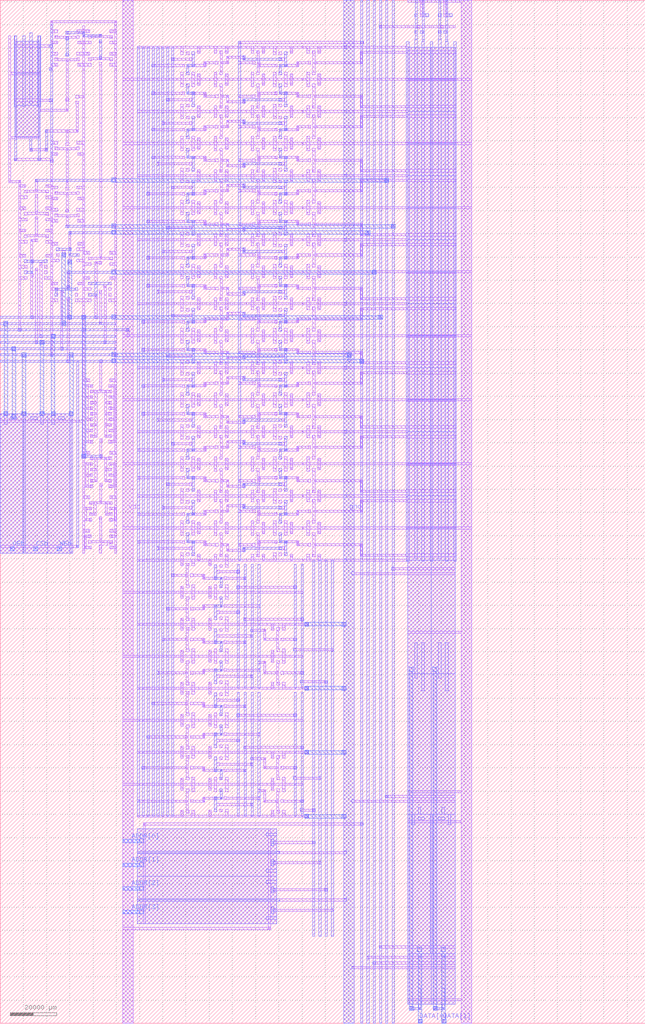
<source format=lef>
VERSION 5.4 ;
NAMESCASESENSITIVE ON ;
BUSBITCHARS "[]" ;
DIVIDERCHAR "/" ;
UNITS
  DATABASE MICRONS 1000 ;
END UNITS
SITE  MacroSite
   CLASS Core ;
   SIZE 277800.0 by 440700.0 ;
END  MacroSite
MACRO sram_2_16_1_scn3me_subm
   CLASS BLOCK ;
   SIZE 277800.0 BY 440700.0 ;
   SYMMETRY X Y R90 ;
   SITE MacroSite ;
   PIN DATA[0]
      DIRECTION INOUT ;
      PORT
         LAYER metal2 ;
         RECT  180000.0 0.0 180900.0 1800.0 ;
      END
   END DATA[0]
   PIN DATA[1]
      DIRECTION INOUT ;
      PORT
         LAYER metal2 ;
         RECT  190200.0 0.0 191100.0 1800.0 ;
      END
   END DATA[1]
   PIN ADDR[0]
      DIRECTION INPUT ;
      PORT
         LAYER metal3 ;
         RECT  52800.0 77700.0 60000.0 79200.0 ;
      END
   END ADDR[0]
   PIN ADDR[1]
      DIRECTION INPUT ;
      PORT
         LAYER metal3 ;
         RECT  52800.0 67500.0 60000.0 69000.0 ;
      END
   END ADDR[1]
   PIN ADDR[2]
      DIRECTION INPUT ;
      PORT
         LAYER metal3 ;
         RECT  52800.0 57300.0 60000.0 58800.0 ;
      END
   END ADDR[2]
   PIN ADDR[3]
      DIRECTION INPUT ;
      PORT
         LAYER metal3 ;
         RECT  52800.0 47100.0 60000.0 48600.0 ;
      END
   END ADDR[3]
   PIN CSb
      DIRECTION INPUT ;
      PORT
         LAYER metal3 ;
         RECT  14400.0 203400.0 16200.0 205200.0 ;
      END
   END CSb
   PIN WEb
      DIRECTION INPUT ;
      PORT
         LAYER metal3 ;
         RECT  24600.0 203400.0 26400.0 205200.0 ;
      END
   END WEb
   PIN OEb
      DIRECTION INPUT ;
      PORT
         LAYER metal3 ;
         RECT  4200.0 203400.0 6000.0 205200.0 ;
      END
   END OEb
   PIN clk
      DIRECTION INPUT ;
      PORT
         LAYER metal1 ;
         RECT  42600.0 202500.0 43800.0 206100.0 ;
      END
   END clk
   PIN vdd
      DIRECTION INOUT ;
      USE POWER ; 
      SHAPE ABUTMENT ; 
      PORT
         LAYER metal1 ;
         RECT  198600.0 0.0 203100.0 440700.0 ;
         LAYER metal1 ;
         RECT  52800.0 0.0 57300.0 440700.0 ;
      END
   END vdd
   PIN gnd
      DIRECTION INOUT ;
      USE GROUND ; 
      SHAPE ABUTMENT ; 
      PORT
         LAYER metal2 ;
         RECT  148050.0 0.0 152550.0 440700.0 ;
      END
   END gnd
   OBS
   LAYER  metal1 ;
      RECT  54600.0 295950.0 55500.0 298650.0 ;
      RECT  97500.0 205650.0 98400.0 206550.0 ;
      RECT  97500.0 203250.0 98400.0 204150.0 ;
      RECT  96150.0 205650.0 97950.0 206550.0 ;
      RECT  97500.0 203700.0 98400.0 206100.0 ;
      RECT  97950.0 203250.0 99900.0 204150.0 ;
      RECT  154950.0 205650.0 155850.0 206550.0 ;
      RECT  154950.0 201150.0 155850.0 202050.0 ;
      RECT  136050.0 205650.0 155400.0 206550.0 ;
      RECT  154950.0 201600.0 155850.0 206100.0 ;
      RECT  155400.0 201150.0 174900.0 202050.0 ;
      RECT  97500.0 220050.0 98400.0 220950.0 ;
      RECT  97500.0 222450.0 98400.0 223350.0 ;
      RECT  96150.0 220050.0 97950.0 220950.0 ;
      RECT  97500.0 220500.0 98400.0 222900.0 ;
      RECT  97950.0 222450.0 99900.0 223350.0 ;
      RECT  154950.0 220050.0 155850.0 220950.0 ;
      RECT  154950.0 224550.0 155850.0 225450.0 ;
      RECT  136050.0 220050.0 155400.0 220950.0 ;
      RECT  154950.0 220500.0 155850.0 225000.0 ;
      RECT  155400.0 224550.0 174900.0 225450.0 ;
      RECT  97500.0 233250.0 98400.0 234150.0 ;
      RECT  97500.0 230850.0 98400.0 231750.0 ;
      RECT  96150.0 233250.0 97950.0 234150.0 ;
      RECT  97500.0 231300.0 98400.0 233700.0 ;
      RECT  97950.0 230850.0 99900.0 231750.0 ;
      RECT  154950.0 233250.0 155850.0 234150.0 ;
      RECT  154950.0 228750.0 155850.0 229650.0 ;
      RECT  136050.0 233250.0 155400.0 234150.0 ;
      RECT  154950.0 229200.0 155850.0 233700.0 ;
      RECT  155400.0 228750.0 174900.0 229650.0 ;
      RECT  97500.0 247650.0 98400.0 248550.0 ;
      RECT  97500.0 250050.0 98400.0 250950.0 ;
      RECT  96150.0 247650.0 97950.0 248550.0 ;
      RECT  97500.0 248100.0 98400.0 250500.0 ;
      RECT  97950.0 250050.0 99900.0 250950.0 ;
      RECT  154950.0 247650.0 155850.0 248550.0 ;
      RECT  154950.0 252150.0 155850.0 253050.0 ;
      RECT  136050.0 247650.0 155400.0 248550.0 ;
      RECT  154950.0 248100.0 155850.0 252600.0 ;
      RECT  155400.0 252150.0 174900.0 253050.0 ;
      RECT  97500.0 260850.0 98400.0 261750.0 ;
      RECT  97500.0 258450.0 98400.0 259350.0 ;
      RECT  96150.0 260850.0 97950.0 261750.0 ;
      RECT  97500.0 258900.0 98400.0 261300.0 ;
      RECT  97950.0 258450.0 99900.0 259350.0 ;
      RECT  154950.0 260850.0 155850.0 261750.0 ;
      RECT  154950.0 256350.0 155850.0 257250.0 ;
      RECT  136050.0 260850.0 155400.0 261750.0 ;
      RECT  154950.0 256800.0 155850.0 261300.0 ;
      RECT  155400.0 256350.0 174900.0 257250.0 ;
      RECT  97500.0 275250.0 98400.0 276150.0 ;
      RECT  97500.0 277650.0 98400.0 278550.0 ;
      RECT  96150.0 275250.0 97950.0 276150.0 ;
      RECT  97500.0 275700.0 98400.0 278100.0 ;
      RECT  97950.0 277650.0 99900.0 278550.0 ;
      RECT  154950.0 275250.0 155850.0 276150.0 ;
      RECT  154950.0 279750.0 155850.0 280650.0 ;
      RECT  136050.0 275250.0 155400.0 276150.0 ;
      RECT  154950.0 275700.0 155850.0 280200.0 ;
      RECT  155400.0 279750.0 174900.0 280650.0 ;
      RECT  97500.0 288450.0 98400.0 289350.0 ;
      RECT  97500.0 286050.0 98400.0 286950.0 ;
      RECT  96150.0 288450.0 97950.0 289350.0 ;
      RECT  97500.0 286500.0 98400.0 288900.0 ;
      RECT  97950.0 286050.0 99900.0 286950.0 ;
      RECT  154950.0 288450.0 155850.0 289350.0 ;
      RECT  154950.0 283950.0 155850.0 284850.0 ;
      RECT  136050.0 288450.0 155400.0 289350.0 ;
      RECT  154950.0 284400.0 155850.0 288900.0 ;
      RECT  155400.0 283950.0 174900.0 284850.0 ;
      RECT  97500.0 302850.0 98400.0 303750.0 ;
      RECT  97500.0 305250.0 98400.0 306150.0 ;
      RECT  96150.0 302850.0 97950.0 303750.0 ;
      RECT  97500.0 303300.0 98400.0 305700.0 ;
      RECT  97950.0 305250.0 99900.0 306150.0 ;
      RECT  154950.0 302850.0 155850.0 303750.0 ;
      RECT  154950.0 307350.0 155850.0 308250.0 ;
      RECT  136050.0 302850.0 155400.0 303750.0 ;
      RECT  154950.0 303300.0 155850.0 307800.0 ;
      RECT  155400.0 307350.0 174900.0 308250.0 ;
      RECT  97500.0 316050.0 98400.0 316950.0 ;
      RECT  97500.0 313650.0 98400.0 314550.0 ;
      RECT  96150.0 316050.0 97950.0 316950.0 ;
      RECT  97500.0 314100.0 98400.0 316500.0 ;
      RECT  97950.0 313650.0 99900.0 314550.0 ;
      RECT  154950.0 316050.0 155850.0 316950.0 ;
      RECT  154950.0 311550.0 155850.0 312450.0 ;
      RECT  136050.0 316050.0 155400.0 316950.0 ;
      RECT  154950.0 312000.0 155850.0 316500.0 ;
      RECT  155400.0 311550.0 174900.0 312450.0 ;
      RECT  97500.0 330450.0 98400.0 331350.0 ;
      RECT  97500.0 332850.0 98400.0 333750.0 ;
      RECT  96150.0 330450.0 97950.0 331350.0 ;
      RECT  97500.0 330900.0 98400.0 333300.0 ;
      RECT  97950.0 332850.0 99900.0 333750.0 ;
      RECT  154950.0 330450.0 155850.0 331350.0 ;
      RECT  154950.0 334950.0 155850.0 335850.0 ;
      RECT  136050.0 330450.0 155400.0 331350.0 ;
      RECT  154950.0 330900.0 155850.0 335400.0 ;
      RECT  155400.0 334950.0 174900.0 335850.0 ;
      RECT  97500.0 343650.0 98400.0 344550.0 ;
      RECT  97500.0 341250.0 98400.0 342150.0 ;
      RECT  96150.0 343650.0 97950.0 344550.0 ;
      RECT  97500.0 341700.0 98400.0 344100.0 ;
      RECT  97950.0 341250.0 99900.0 342150.0 ;
      RECT  154950.0 343650.0 155850.0 344550.0 ;
      RECT  154950.0 339150.0 155850.0 340050.0 ;
      RECT  136050.0 343650.0 155400.0 344550.0 ;
      RECT  154950.0 339600.0 155850.0 344100.0 ;
      RECT  155400.0 339150.0 174900.0 340050.0 ;
      RECT  97500.0 358050.0 98400.0 358950.0 ;
      RECT  97500.0 360450.0 98400.0 361350.0 ;
      RECT  96150.0 358050.0 97950.0 358950.0 ;
      RECT  97500.0 358500.0 98400.0 360900.0 ;
      RECT  97950.0 360450.0 99900.0 361350.0 ;
      RECT  154950.0 358050.0 155850.0 358950.0 ;
      RECT  154950.0 362550.0 155850.0 363450.0 ;
      RECT  136050.0 358050.0 155400.0 358950.0 ;
      RECT  154950.0 358500.0 155850.0 363000.0 ;
      RECT  155400.0 362550.0 174900.0 363450.0 ;
      RECT  97500.0 371250.0 98400.0 372150.0 ;
      RECT  97500.0 368850.0 98400.0 369750.0 ;
      RECT  96150.0 371250.0 97950.0 372150.0 ;
      RECT  97500.0 369300.0 98400.0 371700.0 ;
      RECT  97950.0 368850.0 99900.0 369750.0 ;
      RECT  154950.0 371250.0 155850.0 372150.0 ;
      RECT  154950.0 366750.0 155850.0 367650.0 ;
      RECT  136050.0 371250.0 155400.0 372150.0 ;
      RECT  154950.0 367200.0 155850.0 371700.0 ;
      RECT  155400.0 366750.0 174900.0 367650.0 ;
      RECT  97500.0 385650.0 98400.0 386550.0 ;
      RECT  97500.0 388050.0 98400.0 388950.0 ;
      RECT  96150.0 385650.0 97950.0 386550.0 ;
      RECT  97500.0 386100.0 98400.0 388500.0 ;
      RECT  97950.0 388050.0 99900.0 388950.0 ;
      RECT  154950.0 385650.0 155850.0 386550.0 ;
      RECT  154950.0 390150.0 155850.0 391050.0 ;
      RECT  136050.0 385650.0 155400.0 386550.0 ;
      RECT  154950.0 386100.0 155850.0 390600.0 ;
      RECT  155400.0 390150.0 174900.0 391050.0 ;
      RECT  97500.0 398850.0 98400.0 399750.0 ;
      RECT  97500.0 396450.0 98400.0 397350.0 ;
      RECT  96150.0 398850.0 97950.0 399750.0 ;
      RECT  97500.0 396900.0 98400.0 399300.0 ;
      RECT  97950.0 396450.0 99900.0 397350.0 ;
      RECT  154950.0 398850.0 155850.0 399750.0 ;
      RECT  154950.0 394350.0 155850.0 395250.0 ;
      RECT  136050.0 398850.0 155400.0 399750.0 ;
      RECT  154950.0 394800.0 155850.0 399300.0 ;
      RECT  155400.0 394350.0 174900.0 395250.0 ;
      RECT  97500.0 413250.0 98400.0 414150.0 ;
      RECT  97500.0 415650.0 98400.0 416550.0 ;
      RECT  96150.0 413250.0 97950.0 414150.0 ;
      RECT  97500.0 413700.0 98400.0 416100.0 ;
      RECT  97950.0 415650.0 99900.0 416550.0 ;
      RECT  154950.0 413250.0 155850.0 414150.0 ;
      RECT  154950.0 417750.0 155850.0 418650.0 ;
      RECT  136050.0 413250.0 155400.0 414150.0 ;
      RECT  154950.0 413700.0 155850.0 418200.0 ;
      RECT  155400.0 417750.0 174900.0 418650.0 ;
      RECT  106200.0 199050.0 175500.0 199950.0 ;
      RECT  106200.0 226650.0 175500.0 227550.0 ;
      RECT  106200.0 254250.0 175500.0 255150.0 ;
      RECT  106200.0 281850.0 175500.0 282750.0 ;
      RECT  106200.0 309450.0 175500.0 310350.0 ;
      RECT  106200.0 337050.0 175500.0 337950.0 ;
      RECT  106200.0 364650.0 175500.0 365550.0 ;
      RECT  106200.0 392250.0 175500.0 393150.0 ;
      RECT  106200.0 419850.0 175500.0 420750.0 ;
      RECT  52800.0 212850.0 203100.0 213750.0 ;
      RECT  52800.0 240450.0 203100.0 241350.0 ;
      RECT  52800.0 268050.0 203100.0 268950.0 ;
      RECT  52800.0 295650.0 203100.0 296550.0 ;
      RECT  52800.0 323250.0 203100.0 324150.0 ;
      RECT  52800.0 350850.0 203100.0 351750.0 ;
      RECT  52800.0 378450.0 203100.0 379350.0 ;
      RECT  52800.0 406050.0 203100.0 406950.0 ;
      RECT  130500.0 91350.0 135000.0 92250.0 ;
      RECT  127500.0 105150.0 137700.0 106050.0 ;
      RECT  130500.0 146550.0 140400.0 147450.0 ;
      RECT  127500.0 160350.0 143100.0 161250.0 ;
      RECT  130500.0 88650.0 132000.0 89550.0 ;
      RECT  130500.0 116250.0 132000.0 117150.0 ;
      RECT  130500.0 143850.0 132000.0 144750.0 ;
      RECT  130500.0 171450.0 132000.0 172350.0 ;
      RECT  52800.0 102450.0 130500.0 103350.0 ;
      RECT  52800.0 130050.0 130500.0 130950.0 ;
      RECT  52800.0 157650.0 130500.0 158550.0 ;
      RECT  52800.0 185250.0 130500.0 186150.0 ;
      RECT  117900.0 77400.0 135000.0 78300.0 ;
      RECT  117900.0 68700.0 137700.0 69600.0 ;
      RECT  117900.0 57000.0 140400.0 57900.0 ;
      RECT  117900.0 48300.0 143100.0 49200.0 ;
      RECT  119100.0 73050.0 149250.0 73950.0 ;
      RECT  119100.0 52650.0 149250.0 53550.0 ;
      RECT  115500.0 40350.0 116400.0 41250.0 ;
      RECT  115500.0 40800.0 116400.0 42900.0 ;
      RECT  52800.0 40350.0 115950.0 41250.0 ;
      RECT  163800.0 32400.0 175500.0 33300.0 ;
      RECT  158400.0 27900.0 175500.0 28800.0 ;
      RECT  161100.0 25500.0 175500.0 26400.0 ;
      RECT  163800.0 428700.0 175500.0 429600.0 ;
      RECT  166500.0 97200.0 175500.0 98100.0 ;
      RECT  169200.0 195300.0 175500.0 196200.0 ;
      RECT  61500.0 85350.0 62400.0 86250.0 ;
      RECT  61500.0 83700.0 62400.0 85800.0 ;
      RECT  61950.0 85350.0 155700.0 86250.0 ;
      RECT  103050.0 421950.0 156600.0 422850.0 ;
      RECT  175500.0 439800.0 198600.0 440700.0 ;
      RECT  175500.0 168000.0 198600.0 168900.0 ;
      RECT  175500.0 99300.0 198600.0 100200.0 ;
      RECT  175500.0 86400.0 198600.0 87300.0 ;
      RECT  175500.0 9600.0 198600.0 10500.0 ;
      RECT  152550.0 23400.0 175500.0 24300.0 ;
      RECT  152550.0 193200.0 175500.0 194100.0 ;
      RECT  152550.0 95100.0 175500.0 96000.0 ;
      RECT  175500.0 199500.0 185700.0 213300.0 ;
      RECT  175500.0 227100.0 185700.0 213300.0 ;
      RECT  175500.0 227100.0 185700.0 240900.0 ;
      RECT  175500.0 254700.0 185700.0 240900.0 ;
      RECT  175500.0 254700.0 185700.0 268500.0 ;
      RECT  175500.0 282300.0 185700.0 268500.0 ;
      RECT  175500.0 282300.0 185700.0 296100.0 ;
      RECT  175500.0 309900.0 185700.0 296100.0 ;
      RECT  175500.0 309900.0 185700.0 323700.0 ;
      RECT  175500.0 337500.0 185700.0 323700.0 ;
      RECT  175500.0 337500.0 185700.0 351300.0 ;
      RECT  175500.0 365100.0 185700.0 351300.0 ;
      RECT  175500.0 365100.0 185700.0 378900.0 ;
      RECT  175500.0 392700.0 185700.0 378900.0 ;
      RECT  175500.0 392700.0 185700.0 406500.0 ;
      RECT  175500.0 420300.0 185700.0 406500.0 ;
      RECT  185700.0 199500.0 195900.0 213300.0 ;
      RECT  185700.0 227100.0 195900.0 213300.0 ;
      RECT  185700.0 227100.0 195900.0 240900.0 ;
      RECT  185700.0 254700.0 195900.0 240900.0 ;
      RECT  185700.0 254700.0 195900.0 268500.0 ;
      RECT  185700.0 282300.0 195900.0 268500.0 ;
      RECT  185700.0 282300.0 195900.0 296100.0 ;
      RECT  185700.0 309900.0 195900.0 296100.0 ;
      RECT  185700.0 309900.0 195900.0 323700.0 ;
      RECT  185700.0 337500.0 195900.0 323700.0 ;
      RECT  185700.0 337500.0 195900.0 351300.0 ;
      RECT  185700.0 365100.0 195900.0 351300.0 ;
      RECT  185700.0 365100.0 195900.0 378900.0 ;
      RECT  185700.0 392700.0 195900.0 378900.0 ;
      RECT  185700.0 392700.0 195900.0 406500.0 ;
      RECT  185700.0 420300.0 195900.0 406500.0 ;
      RECT  174900.0 201000.0 196500.0 202200.0 ;
      RECT  174900.0 224400.0 196500.0 225600.0 ;
      RECT  174900.0 228600.0 196500.0 229800.0 ;
      RECT  174900.0 252000.0 196500.0 253200.0 ;
      RECT  174900.0 256200.0 196500.0 257400.0 ;
      RECT  174900.0 279600.0 196500.0 280800.0 ;
      RECT  174900.0 283800.0 196500.0 285000.0 ;
      RECT  174900.0 307200.0 196500.0 308400.0 ;
      RECT  174900.0 311400.0 196500.0 312600.0 ;
      RECT  174900.0 334800.0 196500.0 336000.0 ;
      RECT  174900.0 339000.0 196500.0 340200.0 ;
      RECT  174900.0 362400.0 196500.0 363600.0 ;
      RECT  174900.0 366600.0 196500.0 367800.0 ;
      RECT  174900.0 390000.0 196500.0 391200.0 ;
      RECT  174900.0 394200.0 196500.0 395400.0 ;
      RECT  174900.0 417600.0 196500.0 418800.0 ;
      RECT  174900.0 212700.0 196500.0 213600.0 ;
      RECT  174900.0 240300.0 196500.0 241200.0 ;
      RECT  174900.0 267900.0 196500.0 268800.0 ;
      RECT  174900.0 295500.0 196500.0 296400.0 ;
      RECT  174900.0 323100.0 196500.0 324000.0 ;
      RECT  174900.0 350700.0 196500.0 351600.0 ;
      RECT  174900.0 378300.0 196500.0 379200.0 ;
      RECT  174900.0 405900.0 196500.0 406800.0 ;
      RECT  180900.0 433500.0 182100.0 440700.0 ;
      RECT  178500.0 426300.0 179700.0 427500.0 ;
      RECT  180900.0 426300.0 182100.0 427500.0 ;
      RECT  180900.0 426300.0 182100.0 427500.0 ;
      RECT  178500.0 426300.0 179700.0 427500.0 ;
      RECT  178500.0 433500.0 179700.0 434700.0 ;
      RECT  180900.0 433500.0 182100.0 434700.0 ;
      RECT  180900.0 433500.0 182100.0 434700.0 ;
      RECT  178500.0 433500.0 179700.0 434700.0 ;
      RECT  180900.0 433500.0 182100.0 434700.0 ;
      RECT  183300.0 433500.0 184500.0 434700.0 ;
      RECT  183300.0 433500.0 184500.0 434700.0 ;
      RECT  180900.0 433500.0 182100.0 434700.0 ;
      RECT  180600.0 428550.0 179400.0 429750.0 ;
      RECT  180900.0 438900.0 182100.0 440100.0 ;
      RECT  178500.0 426300.0 179700.0 427500.0 ;
      RECT  180900.0 426300.0 182100.0 427500.0 ;
      RECT  178500.0 433500.0 179700.0 434700.0 ;
      RECT  183300.0 433500.0 184500.0 434700.0 ;
      RECT  175500.0 428700.0 185700.0 429600.0 ;
      RECT  175500.0 439800.0 185700.0 440700.0 ;
      RECT  191100.0 433500.0 192300.0 440700.0 ;
      RECT  188700.0 426300.0 189900.0 427500.0 ;
      RECT  191100.0 426300.0 192300.0 427500.0 ;
      RECT  191100.0 426300.0 192300.0 427500.0 ;
      RECT  188700.0 426300.0 189900.0 427500.0 ;
      RECT  188700.0 433500.0 189900.0 434700.0 ;
      RECT  191100.0 433500.0 192300.0 434700.0 ;
      RECT  191100.0 433500.0 192300.0 434700.0 ;
      RECT  188700.0 433500.0 189900.0 434700.0 ;
      RECT  191100.0 433500.0 192300.0 434700.0 ;
      RECT  193500.0 433500.0 194700.0 434700.0 ;
      RECT  193500.0 433500.0 194700.0 434700.0 ;
      RECT  191100.0 433500.0 192300.0 434700.0 ;
      RECT  190800.0 428550.0 189600.0 429750.0 ;
      RECT  191100.0 438900.0 192300.0 440100.0 ;
      RECT  188700.0 426300.0 189900.0 427500.0 ;
      RECT  191100.0 426300.0 192300.0 427500.0 ;
      RECT  188700.0 433500.0 189900.0 434700.0 ;
      RECT  193500.0 433500.0 194700.0 434700.0 ;
      RECT  185700.0 428700.0 195900.0 429600.0 ;
      RECT  185700.0 439800.0 195900.0 440700.0 ;
      RECT  175500.0 428700.0 195900.0 429600.0 ;
      RECT  175500.0 439800.0 195900.0 440700.0 ;
      RECT  175500.0 150600.0 185700.0 199500.0 ;
      RECT  185700.0 150600.0 195900.0 199500.0 ;
      RECT  175500.0 195300.0 195900.0 196200.0 ;
      RECT  175500.0 168000.0 195900.0 168900.0 ;
      RECT  175500.0 193200.0 195900.0 194100.0 ;
      RECT  175500.0 90000.0 185700.0 150600.0 ;
      RECT  185700.0 90000.0 195900.0 150600.0 ;
      RECT  175500.0 97200.0 195900.0 98100.0 ;
      RECT  175500.0 99300.0 195900.0 100200.0 ;
      RECT  175500.0 95100.0 195900.0 96000.0 ;
      RECT  175500.0 30000.0 185700.0 90000.0 ;
      RECT  195900.0 30000.0 185700.0 90000.0 ;
      RECT  175500.0 32400.0 195900.0 33300.0 ;
      RECT  175500.0 86400.0 195900.0 87300.0 ;
      RECT  175500.0 30000.0 185700.0 8100.0 ;
      RECT  185700.0 30000.0 195900.0 8100.0 ;
      RECT  175500.0 26400.0 195900.0 25500.0 ;
      RECT  175500.0 28800.0 195900.0 27900.0 ;
      RECT  175500.0 10500.0 195900.0 9600.0 ;
      RECT  175500.0 24300.0 195900.0 23400.0 ;
      RECT  87750.0 206850.0 88650.0 207750.0 ;
      RECT  87750.0 205650.0 88650.0 206550.0 ;
      RECT  83700.0 206850.0 88200.0 207750.0 ;
      RECT  87750.0 206100.0 88650.0 207300.0 ;
      RECT  88200.0 205650.0 92700.0 206550.0 ;
      RECT  87750.0 218850.0 88650.0 219750.0 ;
      RECT  87750.0 220050.0 88650.0 220950.0 ;
      RECT  83700.0 218850.0 88200.0 219750.0 ;
      RECT  87750.0 219300.0 88650.0 220500.0 ;
      RECT  88200.0 220050.0 92700.0 220950.0 ;
      RECT  87750.0 234450.0 88650.0 235350.0 ;
      RECT  87750.0 233250.0 88650.0 234150.0 ;
      RECT  83700.0 234450.0 88200.0 235350.0 ;
      RECT  87750.0 233700.0 88650.0 234900.0 ;
      RECT  88200.0 233250.0 92700.0 234150.0 ;
      RECT  87750.0 246450.0 88650.0 247350.0 ;
      RECT  87750.0 247650.0 88650.0 248550.0 ;
      RECT  83700.0 246450.0 88200.0 247350.0 ;
      RECT  87750.0 246900.0 88650.0 248100.0 ;
      RECT  88200.0 247650.0 92700.0 248550.0 ;
      RECT  87750.0 262050.0 88650.0 262950.0 ;
      RECT  87750.0 260850.0 88650.0 261750.0 ;
      RECT  83700.0 262050.0 88200.0 262950.0 ;
      RECT  87750.0 261300.0 88650.0 262500.0 ;
      RECT  88200.0 260850.0 92700.0 261750.0 ;
      RECT  87750.0 274050.0 88650.0 274950.0 ;
      RECT  87750.0 275250.0 88650.0 276150.0 ;
      RECT  83700.0 274050.0 88200.0 274950.0 ;
      RECT  87750.0 274500.0 88650.0 275700.0 ;
      RECT  88200.0 275250.0 92700.0 276150.0 ;
      RECT  87750.0 289650.0 88650.0 290550.0 ;
      RECT  87750.0 288450.0 88650.0 289350.0 ;
      RECT  83700.0 289650.0 88200.0 290550.0 ;
      RECT  87750.0 288900.0 88650.0 290100.0 ;
      RECT  88200.0 288450.0 92700.0 289350.0 ;
      RECT  87750.0 301650.0 88650.0 302550.0 ;
      RECT  87750.0 302850.0 88650.0 303750.0 ;
      RECT  83700.0 301650.0 88200.0 302550.0 ;
      RECT  87750.0 302100.0 88650.0 303300.0 ;
      RECT  88200.0 302850.0 92700.0 303750.0 ;
      RECT  87750.0 317250.0 88650.0 318150.0 ;
      RECT  87750.0 316050.0 88650.0 316950.0 ;
      RECT  83700.0 317250.0 88200.0 318150.0 ;
      RECT  87750.0 316500.0 88650.0 317700.0 ;
      RECT  88200.0 316050.0 92700.0 316950.0 ;
      RECT  87750.0 329250.0 88650.0 330150.0 ;
      RECT  87750.0 330450.0 88650.0 331350.0 ;
      RECT  83700.0 329250.0 88200.0 330150.0 ;
      RECT  87750.0 329700.0 88650.0 330900.0 ;
      RECT  88200.0 330450.0 92700.0 331350.0 ;
      RECT  87750.0 344850.0 88650.0 345750.0 ;
      RECT  87750.0 343650.0 88650.0 344550.0 ;
      RECT  83700.0 344850.0 88200.0 345750.0 ;
      RECT  87750.0 344100.0 88650.0 345300.0 ;
      RECT  88200.0 343650.0 92700.0 344550.0 ;
      RECT  87750.0 356850.0 88650.0 357750.0 ;
      RECT  87750.0 358050.0 88650.0 358950.0 ;
      RECT  83700.0 356850.0 88200.0 357750.0 ;
      RECT  87750.0 357300.0 88650.0 358500.0 ;
      RECT  88200.0 358050.0 92700.0 358950.0 ;
      RECT  87750.0 372450.0 88650.0 373350.0 ;
      RECT  87750.0 371250.0 88650.0 372150.0 ;
      RECT  83700.0 372450.0 88200.0 373350.0 ;
      RECT  87750.0 371700.0 88650.0 372900.0 ;
      RECT  88200.0 371250.0 92700.0 372150.0 ;
      RECT  87750.0 384450.0 88650.0 385350.0 ;
      RECT  87750.0 385650.0 88650.0 386550.0 ;
      RECT  83700.0 384450.0 88200.0 385350.0 ;
      RECT  87750.0 384900.0 88650.0 386100.0 ;
      RECT  88200.0 385650.0 92700.0 386550.0 ;
      RECT  87750.0 400050.0 88650.0 400950.0 ;
      RECT  87750.0 398850.0 88650.0 399750.0 ;
      RECT  83700.0 400050.0 88200.0 400950.0 ;
      RECT  87750.0 399300.0 88650.0 400500.0 ;
      RECT  88200.0 398850.0 92700.0 399750.0 ;
      RECT  87750.0 412050.0 88650.0 412950.0 ;
      RECT  87750.0 413250.0 88650.0 414150.0 ;
      RECT  83700.0 412050.0 88200.0 412950.0 ;
      RECT  87750.0 412500.0 88650.0 413700.0 ;
      RECT  88200.0 413250.0 92700.0 414150.0 ;
      RECT  59550.0 95250.0 75900.0 96150.0 ;
      RECT  61650.0 109650.0 75900.0 110550.0 ;
      RECT  63750.0 122850.0 75900.0 123750.0 ;
      RECT  65850.0 137250.0 75900.0 138150.0 ;
      RECT  67950.0 150450.0 75900.0 151350.0 ;
      RECT  70050.0 164850.0 75900.0 165750.0 ;
      RECT  72150.0 178050.0 75900.0 178950.0 ;
      RECT  74250.0 192450.0 75900.0 193350.0 ;
      RECT  59550.0 206850.0 78300.0 207750.0 ;
      RECT  67950.0 204150.0 81300.0 205050.0 ;
      RECT  59550.0 218850.0 78300.0 219750.0 ;
      RECT  70050.0 221550.0 81300.0 222450.0 ;
      RECT  59550.0 234450.0 78300.0 235350.0 ;
      RECT  72150.0 231750.0 81300.0 232650.0 ;
      RECT  59550.0 246450.0 78300.0 247350.0 ;
      RECT  74250.0 249150.0 81300.0 250050.0 ;
      RECT  61650.0 262050.0 78300.0 262950.0 ;
      RECT  67950.0 259350.0 81300.0 260250.0 ;
      RECT  61650.0 274050.0 78300.0 274950.0 ;
      RECT  70050.0 276750.0 81300.0 277650.0 ;
      RECT  61650.0 289650.0 78300.0 290550.0 ;
      RECT  72150.0 286950.0 81300.0 287850.0 ;
      RECT  61650.0 301650.0 78300.0 302550.0 ;
      RECT  74250.0 304350.0 81300.0 305250.0 ;
      RECT  63750.0 317250.0 78300.0 318150.0 ;
      RECT  67950.0 314550.0 81300.0 315450.0 ;
      RECT  63750.0 329250.0 78300.0 330150.0 ;
      RECT  70050.0 331950.0 81300.0 332850.0 ;
      RECT  63750.0 344850.0 78300.0 345750.0 ;
      RECT  72150.0 342150.0 81300.0 343050.0 ;
      RECT  63750.0 356850.0 78300.0 357750.0 ;
      RECT  74250.0 359550.0 81300.0 360450.0 ;
      RECT  65850.0 372450.0 78300.0 373350.0 ;
      RECT  67950.0 369750.0 81300.0 370650.0 ;
      RECT  65850.0 384450.0 78300.0 385350.0 ;
      RECT  70050.0 387150.0 81300.0 388050.0 ;
      RECT  65850.0 400050.0 78300.0 400950.0 ;
      RECT  72150.0 397350.0 81300.0 398250.0 ;
      RECT  65850.0 412050.0 78300.0 412950.0 ;
      RECT  74250.0 414750.0 81300.0 415650.0 ;
      RECT  114450.0 95250.0 113550.0 96150.0 ;
      RECT  114450.0 99750.0 113550.0 100650.0 ;
      RECT  118650.0 95250.0 114000.0 96150.0 ;
      RECT  114450.0 95700.0 113550.0 100200.0 ;
      RECT  114000.0 99750.0 111450.0 100650.0 ;
      RECT  130050.0 95250.0 122100.0 96150.0 ;
      RECT  114450.0 109650.0 113550.0 110550.0 ;
      RECT  114450.0 113550.0 113550.0 114450.0 ;
      RECT  118650.0 109650.0 114000.0 110550.0 ;
      RECT  114450.0 110100.0 113550.0 114000.0 ;
      RECT  114000.0 113550.0 108450.0 114450.0 ;
      RECT  127050.0 109650.0 122100.0 110550.0 ;
      RECT  130050.0 118350.0 105450.0 119250.0 ;
      RECT  127050.0 132150.0 102450.0 133050.0 ;
      RECT  111450.0 96450.0 97500.0 97350.0 ;
      RECT  108450.0 93750.0 94500.0 94650.0 ;
      RECT  105450.0 108450.0 97500.0 109350.0 ;
      RECT  108450.0 111150.0 94500.0 112050.0 ;
      RECT  111450.0 124050.0 97500.0 124950.0 ;
      RECT  102450.0 121350.0 94500.0 122250.0 ;
      RECT  105450.0 136050.0 97500.0 136950.0 ;
      RECT  102450.0 138750.0 94500.0 139650.0 ;
      RECT  88050.0 96450.0 87150.0 97350.0 ;
      RECT  88050.0 95250.0 87150.0 96150.0 ;
      RECT  92100.0 96450.0 87600.0 97350.0 ;
      RECT  88050.0 95700.0 87150.0 96900.0 ;
      RECT  87600.0 95250.0 83100.0 96150.0 ;
      RECT  88050.0 108450.0 87150.0 109350.0 ;
      RECT  88050.0 109650.0 87150.0 110550.0 ;
      RECT  92100.0 108450.0 87600.0 109350.0 ;
      RECT  88050.0 108900.0 87150.0 110100.0 ;
      RECT  87600.0 109650.0 83100.0 110550.0 ;
      RECT  88050.0 124050.0 87150.0 124950.0 ;
      RECT  88050.0 122850.0 87150.0 123750.0 ;
      RECT  92100.0 124050.0 87600.0 124950.0 ;
      RECT  88050.0 123300.0 87150.0 124500.0 ;
      RECT  87600.0 122850.0 83100.0 123750.0 ;
      RECT  88050.0 136050.0 87150.0 136950.0 ;
      RECT  88050.0 137250.0 87150.0 138150.0 ;
      RECT  92100.0 136050.0 87600.0 136950.0 ;
      RECT  88050.0 136500.0 87150.0 137700.0 ;
      RECT  87600.0 137250.0 83100.0 138150.0 ;
      RECT  117900.0 100950.0 116700.0 102900.0 ;
      RECT  117900.0 89100.0 116700.0 91050.0 ;
      RECT  122700.0 90450.0 121500.0 88650.0 ;
      RECT  122700.0 99750.0 121500.0 103350.0 ;
      RECT  120000.0 90450.0 119100.0 99750.0 ;
      RECT  122700.0 99750.0 121500.0 100950.0 ;
      RECT  120300.0 99750.0 119100.0 100950.0 ;
      RECT  120300.0 99750.0 119100.0 100950.0 ;
      RECT  122700.0 99750.0 121500.0 100950.0 ;
      RECT  122700.0 90450.0 121500.0 91650.0 ;
      RECT  120300.0 90450.0 119100.0 91650.0 ;
      RECT  120300.0 90450.0 119100.0 91650.0 ;
      RECT  122700.0 90450.0 121500.0 91650.0 ;
      RECT  117900.0 100350.0 116700.0 101550.0 ;
      RECT  117900.0 90450.0 116700.0 91650.0 ;
      RECT  122100.0 95100.0 120900.0 96300.0 ;
      RECT  122100.0 95100.0 120900.0 96300.0 ;
      RECT  119550.0 95250.0 118650.0 96150.0 ;
      RECT  124500.0 102450.0 114900.0 103350.0 ;
      RECT  124500.0 88650.0 114900.0 89550.0 ;
      RECT  117900.0 104850.0 116700.0 102900.0 ;
      RECT  117900.0 116700.0 116700.0 114750.0 ;
      RECT  122700.0 115350.0 121500.0 117150.0 ;
      RECT  122700.0 106050.0 121500.0 102450.0 ;
      RECT  120000.0 115350.0 119100.0 106050.0 ;
      RECT  122700.0 106050.0 121500.0 104850.0 ;
      RECT  120300.0 106050.0 119100.0 104850.0 ;
      RECT  120300.0 106050.0 119100.0 104850.0 ;
      RECT  122700.0 106050.0 121500.0 104850.0 ;
      RECT  122700.0 115350.0 121500.0 114150.0 ;
      RECT  120300.0 115350.0 119100.0 114150.0 ;
      RECT  120300.0 115350.0 119100.0 114150.0 ;
      RECT  122700.0 115350.0 121500.0 114150.0 ;
      RECT  117900.0 105450.0 116700.0 104250.0 ;
      RECT  117900.0 115350.0 116700.0 114150.0 ;
      RECT  122100.0 110700.0 120900.0 109500.0 ;
      RECT  122100.0 110700.0 120900.0 109500.0 ;
      RECT  119550.0 110550.0 118650.0 109650.0 ;
      RECT  124500.0 103350.0 114900.0 102450.0 ;
      RECT  124500.0 117150.0 114900.0 116250.0 ;
      RECT  78900.0 100950.0 77700.0 102900.0 ;
      RECT  78900.0 89100.0 77700.0 91050.0 ;
      RECT  83700.0 90450.0 82500.0 88650.0 ;
      RECT  83700.0 99750.0 82500.0 103350.0 ;
      RECT  81000.0 90450.0 80100.0 99750.0 ;
      RECT  83700.0 99750.0 82500.0 100950.0 ;
      RECT  81300.0 99750.0 80100.0 100950.0 ;
      RECT  81300.0 99750.0 80100.0 100950.0 ;
      RECT  83700.0 99750.0 82500.0 100950.0 ;
      RECT  83700.0 90450.0 82500.0 91650.0 ;
      RECT  81300.0 90450.0 80100.0 91650.0 ;
      RECT  81300.0 90450.0 80100.0 91650.0 ;
      RECT  83700.0 90450.0 82500.0 91650.0 ;
      RECT  78900.0 100350.0 77700.0 101550.0 ;
      RECT  78900.0 90450.0 77700.0 91650.0 ;
      RECT  83100.0 95100.0 81900.0 96300.0 ;
      RECT  83100.0 95100.0 81900.0 96300.0 ;
      RECT  80550.0 95250.0 79650.0 96150.0 ;
      RECT  85500.0 102450.0 75900.0 103350.0 ;
      RECT  85500.0 88650.0 75900.0 89550.0 ;
      RECT  78900.0 104850.0 77700.0 102900.0 ;
      RECT  78900.0 116700.0 77700.0 114750.0 ;
      RECT  83700.0 115350.0 82500.0 117150.0 ;
      RECT  83700.0 106050.0 82500.0 102450.0 ;
      RECT  81000.0 115350.0 80100.0 106050.0 ;
      RECT  83700.0 106050.0 82500.0 104850.0 ;
      RECT  81300.0 106050.0 80100.0 104850.0 ;
      RECT  81300.0 106050.0 80100.0 104850.0 ;
      RECT  83700.0 106050.0 82500.0 104850.0 ;
      RECT  83700.0 115350.0 82500.0 114150.0 ;
      RECT  81300.0 115350.0 80100.0 114150.0 ;
      RECT  81300.0 115350.0 80100.0 114150.0 ;
      RECT  83700.0 115350.0 82500.0 114150.0 ;
      RECT  78900.0 105450.0 77700.0 104250.0 ;
      RECT  78900.0 115350.0 77700.0 114150.0 ;
      RECT  83100.0 110700.0 81900.0 109500.0 ;
      RECT  83100.0 110700.0 81900.0 109500.0 ;
      RECT  80550.0 110550.0 79650.0 109650.0 ;
      RECT  85500.0 103350.0 75900.0 102450.0 ;
      RECT  85500.0 117150.0 75900.0 116250.0 ;
      RECT  78900.0 128550.0 77700.0 130500.0 ;
      RECT  78900.0 116700.0 77700.0 118650.0 ;
      RECT  83700.0 118050.0 82500.0 116250.0 ;
      RECT  83700.0 127350.0 82500.0 130950.0 ;
      RECT  81000.0 118050.0 80100.0 127350.0 ;
      RECT  83700.0 127350.0 82500.0 128550.0 ;
      RECT  81300.0 127350.0 80100.0 128550.0 ;
      RECT  81300.0 127350.0 80100.0 128550.0 ;
      RECT  83700.0 127350.0 82500.0 128550.0 ;
      RECT  83700.0 118050.0 82500.0 119250.0 ;
      RECT  81300.0 118050.0 80100.0 119250.0 ;
      RECT  81300.0 118050.0 80100.0 119250.0 ;
      RECT  83700.0 118050.0 82500.0 119250.0 ;
      RECT  78900.0 127950.0 77700.0 129150.0 ;
      RECT  78900.0 118050.0 77700.0 119250.0 ;
      RECT  83100.0 122700.0 81900.0 123900.0 ;
      RECT  83100.0 122700.0 81900.0 123900.0 ;
      RECT  80550.0 122850.0 79650.0 123750.0 ;
      RECT  85500.0 130050.0 75900.0 130950.0 ;
      RECT  85500.0 116250.0 75900.0 117150.0 ;
      RECT  78900.0 132450.0 77700.0 130500.0 ;
      RECT  78900.0 144300.0 77700.0 142350.0 ;
      RECT  83700.0 142950.0 82500.0 144750.0 ;
      RECT  83700.0 133650.0 82500.0 130050.0 ;
      RECT  81000.0 142950.0 80100.0 133650.0 ;
      RECT  83700.0 133650.0 82500.0 132450.0 ;
      RECT  81300.0 133650.0 80100.0 132450.0 ;
      RECT  81300.0 133650.0 80100.0 132450.0 ;
      RECT  83700.0 133650.0 82500.0 132450.0 ;
      RECT  83700.0 142950.0 82500.0 141750.0 ;
      RECT  81300.0 142950.0 80100.0 141750.0 ;
      RECT  81300.0 142950.0 80100.0 141750.0 ;
      RECT  83700.0 142950.0 82500.0 141750.0 ;
      RECT  78900.0 133050.0 77700.0 131850.0 ;
      RECT  78900.0 142950.0 77700.0 141750.0 ;
      RECT  83100.0 138300.0 81900.0 137100.0 ;
      RECT  83100.0 138300.0 81900.0 137100.0 ;
      RECT  80550.0 138150.0 79650.0 137250.0 ;
      RECT  85500.0 130950.0 75900.0 130050.0 ;
      RECT  85500.0 144750.0 75900.0 143850.0 ;
      RECT  98100.0 91050.0 96900.0 88650.0 ;
      RECT  98100.0 99750.0 96900.0 103350.0 ;
      RECT  93300.0 99750.0 92100.0 103350.0 ;
      RECT  90900.0 100950.0 89700.0 102900.0 ;
      RECT  90900.0 89100.0 89700.0 91050.0 ;
      RECT  98100.0 99750.0 96900.0 100950.0 ;
      RECT  95700.0 99750.0 94500.0 100950.0 ;
      RECT  95700.0 99750.0 94500.0 100950.0 ;
      RECT  98100.0 99750.0 96900.0 100950.0 ;
      RECT  95700.0 99750.0 94500.0 100950.0 ;
      RECT  93300.0 99750.0 92100.0 100950.0 ;
      RECT  93300.0 99750.0 92100.0 100950.0 ;
      RECT  95700.0 99750.0 94500.0 100950.0 ;
      RECT  98100.0 91050.0 96900.0 92250.0 ;
      RECT  95700.0 91050.0 94500.0 92250.0 ;
      RECT  95700.0 91050.0 94500.0 92250.0 ;
      RECT  98100.0 91050.0 96900.0 92250.0 ;
      RECT  95700.0 91050.0 94500.0 92250.0 ;
      RECT  93300.0 91050.0 92100.0 92250.0 ;
      RECT  93300.0 91050.0 92100.0 92250.0 ;
      RECT  95700.0 91050.0 94500.0 92250.0 ;
      RECT  90900.0 100350.0 89700.0 101550.0 ;
      RECT  90900.0 90450.0 89700.0 91650.0 ;
      RECT  93300.0 93600.0 94500.0 94800.0 ;
      RECT  96300.0 96300.0 97500.0 97500.0 ;
      RECT  95700.0 99750.0 94500.0 100950.0 ;
      RECT  93300.0 91050.0 92100.0 92250.0 ;
      RECT  92100.0 96300.0 93300.0 97500.0 ;
      RECT  97500.0 96300.0 96300.0 97500.0 ;
      RECT  94500.0 93600.0 93300.0 94800.0 ;
      RECT  93300.0 96300.0 92100.0 97500.0 ;
      RECT  99900.0 102450.0 85500.0 103350.0 ;
      RECT  99900.0 88650.0 85500.0 89550.0 ;
      RECT  98100.0 114750.0 96900.0 117150.0 ;
      RECT  98100.0 106050.0 96900.0 102450.0 ;
      RECT  93300.0 106050.0 92100.0 102450.0 ;
      RECT  90900.0 104850.0 89700.0 102900.0 ;
      RECT  90900.0 116700.0 89700.0 114750.0 ;
      RECT  98100.0 106050.0 96900.0 104850.0 ;
      RECT  95700.0 106050.0 94500.0 104850.0 ;
      RECT  95700.0 106050.0 94500.0 104850.0 ;
      RECT  98100.0 106050.0 96900.0 104850.0 ;
      RECT  95700.0 106050.0 94500.0 104850.0 ;
      RECT  93300.0 106050.0 92100.0 104850.0 ;
      RECT  93300.0 106050.0 92100.0 104850.0 ;
      RECT  95700.0 106050.0 94500.0 104850.0 ;
      RECT  98100.0 114750.0 96900.0 113550.0 ;
      RECT  95700.0 114750.0 94500.0 113550.0 ;
      RECT  95700.0 114750.0 94500.0 113550.0 ;
      RECT  98100.0 114750.0 96900.0 113550.0 ;
      RECT  95700.0 114750.0 94500.0 113550.0 ;
      RECT  93300.0 114750.0 92100.0 113550.0 ;
      RECT  93300.0 114750.0 92100.0 113550.0 ;
      RECT  95700.0 114750.0 94500.0 113550.0 ;
      RECT  90900.0 105450.0 89700.0 104250.0 ;
      RECT  90900.0 115350.0 89700.0 114150.0 ;
      RECT  93300.0 112200.0 94500.0 111000.0 ;
      RECT  96300.0 109500.0 97500.0 108300.0 ;
      RECT  95700.0 106050.0 94500.0 104850.0 ;
      RECT  93300.0 114750.0 92100.0 113550.0 ;
      RECT  92100.0 109500.0 93300.0 108300.0 ;
      RECT  97500.0 109500.0 96300.0 108300.0 ;
      RECT  94500.0 112200.0 93300.0 111000.0 ;
      RECT  93300.0 109500.0 92100.0 108300.0 ;
      RECT  99900.0 103350.0 85500.0 102450.0 ;
      RECT  99900.0 117150.0 85500.0 116250.0 ;
      RECT  98100.0 118650.0 96900.0 116250.0 ;
      RECT  98100.0 127350.0 96900.0 130950.0 ;
      RECT  93300.0 127350.0 92100.0 130950.0 ;
      RECT  90900.0 128550.0 89700.0 130500.0 ;
      RECT  90900.0 116700.0 89700.0 118650.0 ;
      RECT  98100.0 127350.0 96900.0 128550.0 ;
      RECT  95700.0 127350.0 94500.0 128550.0 ;
      RECT  95700.0 127350.0 94500.0 128550.0 ;
      RECT  98100.0 127350.0 96900.0 128550.0 ;
      RECT  95700.0 127350.0 94500.0 128550.0 ;
      RECT  93300.0 127350.0 92100.0 128550.0 ;
      RECT  93300.0 127350.0 92100.0 128550.0 ;
      RECT  95700.0 127350.0 94500.0 128550.0 ;
      RECT  98100.0 118650.0 96900.0 119850.0 ;
      RECT  95700.0 118650.0 94500.0 119850.0 ;
      RECT  95700.0 118650.0 94500.0 119850.0 ;
      RECT  98100.0 118650.0 96900.0 119850.0 ;
      RECT  95700.0 118650.0 94500.0 119850.0 ;
      RECT  93300.0 118650.0 92100.0 119850.0 ;
      RECT  93300.0 118650.0 92100.0 119850.0 ;
      RECT  95700.0 118650.0 94500.0 119850.0 ;
      RECT  90900.0 127950.0 89700.0 129150.0 ;
      RECT  90900.0 118050.0 89700.0 119250.0 ;
      RECT  93300.0 121200.0 94500.0 122400.0 ;
      RECT  96300.0 123900.0 97500.0 125100.0 ;
      RECT  95700.0 127350.0 94500.0 128550.0 ;
      RECT  93300.0 118650.0 92100.0 119850.0 ;
      RECT  92100.0 123900.0 93300.0 125100.0 ;
      RECT  97500.0 123900.0 96300.0 125100.0 ;
      RECT  94500.0 121200.0 93300.0 122400.0 ;
      RECT  93300.0 123900.0 92100.0 125100.0 ;
      RECT  99900.0 130050.0 85500.0 130950.0 ;
      RECT  99900.0 116250.0 85500.0 117150.0 ;
      RECT  98100.0 142350.0 96900.0 144750.0 ;
      RECT  98100.0 133650.0 96900.0 130050.0 ;
      RECT  93300.0 133650.0 92100.0 130050.0 ;
      RECT  90900.0 132450.0 89700.0 130500.0 ;
      RECT  90900.0 144300.0 89700.0 142350.0 ;
      RECT  98100.0 133650.0 96900.0 132450.0 ;
      RECT  95700.0 133650.0 94500.0 132450.0 ;
      RECT  95700.0 133650.0 94500.0 132450.0 ;
      RECT  98100.0 133650.0 96900.0 132450.0 ;
      RECT  95700.0 133650.0 94500.0 132450.0 ;
      RECT  93300.0 133650.0 92100.0 132450.0 ;
      RECT  93300.0 133650.0 92100.0 132450.0 ;
      RECT  95700.0 133650.0 94500.0 132450.0 ;
      RECT  98100.0 142350.0 96900.0 141150.0 ;
      RECT  95700.0 142350.0 94500.0 141150.0 ;
      RECT  95700.0 142350.0 94500.0 141150.0 ;
      RECT  98100.0 142350.0 96900.0 141150.0 ;
      RECT  95700.0 142350.0 94500.0 141150.0 ;
      RECT  93300.0 142350.0 92100.0 141150.0 ;
      RECT  93300.0 142350.0 92100.0 141150.0 ;
      RECT  95700.0 142350.0 94500.0 141150.0 ;
      RECT  90900.0 133050.0 89700.0 131850.0 ;
      RECT  90900.0 142950.0 89700.0 141750.0 ;
      RECT  93300.0 139800.0 94500.0 138600.0 ;
      RECT  96300.0 137100.0 97500.0 135900.0 ;
      RECT  95700.0 133650.0 94500.0 132450.0 ;
      RECT  93300.0 142350.0 92100.0 141150.0 ;
      RECT  92100.0 137100.0 93300.0 135900.0 ;
      RECT  97500.0 137100.0 96300.0 135900.0 ;
      RECT  94500.0 139800.0 93300.0 138600.0 ;
      RECT  93300.0 137100.0 92100.0 135900.0 ;
      RECT  99900.0 130950.0 85500.0 130050.0 ;
      RECT  99900.0 144750.0 85500.0 143850.0 ;
      RECT  110850.0 99600.0 112050.0 100800.0 ;
      RECT  129450.0 95100.0 130650.0 96300.0 ;
      RECT  107850.0 113400.0 109050.0 114600.0 ;
      RECT  126450.0 109500.0 127650.0 110700.0 ;
      RECT  129450.0 118200.0 130650.0 119400.0 ;
      RECT  104850.0 118200.0 106050.0 119400.0 ;
      RECT  126450.0 132000.0 127650.0 133200.0 ;
      RECT  101850.0 132000.0 103050.0 133200.0 ;
      RECT  110850.0 96300.0 112050.0 97500.0 ;
      RECT  107850.0 93600.0 109050.0 94800.0 ;
      RECT  104850.0 108300.0 106050.0 109500.0 ;
      RECT  107850.0 111000.0 109050.0 112200.0 ;
      RECT  110850.0 123900.0 112050.0 125100.0 ;
      RECT  101850.0 121200.0 103050.0 122400.0 ;
      RECT  104850.0 135900.0 106050.0 137100.0 ;
      RECT  101850.0 138600.0 103050.0 139800.0 ;
      RECT  79650.0 95250.0 75900.0 96150.0 ;
      RECT  79650.0 109650.0 75900.0 110550.0 ;
      RECT  79650.0 122850.0 75900.0 123750.0 ;
      RECT  79650.0 137250.0 75900.0 138150.0 ;
      RECT  130500.0 102450.0 75900.0 103350.0 ;
      RECT  130500.0 130050.0 75900.0 130950.0 ;
      RECT  130500.0 88650.0 75900.0 89550.0 ;
      RECT  130500.0 116250.0 75900.0 117150.0 ;
      RECT  130500.0 143850.0 75900.0 144750.0 ;
      RECT  114450.0 150450.0 113550.0 151350.0 ;
      RECT  114450.0 154950.0 113550.0 155850.0 ;
      RECT  118650.0 150450.0 114000.0 151350.0 ;
      RECT  114450.0 150900.0 113550.0 155400.0 ;
      RECT  114000.0 154950.0 111450.0 155850.0 ;
      RECT  130050.0 150450.0 122100.0 151350.0 ;
      RECT  114450.0 164850.0 113550.0 165750.0 ;
      RECT  114450.0 168750.0 113550.0 169650.0 ;
      RECT  118650.0 164850.0 114000.0 165750.0 ;
      RECT  114450.0 165300.0 113550.0 169200.0 ;
      RECT  114000.0 168750.0 108450.0 169650.0 ;
      RECT  127050.0 164850.0 122100.0 165750.0 ;
      RECT  130050.0 173550.0 105450.0 174450.0 ;
      RECT  127050.0 187350.0 102450.0 188250.0 ;
      RECT  111450.0 151650.0 97500.0 152550.0 ;
      RECT  108450.0 148950.0 94500.0 149850.0 ;
      RECT  105450.0 163650.0 97500.0 164550.0 ;
      RECT  108450.0 166350.0 94500.0 167250.0 ;
      RECT  111450.0 179250.0 97500.0 180150.0 ;
      RECT  102450.0 176550.0 94500.0 177450.0 ;
      RECT  105450.0 191250.0 97500.0 192150.0 ;
      RECT  102450.0 193950.0 94500.0 194850.0 ;
      RECT  88050.0 151650.0 87150.0 152550.0 ;
      RECT  88050.0 150450.0 87150.0 151350.0 ;
      RECT  92100.0 151650.0 87600.0 152550.0 ;
      RECT  88050.0 150900.0 87150.0 152100.0 ;
      RECT  87600.0 150450.0 83100.0 151350.0 ;
      RECT  88050.0 163650.0 87150.0 164550.0 ;
      RECT  88050.0 164850.0 87150.0 165750.0 ;
      RECT  92100.0 163650.0 87600.0 164550.0 ;
      RECT  88050.0 164100.0 87150.0 165300.0 ;
      RECT  87600.0 164850.0 83100.0 165750.0 ;
      RECT  88050.0 179250.0 87150.0 180150.0 ;
      RECT  88050.0 178050.0 87150.0 178950.0 ;
      RECT  92100.0 179250.0 87600.0 180150.0 ;
      RECT  88050.0 178500.0 87150.0 179700.0 ;
      RECT  87600.0 178050.0 83100.0 178950.0 ;
      RECT  88050.0 191250.0 87150.0 192150.0 ;
      RECT  88050.0 192450.0 87150.0 193350.0 ;
      RECT  92100.0 191250.0 87600.0 192150.0 ;
      RECT  88050.0 191700.0 87150.0 192900.0 ;
      RECT  87600.0 192450.0 83100.0 193350.0 ;
      RECT  117900.0 156150.0 116700.0 158100.0 ;
      RECT  117900.0 144300.0 116700.0 146250.0 ;
      RECT  122700.0 145650.0 121500.0 143850.0 ;
      RECT  122700.0 154950.0 121500.0 158550.0 ;
      RECT  120000.0 145650.0 119100.0 154950.0 ;
      RECT  122700.0 154950.0 121500.0 156150.0 ;
      RECT  120300.0 154950.0 119100.0 156150.0 ;
      RECT  120300.0 154950.0 119100.0 156150.0 ;
      RECT  122700.0 154950.0 121500.0 156150.0 ;
      RECT  122700.0 145650.0 121500.0 146850.0 ;
      RECT  120300.0 145650.0 119100.0 146850.0 ;
      RECT  120300.0 145650.0 119100.0 146850.0 ;
      RECT  122700.0 145650.0 121500.0 146850.0 ;
      RECT  117900.0 155550.0 116700.0 156750.0 ;
      RECT  117900.0 145650.0 116700.0 146850.0 ;
      RECT  122100.0 150300.0 120900.0 151500.0 ;
      RECT  122100.0 150300.0 120900.0 151500.0 ;
      RECT  119550.0 150450.0 118650.0 151350.0 ;
      RECT  124500.0 157650.0 114900.0 158550.0 ;
      RECT  124500.0 143850.0 114900.0 144750.0 ;
      RECT  117900.0 160050.0 116700.0 158100.0 ;
      RECT  117900.0 171900.0 116700.0 169950.0 ;
      RECT  122700.0 170550.0 121500.0 172350.0 ;
      RECT  122700.0 161250.0 121500.0 157650.0 ;
      RECT  120000.0 170550.0 119100.0 161250.0 ;
      RECT  122700.0 161250.0 121500.0 160050.0 ;
      RECT  120300.0 161250.0 119100.0 160050.0 ;
      RECT  120300.0 161250.0 119100.0 160050.0 ;
      RECT  122700.0 161250.0 121500.0 160050.0 ;
      RECT  122700.0 170550.0 121500.0 169350.0 ;
      RECT  120300.0 170550.0 119100.0 169350.0 ;
      RECT  120300.0 170550.0 119100.0 169350.0 ;
      RECT  122700.0 170550.0 121500.0 169350.0 ;
      RECT  117900.0 160650.0 116700.0 159450.0 ;
      RECT  117900.0 170550.0 116700.0 169350.0 ;
      RECT  122100.0 165900.0 120900.0 164700.0 ;
      RECT  122100.0 165900.0 120900.0 164700.0 ;
      RECT  119550.0 165750.0 118650.0 164850.0 ;
      RECT  124500.0 158550.0 114900.0 157650.0 ;
      RECT  124500.0 172350.0 114900.0 171450.0 ;
      RECT  78900.0 156150.0 77700.0 158100.0 ;
      RECT  78900.0 144300.0 77700.0 146250.0 ;
      RECT  83700.0 145650.0 82500.0 143850.0 ;
      RECT  83700.0 154950.0 82500.0 158550.0 ;
      RECT  81000.0 145650.0 80100.0 154950.0 ;
      RECT  83700.0 154950.0 82500.0 156150.0 ;
      RECT  81300.0 154950.0 80100.0 156150.0 ;
      RECT  81300.0 154950.0 80100.0 156150.0 ;
      RECT  83700.0 154950.0 82500.0 156150.0 ;
      RECT  83700.0 145650.0 82500.0 146850.0 ;
      RECT  81300.0 145650.0 80100.0 146850.0 ;
      RECT  81300.0 145650.0 80100.0 146850.0 ;
      RECT  83700.0 145650.0 82500.0 146850.0 ;
      RECT  78900.0 155550.0 77700.0 156750.0 ;
      RECT  78900.0 145650.0 77700.0 146850.0 ;
      RECT  83100.0 150300.0 81900.0 151500.0 ;
      RECT  83100.0 150300.0 81900.0 151500.0 ;
      RECT  80550.0 150450.0 79650.0 151350.0 ;
      RECT  85500.0 157650.0 75900.0 158550.0 ;
      RECT  85500.0 143850.0 75900.0 144750.0 ;
      RECT  78900.0 160050.0 77700.0 158100.0 ;
      RECT  78900.0 171900.0 77700.0 169950.0 ;
      RECT  83700.0 170550.0 82500.0 172350.0 ;
      RECT  83700.0 161250.0 82500.0 157650.0 ;
      RECT  81000.0 170550.0 80100.0 161250.0 ;
      RECT  83700.0 161250.0 82500.0 160050.0 ;
      RECT  81300.0 161250.0 80100.0 160050.0 ;
      RECT  81300.0 161250.0 80100.0 160050.0 ;
      RECT  83700.0 161250.0 82500.0 160050.0 ;
      RECT  83700.0 170550.0 82500.0 169350.0 ;
      RECT  81300.0 170550.0 80100.0 169350.0 ;
      RECT  81300.0 170550.0 80100.0 169350.0 ;
      RECT  83700.0 170550.0 82500.0 169350.0 ;
      RECT  78900.0 160650.0 77700.0 159450.0 ;
      RECT  78900.0 170550.0 77700.0 169350.0 ;
      RECT  83100.0 165900.0 81900.0 164700.0 ;
      RECT  83100.0 165900.0 81900.0 164700.0 ;
      RECT  80550.0 165750.0 79650.0 164850.0 ;
      RECT  85500.0 158550.0 75900.0 157650.0 ;
      RECT  85500.0 172350.0 75900.0 171450.0 ;
      RECT  78900.0 183750.0 77700.0 185700.0 ;
      RECT  78900.0 171900.0 77700.0 173850.0 ;
      RECT  83700.0 173250.0 82500.0 171450.0 ;
      RECT  83700.0 182550.0 82500.0 186150.0 ;
      RECT  81000.0 173250.0 80100.0 182550.0 ;
      RECT  83700.0 182550.0 82500.0 183750.0 ;
      RECT  81300.0 182550.0 80100.0 183750.0 ;
      RECT  81300.0 182550.0 80100.0 183750.0 ;
      RECT  83700.0 182550.0 82500.0 183750.0 ;
      RECT  83700.0 173250.0 82500.0 174450.0 ;
      RECT  81300.0 173250.0 80100.0 174450.0 ;
      RECT  81300.0 173250.0 80100.0 174450.0 ;
      RECT  83700.0 173250.0 82500.0 174450.0 ;
      RECT  78900.0 183150.0 77700.0 184350.0 ;
      RECT  78900.0 173250.0 77700.0 174450.0 ;
      RECT  83100.0 177900.0 81900.0 179100.0 ;
      RECT  83100.0 177900.0 81900.0 179100.0 ;
      RECT  80550.0 178050.0 79650.0 178950.0 ;
      RECT  85500.0 185250.0 75900.0 186150.0 ;
      RECT  85500.0 171450.0 75900.0 172350.0 ;
      RECT  78900.0 187650.0 77700.0 185700.0 ;
      RECT  78900.0 199500.0 77700.0 197550.0 ;
      RECT  83700.0 198150.0 82500.0 199950.0 ;
      RECT  83700.0 188850.0 82500.0 185250.0 ;
      RECT  81000.0 198150.0 80100.0 188850.0 ;
      RECT  83700.0 188850.0 82500.0 187650.0 ;
      RECT  81300.0 188850.0 80100.0 187650.0 ;
      RECT  81300.0 188850.0 80100.0 187650.0 ;
      RECT  83700.0 188850.0 82500.0 187650.0 ;
      RECT  83700.0 198150.0 82500.0 196950.0 ;
      RECT  81300.0 198150.0 80100.0 196950.0 ;
      RECT  81300.0 198150.0 80100.0 196950.0 ;
      RECT  83700.0 198150.0 82500.0 196950.0 ;
      RECT  78900.0 188250.0 77700.0 187050.0 ;
      RECT  78900.0 198150.0 77700.0 196950.0 ;
      RECT  83100.0 193500.0 81900.0 192300.0 ;
      RECT  83100.0 193500.0 81900.0 192300.0 ;
      RECT  80550.0 193350.0 79650.0 192450.0 ;
      RECT  85500.0 186150.0 75900.0 185250.0 ;
      RECT  85500.0 199950.0 75900.0 199050.0 ;
      RECT  98100.0 146250.0 96900.0 143850.0 ;
      RECT  98100.0 154950.0 96900.0 158550.0 ;
      RECT  93300.0 154950.0 92100.0 158550.0 ;
      RECT  90900.0 156150.0 89700.0 158100.0 ;
      RECT  90900.0 144300.0 89700.0 146250.0 ;
      RECT  98100.0 154950.0 96900.0 156150.0 ;
      RECT  95700.0 154950.0 94500.0 156150.0 ;
      RECT  95700.0 154950.0 94500.0 156150.0 ;
      RECT  98100.0 154950.0 96900.0 156150.0 ;
      RECT  95700.0 154950.0 94500.0 156150.0 ;
      RECT  93300.0 154950.0 92100.0 156150.0 ;
      RECT  93300.0 154950.0 92100.0 156150.0 ;
      RECT  95700.0 154950.0 94500.0 156150.0 ;
      RECT  98100.0 146250.0 96900.0 147450.0 ;
      RECT  95700.0 146250.0 94500.0 147450.0 ;
      RECT  95700.0 146250.0 94500.0 147450.0 ;
      RECT  98100.0 146250.0 96900.0 147450.0 ;
      RECT  95700.0 146250.0 94500.0 147450.0 ;
      RECT  93300.0 146250.0 92100.0 147450.0 ;
      RECT  93300.0 146250.0 92100.0 147450.0 ;
      RECT  95700.0 146250.0 94500.0 147450.0 ;
      RECT  90900.0 155550.0 89700.0 156750.0 ;
      RECT  90900.0 145650.0 89700.0 146850.0 ;
      RECT  93300.0 148800.0 94500.0 150000.0 ;
      RECT  96300.0 151500.0 97500.0 152700.0 ;
      RECT  95700.0 154950.0 94500.0 156150.0 ;
      RECT  93300.0 146250.0 92100.0 147450.0 ;
      RECT  92100.0 151500.0 93300.0 152700.0 ;
      RECT  97500.0 151500.0 96300.0 152700.0 ;
      RECT  94500.0 148800.0 93300.0 150000.0 ;
      RECT  93300.0 151500.0 92100.0 152700.0 ;
      RECT  99900.0 157650.0 85500.0 158550.0 ;
      RECT  99900.0 143850.0 85500.0 144750.0 ;
      RECT  98100.0 169950.0 96900.0 172350.0 ;
      RECT  98100.0 161250.0 96900.0 157650.0 ;
      RECT  93300.0 161250.0 92100.0 157650.0 ;
      RECT  90900.0 160050.0 89700.0 158100.0 ;
      RECT  90900.0 171900.0 89700.0 169950.0 ;
      RECT  98100.0 161250.0 96900.0 160050.0 ;
      RECT  95700.0 161250.0 94500.0 160050.0 ;
      RECT  95700.0 161250.0 94500.0 160050.0 ;
      RECT  98100.0 161250.0 96900.0 160050.0 ;
      RECT  95700.0 161250.0 94500.0 160050.0 ;
      RECT  93300.0 161250.0 92100.0 160050.0 ;
      RECT  93300.0 161250.0 92100.0 160050.0 ;
      RECT  95700.0 161250.0 94500.0 160050.0 ;
      RECT  98100.0 169950.0 96900.0 168750.0 ;
      RECT  95700.0 169950.0 94500.0 168750.0 ;
      RECT  95700.0 169950.0 94500.0 168750.0 ;
      RECT  98100.0 169950.0 96900.0 168750.0 ;
      RECT  95700.0 169950.0 94500.0 168750.0 ;
      RECT  93300.0 169950.0 92100.0 168750.0 ;
      RECT  93300.0 169950.0 92100.0 168750.0 ;
      RECT  95700.0 169950.0 94500.0 168750.0 ;
      RECT  90900.0 160650.0 89700.0 159450.0 ;
      RECT  90900.0 170550.0 89700.0 169350.0 ;
      RECT  93300.0 167400.0 94500.0 166200.0 ;
      RECT  96300.0 164700.0 97500.0 163500.0 ;
      RECT  95700.0 161250.0 94500.0 160050.0 ;
      RECT  93300.0 169950.0 92100.0 168750.0 ;
      RECT  92100.0 164700.0 93300.0 163500.0 ;
      RECT  97500.0 164700.0 96300.0 163500.0 ;
      RECT  94500.0 167400.0 93300.0 166200.0 ;
      RECT  93300.0 164700.0 92100.0 163500.0 ;
      RECT  99900.0 158550.0 85500.0 157650.0 ;
      RECT  99900.0 172350.0 85500.0 171450.0 ;
      RECT  98100.0 173850.0 96900.0 171450.0 ;
      RECT  98100.0 182550.0 96900.0 186150.0 ;
      RECT  93300.0 182550.0 92100.0 186150.0 ;
      RECT  90900.0 183750.0 89700.0 185700.0 ;
      RECT  90900.0 171900.0 89700.0 173850.0 ;
      RECT  98100.0 182550.0 96900.0 183750.0 ;
      RECT  95700.0 182550.0 94500.0 183750.0 ;
      RECT  95700.0 182550.0 94500.0 183750.0 ;
      RECT  98100.0 182550.0 96900.0 183750.0 ;
      RECT  95700.0 182550.0 94500.0 183750.0 ;
      RECT  93300.0 182550.0 92100.0 183750.0 ;
      RECT  93300.0 182550.0 92100.0 183750.0 ;
      RECT  95700.0 182550.0 94500.0 183750.0 ;
      RECT  98100.0 173850.0 96900.0 175050.0 ;
      RECT  95700.0 173850.0 94500.0 175050.0 ;
      RECT  95700.0 173850.0 94500.0 175050.0 ;
      RECT  98100.0 173850.0 96900.0 175050.0 ;
      RECT  95700.0 173850.0 94500.0 175050.0 ;
      RECT  93300.0 173850.0 92100.0 175050.0 ;
      RECT  93300.0 173850.0 92100.0 175050.0 ;
      RECT  95700.0 173850.0 94500.0 175050.0 ;
      RECT  90900.0 183150.0 89700.0 184350.0 ;
      RECT  90900.0 173250.0 89700.0 174450.0 ;
      RECT  93300.0 176400.0 94500.0 177600.0 ;
      RECT  96300.0 179100.0 97500.0 180300.0 ;
      RECT  95700.0 182550.0 94500.0 183750.0 ;
      RECT  93300.0 173850.0 92100.0 175050.0 ;
      RECT  92100.0 179100.0 93300.0 180300.0 ;
      RECT  97500.0 179100.0 96300.0 180300.0 ;
      RECT  94500.0 176400.0 93300.0 177600.0 ;
      RECT  93300.0 179100.0 92100.0 180300.0 ;
      RECT  99900.0 185250.0 85500.0 186150.0 ;
      RECT  99900.0 171450.0 85500.0 172350.0 ;
      RECT  98100.0 197550.0 96900.0 199950.0 ;
      RECT  98100.0 188850.0 96900.0 185250.0 ;
      RECT  93300.0 188850.0 92100.0 185250.0 ;
      RECT  90900.0 187650.0 89700.0 185700.0 ;
      RECT  90900.0 199500.0 89700.0 197550.0 ;
      RECT  98100.0 188850.0 96900.0 187650.0 ;
      RECT  95700.0 188850.0 94500.0 187650.0 ;
      RECT  95700.0 188850.0 94500.0 187650.0 ;
      RECT  98100.0 188850.0 96900.0 187650.0 ;
      RECT  95700.0 188850.0 94500.0 187650.0 ;
      RECT  93300.0 188850.0 92100.0 187650.0 ;
      RECT  93300.0 188850.0 92100.0 187650.0 ;
      RECT  95700.0 188850.0 94500.0 187650.0 ;
      RECT  98100.0 197550.0 96900.0 196350.0 ;
      RECT  95700.0 197550.0 94500.0 196350.0 ;
      RECT  95700.0 197550.0 94500.0 196350.0 ;
      RECT  98100.0 197550.0 96900.0 196350.0 ;
      RECT  95700.0 197550.0 94500.0 196350.0 ;
      RECT  93300.0 197550.0 92100.0 196350.0 ;
      RECT  93300.0 197550.0 92100.0 196350.0 ;
      RECT  95700.0 197550.0 94500.0 196350.0 ;
      RECT  90900.0 188250.0 89700.0 187050.0 ;
      RECT  90900.0 198150.0 89700.0 196950.0 ;
      RECT  93300.0 195000.0 94500.0 193800.0 ;
      RECT  96300.0 192300.0 97500.0 191100.0 ;
      RECT  95700.0 188850.0 94500.0 187650.0 ;
      RECT  93300.0 197550.0 92100.0 196350.0 ;
      RECT  92100.0 192300.0 93300.0 191100.0 ;
      RECT  97500.0 192300.0 96300.0 191100.0 ;
      RECT  94500.0 195000.0 93300.0 193800.0 ;
      RECT  93300.0 192300.0 92100.0 191100.0 ;
      RECT  99900.0 186150.0 85500.0 185250.0 ;
      RECT  99900.0 199950.0 85500.0 199050.0 ;
      RECT  110850.0 154800.0 112050.0 156000.0 ;
      RECT  129450.0 150300.0 130650.0 151500.0 ;
      RECT  107850.0 168600.0 109050.0 169800.0 ;
      RECT  126450.0 164700.0 127650.0 165900.0 ;
      RECT  129450.0 173400.0 130650.0 174600.0 ;
      RECT  104850.0 173400.0 106050.0 174600.0 ;
      RECT  126450.0 187200.0 127650.0 188400.0 ;
      RECT  101850.0 187200.0 103050.0 188400.0 ;
      RECT  110850.0 151500.0 112050.0 152700.0 ;
      RECT  107850.0 148800.0 109050.0 150000.0 ;
      RECT  104850.0 163500.0 106050.0 164700.0 ;
      RECT  107850.0 166200.0 109050.0 167400.0 ;
      RECT  110850.0 179100.0 112050.0 180300.0 ;
      RECT  101850.0 176400.0 103050.0 177600.0 ;
      RECT  104850.0 191100.0 106050.0 192300.0 ;
      RECT  101850.0 193800.0 103050.0 195000.0 ;
      RECT  79650.0 150450.0 75900.0 151350.0 ;
      RECT  79650.0 164850.0 75900.0 165750.0 ;
      RECT  79650.0 178050.0 75900.0 178950.0 ;
      RECT  79650.0 192450.0 75900.0 193350.0 ;
      RECT  130500.0 157650.0 75900.0 158550.0 ;
      RECT  130500.0 185250.0 75900.0 186150.0 ;
      RECT  130500.0 143850.0 75900.0 144750.0 ;
      RECT  130500.0 171450.0 75900.0 172350.0 ;
      RECT  130500.0 199050.0 75900.0 199950.0 ;
      RECT  77700.0 201450.0 78900.0 199050.0 ;
      RECT  77700.0 210150.0 78900.0 213750.0 ;
      RECT  82500.0 210150.0 83700.0 213750.0 ;
      RECT  84900.0 211350.0 86100.0 213300.0 ;
      RECT  84900.0 199500.0 86100.0 201450.0 ;
      RECT  77700.0 210150.0 78900.0 211350.0 ;
      RECT  80100.0 210150.0 81300.0 211350.0 ;
      RECT  80100.0 210150.0 81300.0 211350.0 ;
      RECT  77700.0 210150.0 78900.0 211350.0 ;
      RECT  80100.0 210150.0 81300.0 211350.0 ;
      RECT  82500.0 210150.0 83700.0 211350.0 ;
      RECT  82500.0 210150.0 83700.0 211350.0 ;
      RECT  80100.0 210150.0 81300.0 211350.0 ;
      RECT  77700.0 201450.0 78900.0 202650.0 ;
      RECT  80100.0 201450.0 81300.0 202650.0 ;
      RECT  80100.0 201450.0 81300.0 202650.0 ;
      RECT  77700.0 201450.0 78900.0 202650.0 ;
      RECT  80100.0 201450.0 81300.0 202650.0 ;
      RECT  82500.0 201450.0 83700.0 202650.0 ;
      RECT  82500.0 201450.0 83700.0 202650.0 ;
      RECT  80100.0 201450.0 81300.0 202650.0 ;
      RECT  84900.0 210750.0 86100.0 211950.0 ;
      RECT  84900.0 200850.0 86100.0 202050.0 ;
      RECT  82500.0 204000.0 81300.0 205200.0 ;
      RECT  79500.0 206700.0 78300.0 207900.0 ;
      RECT  80100.0 210150.0 81300.0 211350.0 ;
      RECT  82500.0 201450.0 83700.0 202650.0 ;
      RECT  83700.0 206700.0 82500.0 207900.0 ;
      RECT  78300.0 206700.0 79500.0 207900.0 ;
      RECT  81300.0 204000.0 82500.0 205200.0 ;
      RECT  82500.0 206700.0 83700.0 207900.0 ;
      RECT  75900.0 212850.0 90300.0 213750.0 ;
      RECT  75900.0 199050.0 90300.0 199950.0 ;
      RECT  77700.0 225150.0 78900.0 227550.0 ;
      RECT  77700.0 216450.0 78900.0 212850.0 ;
      RECT  82500.0 216450.0 83700.0 212850.0 ;
      RECT  84900.0 215250.0 86100.0 213300.0 ;
      RECT  84900.0 227100.0 86100.0 225150.0 ;
      RECT  77700.0 216450.0 78900.0 215250.0 ;
      RECT  80100.0 216450.0 81300.0 215250.0 ;
      RECT  80100.0 216450.0 81300.0 215250.0 ;
      RECT  77700.0 216450.0 78900.0 215250.0 ;
      RECT  80100.0 216450.0 81300.0 215250.0 ;
      RECT  82500.0 216450.0 83700.0 215250.0 ;
      RECT  82500.0 216450.0 83700.0 215250.0 ;
      RECT  80100.0 216450.0 81300.0 215250.0 ;
      RECT  77700.0 225150.0 78900.0 223950.0 ;
      RECT  80100.0 225150.0 81300.0 223950.0 ;
      RECT  80100.0 225150.0 81300.0 223950.0 ;
      RECT  77700.0 225150.0 78900.0 223950.0 ;
      RECT  80100.0 225150.0 81300.0 223950.0 ;
      RECT  82500.0 225150.0 83700.0 223950.0 ;
      RECT  82500.0 225150.0 83700.0 223950.0 ;
      RECT  80100.0 225150.0 81300.0 223950.0 ;
      RECT  84900.0 215850.0 86100.0 214650.0 ;
      RECT  84900.0 225750.0 86100.0 224550.0 ;
      RECT  82500.0 222600.0 81300.0 221400.0 ;
      RECT  79500.0 219900.0 78300.0 218700.0 ;
      RECT  80100.0 216450.0 81300.0 215250.0 ;
      RECT  82500.0 225150.0 83700.0 223950.0 ;
      RECT  83700.0 219900.0 82500.0 218700.0 ;
      RECT  78300.0 219900.0 79500.0 218700.0 ;
      RECT  81300.0 222600.0 82500.0 221400.0 ;
      RECT  82500.0 219900.0 83700.0 218700.0 ;
      RECT  75900.0 213750.0 90300.0 212850.0 ;
      RECT  75900.0 227550.0 90300.0 226650.0 ;
      RECT  77700.0 229050.0 78900.0 226650.0 ;
      RECT  77700.0 237750.0 78900.0 241350.0 ;
      RECT  82500.0 237750.0 83700.0 241350.0 ;
      RECT  84900.0 238950.0 86100.0 240900.0 ;
      RECT  84900.0 227100.0 86100.0 229050.0 ;
      RECT  77700.0 237750.0 78900.0 238950.0 ;
      RECT  80100.0 237750.0 81300.0 238950.0 ;
      RECT  80100.0 237750.0 81300.0 238950.0 ;
      RECT  77700.0 237750.0 78900.0 238950.0 ;
      RECT  80100.0 237750.0 81300.0 238950.0 ;
      RECT  82500.0 237750.0 83700.0 238950.0 ;
      RECT  82500.0 237750.0 83700.0 238950.0 ;
      RECT  80100.0 237750.0 81300.0 238950.0 ;
      RECT  77700.0 229050.0 78900.0 230250.0 ;
      RECT  80100.0 229050.0 81300.0 230250.0 ;
      RECT  80100.0 229050.0 81300.0 230250.0 ;
      RECT  77700.0 229050.0 78900.0 230250.0 ;
      RECT  80100.0 229050.0 81300.0 230250.0 ;
      RECT  82500.0 229050.0 83700.0 230250.0 ;
      RECT  82500.0 229050.0 83700.0 230250.0 ;
      RECT  80100.0 229050.0 81300.0 230250.0 ;
      RECT  84900.0 238350.0 86100.0 239550.0 ;
      RECT  84900.0 228450.0 86100.0 229650.0 ;
      RECT  82500.0 231600.0 81300.0 232800.0 ;
      RECT  79500.0 234300.0 78300.0 235500.0 ;
      RECT  80100.0 237750.0 81300.0 238950.0 ;
      RECT  82500.0 229050.0 83700.0 230250.0 ;
      RECT  83700.0 234300.0 82500.0 235500.0 ;
      RECT  78300.0 234300.0 79500.0 235500.0 ;
      RECT  81300.0 231600.0 82500.0 232800.0 ;
      RECT  82500.0 234300.0 83700.0 235500.0 ;
      RECT  75900.0 240450.0 90300.0 241350.0 ;
      RECT  75900.0 226650.0 90300.0 227550.0 ;
      RECT  77700.0 252750.0 78900.0 255150.0 ;
      RECT  77700.0 244050.0 78900.0 240450.0 ;
      RECT  82500.0 244050.0 83700.0 240450.0 ;
      RECT  84900.0 242850.0 86100.0 240900.0 ;
      RECT  84900.0 254700.0 86100.0 252750.0 ;
      RECT  77700.0 244050.0 78900.0 242850.0 ;
      RECT  80100.0 244050.0 81300.0 242850.0 ;
      RECT  80100.0 244050.0 81300.0 242850.0 ;
      RECT  77700.0 244050.0 78900.0 242850.0 ;
      RECT  80100.0 244050.0 81300.0 242850.0 ;
      RECT  82500.0 244050.0 83700.0 242850.0 ;
      RECT  82500.0 244050.0 83700.0 242850.0 ;
      RECT  80100.0 244050.0 81300.0 242850.0 ;
      RECT  77700.0 252750.0 78900.0 251550.0 ;
      RECT  80100.0 252750.0 81300.0 251550.0 ;
      RECT  80100.0 252750.0 81300.0 251550.0 ;
      RECT  77700.0 252750.0 78900.0 251550.0 ;
      RECT  80100.0 252750.0 81300.0 251550.0 ;
      RECT  82500.0 252750.0 83700.0 251550.0 ;
      RECT  82500.0 252750.0 83700.0 251550.0 ;
      RECT  80100.0 252750.0 81300.0 251550.0 ;
      RECT  84900.0 243450.0 86100.0 242250.0 ;
      RECT  84900.0 253350.0 86100.0 252150.0 ;
      RECT  82500.0 250200.0 81300.0 249000.0 ;
      RECT  79500.0 247500.0 78300.0 246300.0 ;
      RECT  80100.0 244050.0 81300.0 242850.0 ;
      RECT  82500.0 252750.0 83700.0 251550.0 ;
      RECT  83700.0 247500.0 82500.0 246300.0 ;
      RECT  78300.0 247500.0 79500.0 246300.0 ;
      RECT  81300.0 250200.0 82500.0 249000.0 ;
      RECT  82500.0 247500.0 83700.0 246300.0 ;
      RECT  75900.0 241350.0 90300.0 240450.0 ;
      RECT  75900.0 255150.0 90300.0 254250.0 ;
      RECT  77700.0 256650.0 78900.0 254250.0 ;
      RECT  77700.0 265350.0 78900.0 268950.0 ;
      RECT  82500.0 265350.0 83700.0 268950.0 ;
      RECT  84900.0 266550.0 86100.0 268500.0 ;
      RECT  84900.0 254700.0 86100.0 256650.0 ;
      RECT  77700.0 265350.0 78900.0 266550.0 ;
      RECT  80100.0 265350.0 81300.0 266550.0 ;
      RECT  80100.0 265350.0 81300.0 266550.0 ;
      RECT  77700.0 265350.0 78900.0 266550.0 ;
      RECT  80100.0 265350.0 81300.0 266550.0 ;
      RECT  82500.0 265350.0 83700.0 266550.0 ;
      RECT  82500.0 265350.0 83700.0 266550.0 ;
      RECT  80100.0 265350.0 81300.0 266550.0 ;
      RECT  77700.0 256650.0 78900.0 257850.0 ;
      RECT  80100.0 256650.0 81300.0 257850.0 ;
      RECT  80100.0 256650.0 81300.0 257850.0 ;
      RECT  77700.0 256650.0 78900.0 257850.0 ;
      RECT  80100.0 256650.0 81300.0 257850.0 ;
      RECT  82500.0 256650.0 83700.0 257850.0 ;
      RECT  82500.0 256650.0 83700.0 257850.0 ;
      RECT  80100.0 256650.0 81300.0 257850.0 ;
      RECT  84900.0 265950.0 86100.0 267150.0 ;
      RECT  84900.0 256050.0 86100.0 257250.0 ;
      RECT  82500.0 259200.0 81300.0 260400.0 ;
      RECT  79500.0 261900.0 78300.0 263100.0 ;
      RECT  80100.0 265350.0 81300.0 266550.0 ;
      RECT  82500.0 256650.0 83700.0 257850.0 ;
      RECT  83700.0 261900.0 82500.0 263100.0 ;
      RECT  78300.0 261900.0 79500.0 263100.0 ;
      RECT  81300.0 259200.0 82500.0 260400.0 ;
      RECT  82500.0 261900.0 83700.0 263100.0 ;
      RECT  75900.0 268050.0 90300.0 268950.0 ;
      RECT  75900.0 254250.0 90300.0 255150.0 ;
      RECT  77700.0 280350.0 78900.0 282750.0 ;
      RECT  77700.0 271650.0 78900.0 268050.0 ;
      RECT  82500.0 271650.0 83700.0 268050.0 ;
      RECT  84900.0 270450.0 86100.0 268500.0 ;
      RECT  84900.0 282300.0 86100.0 280350.0 ;
      RECT  77700.0 271650.0 78900.0 270450.0 ;
      RECT  80100.0 271650.0 81300.0 270450.0 ;
      RECT  80100.0 271650.0 81300.0 270450.0 ;
      RECT  77700.0 271650.0 78900.0 270450.0 ;
      RECT  80100.0 271650.0 81300.0 270450.0 ;
      RECT  82500.0 271650.0 83700.0 270450.0 ;
      RECT  82500.0 271650.0 83700.0 270450.0 ;
      RECT  80100.0 271650.0 81300.0 270450.0 ;
      RECT  77700.0 280350.0 78900.0 279150.0 ;
      RECT  80100.0 280350.0 81300.0 279150.0 ;
      RECT  80100.0 280350.0 81300.0 279150.0 ;
      RECT  77700.0 280350.0 78900.0 279150.0 ;
      RECT  80100.0 280350.0 81300.0 279150.0 ;
      RECT  82500.0 280350.0 83700.0 279150.0 ;
      RECT  82500.0 280350.0 83700.0 279150.0 ;
      RECT  80100.0 280350.0 81300.0 279150.0 ;
      RECT  84900.0 271050.0 86100.0 269850.0 ;
      RECT  84900.0 280950.0 86100.0 279750.0 ;
      RECT  82500.0 277800.0 81300.0 276600.0 ;
      RECT  79500.0 275100.0 78300.0 273900.0 ;
      RECT  80100.0 271650.0 81300.0 270450.0 ;
      RECT  82500.0 280350.0 83700.0 279150.0 ;
      RECT  83700.0 275100.0 82500.0 273900.0 ;
      RECT  78300.0 275100.0 79500.0 273900.0 ;
      RECT  81300.0 277800.0 82500.0 276600.0 ;
      RECT  82500.0 275100.0 83700.0 273900.0 ;
      RECT  75900.0 268950.0 90300.0 268050.0 ;
      RECT  75900.0 282750.0 90300.0 281850.0 ;
      RECT  77700.0 284250.0 78900.0 281850.0 ;
      RECT  77700.0 292950.0 78900.0 296550.0 ;
      RECT  82500.0 292950.0 83700.0 296550.0 ;
      RECT  84900.0 294150.0 86100.0 296100.0 ;
      RECT  84900.0 282300.0 86100.0 284250.0 ;
      RECT  77700.0 292950.0 78900.0 294150.0 ;
      RECT  80100.0 292950.0 81300.0 294150.0 ;
      RECT  80100.0 292950.0 81300.0 294150.0 ;
      RECT  77700.0 292950.0 78900.0 294150.0 ;
      RECT  80100.0 292950.0 81300.0 294150.0 ;
      RECT  82500.0 292950.0 83700.0 294150.0 ;
      RECT  82500.0 292950.0 83700.0 294150.0 ;
      RECT  80100.0 292950.0 81300.0 294150.0 ;
      RECT  77700.0 284250.0 78900.0 285450.0 ;
      RECT  80100.0 284250.0 81300.0 285450.0 ;
      RECT  80100.0 284250.0 81300.0 285450.0 ;
      RECT  77700.0 284250.0 78900.0 285450.0 ;
      RECT  80100.0 284250.0 81300.0 285450.0 ;
      RECT  82500.0 284250.0 83700.0 285450.0 ;
      RECT  82500.0 284250.0 83700.0 285450.0 ;
      RECT  80100.0 284250.0 81300.0 285450.0 ;
      RECT  84900.0 293550.0 86100.0 294750.0 ;
      RECT  84900.0 283650.0 86100.0 284850.0 ;
      RECT  82500.0 286800.0 81300.0 288000.0 ;
      RECT  79500.0 289500.0 78300.0 290700.0 ;
      RECT  80100.0 292950.0 81300.0 294150.0 ;
      RECT  82500.0 284250.0 83700.0 285450.0 ;
      RECT  83700.0 289500.0 82500.0 290700.0 ;
      RECT  78300.0 289500.0 79500.0 290700.0 ;
      RECT  81300.0 286800.0 82500.0 288000.0 ;
      RECT  82500.0 289500.0 83700.0 290700.0 ;
      RECT  75900.0 295650.0 90300.0 296550.0 ;
      RECT  75900.0 281850.0 90300.0 282750.0 ;
      RECT  77700.0 307950.0 78900.0 310350.0 ;
      RECT  77700.0 299250.0 78900.0 295650.0 ;
      RECT  82500.0 299250.0 83700.0 295650.0 ;
      RECT  84900.0 298050.0 86100.0 296100.0 ;
      RECT  84900.0 309900.0 86100.0 307950.0 ;
      RECT  77700.0 299250.0 78900.0 298050.0 ;
      RECT  80100.0 299250.0 81300.0 298050.0 ;
      RECT  80100.0 299250.0 81300.0 298050.0 ;
      RECT  77700.0 299250.0 78900.0 298050.0 ;
      RECT  80100.0 299250.0 81300.0 298050.0 ;
      RECT  82500.0 299250.0 83700.0 298050.0 ;
      RECT  82500.0 299250.0 83700.0 298050.0 ;
      RECT  80100.0 299250.0 81300.0 298050.0 ;
      RECT  77700.0 307950.0 78900.0 306750.0 ;
      RECT  80100.0 307950.0 81300.0 306750.0 ;
      RECT  80100.0 307950.0 81300.0 306750.0 ;
      RECT  77700.0 307950.0 78900.0 306750.0 ;
      RECT  80100.0 307950.0 81300.0 306750.0 ;
      RECT  82500.0 307950.0 83700.0 306750.0 ;
      RECT  82500.0 307950.0 83700.0 306750.0 ;
      RECT  80100.0 307950.0 81300.0 306750.0 ;
      RECT  84900.0 298650.0 86100.0 297450.0 ;
      RECT  84900.0 308550.0 86100.0 307350.0 ;
      RECT  82500.0 305400.0 81300.0 304200.0 ;
      RECT  79500.0 302700.0 78300.0 301500.0 ;
      RECT  80100.0 299250.0 81300.0 298050.0 ;
      RECT  82500.0 307950.0 83700.0 306750.0 ;
      RECT  83700.0 302700.0 82500.0 301500.0 ;
      RECT  78300.0 302700.0 79500.0 301500.0 ;
      RECT  81300.0 305400.0 82500.0 304200.0 ;
      RECT  82500.0 302700.0 83700.0 301500.0 ;
      RECT  75900.0 296550.0 90300.0 295650.0 ;
      RECT  75900.0 310350.0 90300.0 309450.0 ;
      RECT  77700.0 311850.0 78900.0 309450.0 ;
      RECT  77700.0 320550.0 78900.0 324150.0 ;
      RECT  82500.0 320550.0 83700.0 324150.0 ;
      RECT  84900.0 321750.0 86100.0 323700.0 ;
      RECT  84900.0 309900.0 86100.0 311850.0 ;
      RECT  77700.0 320550.0 78900.0 321750.0 ;
      RECT  80100.0 320550.0 81300.0 321750.0 ;
      RECT  80100.0 320550.0 81300.0 321750.0 ;
      RECT  77700.0 320550.0 78900.0 321750.0 ;
      RECT  80100.0 320550.0 81300.0 321750.0 ;
      RECT  82500.0 320550.0 83700.0 321750.0 ;
      RECT  82500.0 320550.0 83700.0 321750.0 ;
      RECT  80100.0 320550.0 81300.0 321750.0 ;
      RECT  77700.0 311850.0 78900.0 313050.0 ;
      RECT  80100.0 311850.0 81300.0 313050.0 ;
      RECT  80100.0 311850.0 81300.0 313050.0 ;
      RECT  77700.0 311850.0 78900.0 313050.0 ;
      RECT  80100.0 311850.0 81300.0 313050.0 ;
      RECT  82500.0 311850.0 83700.0 313050.0 ;
      RECT  82500.0 311850.0 83700.0 313050.0 ;
      RECT  80100.0 311850.0 81300.0 313050.0 ;
      RECT  84900.0 321150.0 86100.0 322350.0 ;
      RECT  84900.0 311250.0 86100.0 312450.0 ;
      RECT  82500.0 314400.0 81300.0 315600.0 ;
      RECT  79500.0 317100.0 78300.0 318300.0 ;
      RECT  80100.0 320550.0 81300.0 321750.0 ;
      RECT  82500.0 311850.0 83700.0 313050.0 ;
      RECT  83700.0 317100.0 82500.0 318300.0 ;
      RECT  78300.0 317100.0 79500.0 318300.0 ;
      RECT  81300.0 314400.0 82500.0 315600.0 ;
      RECT  82500.0 317100.0 83700.0 318300.0 ;
      RECT  75900.0 323250.0 90300.0 324150.0 ;
      RECT  75900.0 309450.0 90300.0 310350.0 ;
      RECT  77700.0 335550.0 78900.0 337950.0 ;
      RECT  77700.0 326850.0 78900.0 323250.0 ;
      RECT  82500.0 326850.0 83700.0 323250.0 ;
      RECT  84900.0 325650.0 86100.0 323700.0 ;
      RECT  84900.0 337500.0 86100.0 335550.0 ;
      RECT  77700.0 326850.0 78900.0 325650.0 ;
      RECT  80100.0 326850.0 81300.0 325650.0 ;
      RECT  80100.0 326850.0 81300.0 325650.0 ;
      RECT  77700.0 326850.0 78900.0 325650.0 ;
      RECT  80100.0 326850.0 81300.0 325650.0 ;
      RECT  82500.0 326850.0 83700.0 325650.0 ;
      RECT  82500.0 326850.0 83700.0 325650.0 ;
      RECT  80100.0 326850.0 81300.0 325650.0 ;
      RECT  77700.0 335550.0 78900.0 334350.0 ;
      RECT  80100.0 335550.0 81300.0 334350.0 ;
      RECT  80100.0 335550.0 81300.0 334350.0 ;
      RECT  77700.0 335550.0 78900.0 334350.0 ;
      RECT  80100.0 335550.0 81300.0 334350.0 ;
      RECT  82500.0 335550.0 83700.0 334350.0 ;
      RECT  82500.0 335550.0 83700.0 334350.0 ;
      RECT  80100.0 335550.0 81300.0 334350.0 ;
      RECT  84900.0 326250.0 86100.0 325050.0 ;
      RECT  84900.0 336150.0 86100.0 334950.0 ;
      RECT  82500.0 333000.0 81300.0 331800.0 ;
      RECT  79500.0 330300.0 78300.0 329100.0 ;
      RECT  80100.0 326850.0 81300.0 325650.0 ;
      RECT  82500.0 335550.0 83700.0 334350.0 ;
      RECT  83700.0 330300.0 82500.0 329100.0 ;
      RECT  78300.0 330300.0 79500.0 329100.0 ;
      RECT  81300.0 333000.0 82500.0 331800.0 ;
      RECT  82500.0 330300.0 83700.0 329100.0 ;
      RECT  75900.0 324150.0 90300.0 323250.0 ;
      RECT  75900.0 337950.0 90300.0 337050.0 ;
      RECT  77700.0 339450.0 78900.0 337050.0 ;
      RECT  77700.0 348150.0 78900.0 351750.0 ;
      RECT  82500.0 348150.0 83700.0 351750.0 ;
      RECT  84900.0 349350.0 86100.0 351300.0 ;
      RECT  84900.0 337500.0 86100.0 339450.0 ;
      RECT  77700.0 348150.0 78900.0 349350.0 ;
      RECT  80100.0 348150.0 81300.0 349350.0 ;
      RECT  80100.0 348150.0 81300.0 349350.0 ;
      RECT  77700.0 348150.0 78900.0 349350.0 ;
      RECT  80100.0 348150.0 81300.0 349350.0 ;
      RECT  82500.0 348150.0 83700.0 349350.0 ;
      RECT  82500.0 348150.0 83700.0 349350.0 ;
      RECT  80100.0 348150.0 81300.0 349350.0 ;
      RECT  77700.0 339450.0 78900.0 340650.0 ;
      RECT  80100.0 339450.0 81300.0 340650.0 ;
      RECT  80100.0 339450.0 81300.0 340650.0 ;
      RECT  77700.0 339450.0 78900.0 340650.0 ;
      RECT  80100.0 339450.0 81300.0 340650.0 ;
      RECT  82500.0 339450.0 83700.0 340650.0 ;
      RECT  82500.0 339450.0 83700.0 340650.0 ;
      RECT  80100.0 339450.0 81300.0 340650.0 ;
      RECT  84900.0 348750.0 86100.0 349950.0 ;
      RECT  84900.0 338850.0 86100.0 340050.0 ;
      RECT  82500.0 342000.0 81300.0 343200.0 ;
      RECT  79500.0 344700.0 78300.0 345900.0 ;
      RECT  80100.0 348150.0 81300.0 349350.0 ;
      RECT  82500.0 339450.0 83700.0 340650.0 ;
      RECT  83700.0 344700.0 82500.0 345900.0 ;
      RECT  78300.0 344700.0 79500.0 345900.0 ;
      RECT  81300.0 342000.0 82500.0 343200.0 ;
      RECT  82500.0 344700.0 83700.0 345900.0 ;
      RECT  75900.0 350850.0 90300.0 351750.0 ;
      RECT  75900.0 337050.0 90300.0 337950.0 ;
      RECT  77700.0 363150.0 78900.0 365550.0 ;
      RECT  77700.0 354450.0 78900.0 350850.0 ;
      RECT  82500.0 354450.0 83700.0 350850.0 ;
      RECT  84900.0 353250.0 86100.0 351300.0 ;
      RECT  84900.0 365100.0 86100.0 363150.0 ;
      RECT  77700.0 354450.0 78900.0 353250.0 ;
      RECT  80100.0 354450.0 81300.0 353250.0 ;
      RECT  80100.0 354450.0 81300.0 353250.0 ;
      RECT  77700.0 354450.0 78900.0 353250.0 ;
      RECT  80100.0 354450.0 81300.0 353250.0 ;
      RECT  82500.0 354450.0 83700.0 353250.0 ;
      RECT  82500.0 354450.0 83700.0 353250.0 ;
      RECT  80100.0 354450.0 81300.0 353250.0 ;
      RECT  77700.0 363150.0 78900.0 361950.0 ;
      RECT  80100.0 363150.0 81300.0 361950.0 ;
      RECT  80100.0 363150.0 81300.0 361950.0 ;
      RECT  77700.0 363150.0 78900.0 361950.0 ;
      RECT  80100.0 363150.0 81300.0 361950.0 ;
      RECT  82500.0 363150.0 83700.0 361950.0 ;
      RECT  82500.0 363150.0 83700.0 361950.0 ;
      RECT  80100.0 363150.0 81300.0 361950.0 ;
      RECT  84900.0 353850.0 86100.0 352650.0 ;
      RECT  84900.0 363750.0 86100.0 362550.0 ;
      RECT  82500.0 360600.0 81300.0 359400.0 ;
      RECT  79500.0 357900.0 78300.0 356700.0 ;
      RECT  80100.0 354450.0 81300.0 353250.0 ;
      RECT  82500.0 363150.0 83700.0 361950.0 ;
      RECT  83700.0 357900.0 82500.0 356700.0 ;
      RECT  78300.0 357900.0 79500.0 356700.0 ;
      RECT  81300.0 360600.0 82500.0 359400.0 ;
      RECT  82500.0 357900.0 83700.0 356700.0 ;
      RECT  75900.0 351750.0 90300.0 350850.0 ;
      RECT  75900.0 365550.0 90300.0 364650.0 ;
      RECT  77700.0 367050.0 78900.0 364650.0 ;
      RECT  77700.0 375750.0 78900.0 379350.0 ;
      RECT  82500.0 375750.0 83700.0 379350.0 ;
      RECT  84900.0 376950.0 86100.0 378900.0 ;
      RECT  84900.0 365100.0 86100.0 367050.0 ;
      RECT  77700.0 375750.0 78900.0 376950.0 ;
      RECT  80100.0 375750.0 81300.0 376950.0 ;
      RECT  80100.0 375750.0 81300.0 376950.0 ;
      RECT  77700.0 375750.0 78900.0 376950.0 ;
      RECT  80100.0 375750.0 81300.0 376950.0 ;
      RECT  82500.0 375750.0 83700.0 376950.0 ;
      RECT  82500.0 375750.0 83700.0 376950.0 ;
      RECT  80100.0 375750.0 81300.0 376950.0 ;
      RECT  77700.0 367050.0 78900.0 368250.0 ;
      RECT  80100.0 367050.0 81300.0 368250.0 ;
      RECT  80100.0 367050.0 81300.0 368250.0 ;
      RECT  77700.0 367050.0 78900.0 368250.0 ;
      RECT  80100.0 367050.0 81300.0 368250.0 ;
      RECT  82500.0 367050.0 83700.0 368250.0 ;
      RECT  82500.0 367050.0 83700.0 368250.0 ;
      RECT  80100.0 367050.0 81300.0 368250.0 ;
      RECT  84900.0 376350.0 86100.0 377550.0 ;
      RECT  84900.0 366450.0 86100.0 367650.0 ;
      RECT  82500.0 369600.0 81300.0 370800.0 ;
      RECT  79500.0 372300.0 78300.0 373500.0 ;
      RECT  80100.0 375750.0 81300.0 376950.0 ;
      RECT  82500.0 367050.0 83700.0 368250.0 ;
      RECT  83700.0 372300.0 82500.0 373500.0 ;
      RECT  78300.0 372300.0 79500.0 373500.0 ;
      RECT  81300.0 369600.0 82500.0 370800.0 ;
      RECT  82500.0 372300.0 83700.0 373500.0 ;
      RECT  75900.0 378450.0 90300.0 379350.0 ;
      RECT  75900.0 364650.0 90300.0 365550.0 ;
      RECT  77700.0 390750.0 78900.0 393150.0 ;
      RECT  77700.0 382050.0 78900.0 378450.0 ;
      RECT  82500.0 382050.0 83700.0 378450.0 ;
      RECT  84900.0 380850.0 86100.0 378900.0 ;
      RECT  84900.0 392700.0 86100.0 390750.0 ;
      RECT  77700.0 382050.0 78900.0 380850.0 ;
      RECT  80100.0 382050.0 81300.0 380850.0 ;
      RECT  80100.0 382050.0 81300.0 380850.0 ;
      RECT  77700.0 382050.0 78900.0 380850.0 ;
      RECT  80100.0 382050.0 81300.0 380850.0 ;
      RECT  82500.0 382050.0 83700.0 380850.0 ;
      RECT  82500.0 382050.0 83700.0 380850.0 ;
      RECT  80100.0 382050.0 81300.0 380850.0 ;
      RECT  77700.0 390750.0 78900.0 389550.0 ;
      RECT  80100.0 390750.0 81300.0 389550.0 ;
      RECT  80100.0 390750.0 81300.0 389550.0 ;
      RECT  77700.0 390750.0 78900.0 389550.0 ;
      RECT  80100.0 390750.0 81300.0 389550.0 ;
      RECT  82500.0 390750.0 83700.0 389550.0 ;
      RECT  82500.0 390750.0 83700.0 389550.0 ;
      RECT  80100.0 390750.0 81300.0 389550.0 ;
      RECT  84900.0 381450.0 86100.0 380250.0 ;
      RECT  84900.0 391350.0 86100.0 390150.0 ;
      RECT  82500.0 388200.0 81300.0 387000.0 ;
      RECT  79500.0 385500.0 78300.0 384300.0 ;
      RECT  80100.0 382050.0 81300.0 380850.0 ;
      RECT  82500.0 390750.0 83700.0 389550.0 ;
      RECT  83700.0 385500.0 82500.0 384300.0 ;
      RECT  78300.0 385500.0 79500.0 384300.0 ;
      RECT  81300.0 388200.0 82500.0 387000.0 ;
      RECT  82500.0 385500.0 83700.0 384300.0 ;
      RECT  75900.0 379350.0 90300.0 378450.0 ;
      RECT  75900.0 393150.0 90300.0 392250.0 ;
      RECT  77700.0 394650.0 78900.0 392250.0 ;
      RECT  77700.0 403350.0 78900.0 406950.0 ;
      RECT  82500.0 403350.0 83700.0 406950.0 ;
      RECT  84900.0 404550.0 86100.0 406500.0 ;
      RECT  84900.0 392700.0 86100.0 394650.0 ;
      RECT  77700.0 403350.0 78900.0 404550.0 ;
      RECT  80100.0 403350.0 81300.0 404550.0 ;
      RECT  80100.0 403350.0 81300.0 404550.0 ;
      RECT  77700.0 403350.0 78900.0 404550.0 ;
      RECT  80100.0 403350.0 81300.0 404550.0 ;
      RECT  82500.0 403350.0 83700.0 404550.0 ;
      RECT  82500.0 403350.0 83700.0 404550.0 ;
      RECT  80100.0 403350.0 81300.0 404550.0 ;
      RECT  77700.0 394650.0 78900.0 395850.0 ;
      RECT  80100.0 394650.0 81300.0 395850.0 ;
      RECT  80100.0 394650.0 81300.0 395850.0 ;
      RECT  77700.0 394650.0 78900.0 395850.0 ;
      RECT  80100.0 394650.0 81300.0 395850.0 ;
      RECT  82500.0 394650.0 83700.0 395850.0 ;
      RECT  82500.0 394650.0 83700.0 395850.0 ;
      RECT  80100.0 394650.0 81300.0 395850.0 ;
      RECT  84900.0 403950.0 86100.0 405150.0 ;
      RECT  84900.0 394050.0 86100.0 395250.0 ;
      RECT  82500.0 397200.0 81300.0 398400.0 ;
      RECT  79500.0 399900.0 78300.0 401100.0 ;
      RECT  80100.0 403350.0 81300.0 404550.0 ;
      RECT  82500.0 394650.0 83700.0 395850.0 ;
      RECT  83700.0 399900.0 82500.0 401100.0 ;
      RECT  78300.0 399900.0 79500.0 401100.0 ;
      RECT  81300.0 397200.0 82500.0 398400.0 ;
      RECT  82500.0 399900.0 83700.0 401100.0 ;
      RECT  75900.0 406050.0 90300.0 406950.0 ;
      RECT  75900.0 392250.0 90300.0 393150.0 ;
      RECT  77700.0 418350.0 78900.0 420750.0 ;
      RECT  77700.0 409650.0 78900.0 406050.0 ;
      RECT  82500.0 409650.0 83700.0 406050.0 ;
      RECT  84900.0 408450.0 86100.0 406500.0 ;
      RECT  84900.0 420300.0 86100.0 418350.0 ;
      RECT  77700.0 409650.0 78900.0 408450.0 ;
      RECT  80100.0 409650.0 81300.0 408450.0 ;
      RECT  80100.0 409650.0 81300.0 408450.0 ;
      RECT  77700.0 409650.0 78900.0 408450.0 ;
      RECT  80100.0 409650.0 81300.0 408450.0 ;
      RECT  82500.0 409650.0 83700.0 408450.0 ;
      RECT  82500.0 409650.0 83700.0 408450.0 ;
      RECT  80100.0 409650.0 81300.0 408450.0 ;
      RECT  77700.0 418350.0 78900.0 417150.0 ;
      RECT  80100.0 418350.0 81300.0 417150.0 ;
      RECT  80100.0 418350.0 81300.0 417150.0 ;
      RECT  77700.0 418350.0 78900.0 417150.0 ;
      RECT  80100.0 418350.0 81300.0 417150.0 ;
      RECT  82500.0 418350.0 83700.0 417150.0 ;
      RECT  82500.0 418350.0 83700.0 417150.0 ;
      RECT  80100.0 418350.0 81300.0 417150.0 ;
      RECT  84900.0 409050.0 86100.0 407850.0 ;
      RECT  84900.0 418950.0 86100.0 417750.0 ;
      RECT  82500.0 415800.0 81300.0 414600.0 ;
      RECT  79500.0 413100.0 78300.0 411900.0 ;
      RECT  80100.0 409650.0 81300.0 408450.0 ;
      RECT  82500.0 418350.0 83700.0 417150.0 ;
      RECT  83700.0 413100.0 82500.0 411900.0 ;
      RECT  78300.0 413100.0 79500.0 411900.0 ;
      RECT  81300.0 415800.0 82500.0 414600.0 ;
      RECT  82500.0 413100.0 83700.0 411900.0 ;
      RECT  75900.0 406950.0 90300.0 406050.0 ;
      RECT  75900.0 420750.0 90300.0 419850.0 ;
      RECT  96900.0 211350.0 98100.0 213300.0 ;
      RECT  96900.0 199500.0 98100.0 201450.0 ;
      RECT  92100.0 200850.0 93300.0 199050.0 ;
      RECT  92100.0 210150.0 93300.0 213750.0 ;
      RECT  94800.0 200850.0 95700.0 210150.0 ;
      RECT  92100.0 210150.0 93300.0 211350.0 ;
      RECT  94500.0 210150.0 95700.0 211350.0 ;
      RECT  94500.0 210150.0 95700.0 211350.0 ;
      RECT  92100.0 210150.0 93300.0 211350.0 ;
      RECT  92100.0 200850.0 93300.0 202050.0 ;
      RECT  94500.0 200850.0 95700.0 202050.0 ;
      RECT  94500.0 200850.0 95700.0 202050.0 ;
      RECT  92100.0 200850.0 93300.0 202050.0 ;
      RECT  96900.0 210750.0 98100.0 211950.0 ;
      RECT  96900.0 200850.0 98100.0 202050.0 ;
      RECT  92700.0 205500.0 93900.0 206700.0 ;
      RECT  92700.0 205500.0 93900.0 206700.0 ;
      RECT  95250.0 205650.0 96150.0 206550.0 ;
      RECT  90300.0 212850.0 99900.0 213750.0 ;
      RECT  90300.0 199050.0 99900.0 199950.0 ;
      RECT  96900.0 215250.0 98100.0 213300.0 ;
      RECT  96900.0 227100.0 98100.0 225150.0 ;
      RECT  92100.0 225750.0 93300.0 227550.0 ;
      RECT  92100.0 216450.0 93300.0 212850.0 ;
      RECT  94800.0 225750.0 95700.0 216450.0 ;
      RECT  92100.0 216450.0 93300.0 215250.0 ;
      RECT  94500.0 216450.0 95700.0 215250.0 ;
      RECT  94500.0 216450.0 95700.0 215250.0 ;
      RECT  92100.0 216450.0 93300.0 215250.0 ;
      RECT  92100.0 225750.0 93300.0 224550.0 ;
      RECT  94500.0 225750.0 95700.0 224550.0 ;
      RECT  94500.0 225750.0 95700.0 224550.0 ;
      RECT  92100.0 225750.0 93300.0 224550.0 ;
      RECT  96900.0 215850.0 98100.0 214650.0 ;
      RECT  96900.0 225750.0 98100.0 224550.0 ;
      RECT  92700.0 221100.0 93900.0 219900.0 ;
      RECT  92700.0 221100.0 93900.0 219900.0 ;
      RECT  95250.0 220950.0 96150.0 220050.0 ;
      RECT  90300.0 213750.0 99900.0 212850.0 ;
      RECT  90300.0 227550.0 99900.0 226650.0 ;
      RECT  96900.0 238950.0 98100.0 240900.0 ;
      RECT  96900.0 227100.0 98100.0 229050.0 ;
      RECT  92100.0 228450.0 93300.0 226650.0 ;
      RECT  92100.0 237750.0 93300.0 241350.0 ;
      RECT  94800.0 228450.0 95700.0 237750.0 ;
      RECT  92100.0 237750.0 93300.0 238950.0 ;
      RECT  94500.0 237750.0 95700.0 238950.0 ;
      RECT  94500.0 237750.0 95700.0 238950.0 ;
      RECT  92100.0 237750.0 93300.0 238950.0 ;
      RECT  92100.0 228450.0 93300.0 229650.0 ;
      RECT  94500.0 228450.0 95700.0 229650.0 ;
      RECT  94500.0 228450.0 95700.0 229650.0 ;
      RECT  92100.0 228450.0 93300.0 229650.0 ;
      RECT  96900.0 238350.0 98100.0 239550.0 ;
      RECT  96900.0 228450.0 98100.0 229650.0 ;
      RECT  92700.0 233100.0 93900.0 234300.0 ;
      RECT  92700.0 233100.0 93900.0 234300.0 ;
      RECT  95250.0 233250.0 96150.0 234150.0 ;
      RECT  90300.0 240450.0 99900.0 241350.0 ;
      RECT  90300.0 226650.0 99900.0 227550.0 ;
      RECT  96900.0 242850.0 98100.0 240900.0 ;
      RECT  96900.0 254700.0 98100.0 252750.0 ;
      RECT  92100.0 253350.0 93300.0 255150.0 ;
      RECT  92100.0 244050.0 93300.0 240450.0 ;
      RECT  94800.0 253350.0 95700.0 244050.0 ;
      RECT  92100.0 244050.0 93300.0 242850.0 ;
      RECT  94500.0 244050.0 95700.0 242850.0 ;
      RECT  94500.0 244050.0 95700.0 242850.0 ;
      RECT  92100.0 244050.0 93300.0 242850.0 ;
      RECT  92100.0 253350.0 93300.0 252150.0 ;
      RECT  94500.0 253350.0 95700.0 252150.0 ;
      RECT  94500.0 253350.0 95700.0 252150.0 ;
      RECT  92100.0 253350.0 93300.0 252150.0 ;
      RECT  96900.0 243450.0 98100.0 242250.0 ;
      RECT  96900.0 253350.0 98100.0 252150.0 ;
      RECT  92700.0 248700.0 93900.0 247500.0 ;
      RECT  92700.0 248700.0 93900.0 247500.0 ;
      RECT  95250.0 248550.0 96150.0 247650.0 ;
      RECT  90300.0 241350.0 99900.0 240450.0 ;
      RECT  90300.0 255150.0 99900.0 254250.0 ;
      RECT  96900.0 266550.0 98100.0 268500.0 ;
      RECT  96900.0 254700.0 98100.0 256650.0 ;
      RECT  92100.0 256050.0 93300.0 254250.0 ;
      RECT  92100.0 265350.0 93300.0 268950.0 ;
      RECT  94800.0 256050.0 95700.0 265350.0 ;
      RECT  92100.0 265350.0 93300.0 266550.0 ;
      RECT  94500.0 265350.0 95700.0 266550.0 ;
      RECT  94500.0 265350.0 95700.0 266550.0 ;
      RECT  92100.0 265350.0 93300.0 266550.0 ;
      RECT  92100.0 256050.0 93300.0 257250.0 ;
      RECT  94500.0 256050.0 95700.0 257250.0 ;
      RECT  94500.0 256050.0 95700.0 257250.0 ;
      RECT  92100.0 256050.0 93300.0 257250.0 ;
      RECT  96900.0 265950.0 98100.0 267150.0 ;
      RECT  96900.0 256050.0 98100.0 257250.0 ;
      RECT  92700.0 260700.0 93900.0 261900.0 ;
      RECT  92700.0 260700.0 93900.0 261900.0 ;
      RECT  95250.0 260850.0 96150.0 261750.0 ;
      RECT  90300.0 268050.0 99900.0 268950.0 ;
      RECT  90300.0 254250.0 99900.0 255150.0 ;
      RECT  96900.0 270450.0 98100.0 268500.0 ;
      RECT  96900.0 282300.0 98100.0 280350.0 ;
      RECT  92100.0 280950.0 93300.0 282750.0 ;
      RECT  92100.0 271650.0 93300.0 268050.0 ;
      RECT  94800.0 280950.0 95700.0 271650.0 ;
      RECT  92100.0 271650.0 93300.0 270450.0 ;
      RECT  94500.0 271650.0 95700.0 270450.0 ;
      RECT  94500.0 271650.0 95700.0 270450.0 ;
      RECT  92100.0 271650.0 93300.0 270450.0 ;
      RECT  92100.0 280950.0 93300.0 279750.0 ;
      RECT  94500.0 280950.0 95700.0 279750.0 ;
      RECT  94500.0 280950.0 95700.0 279750.0 ;
      RECT  92100.0 280950.0 93300.0 279750.0 ;
      RECT  96900.0 271050.0 98100.0 269850.0 ;
      RECT  96900.0 280950.0 98100.0 279750.0 ;
      RECT  92700.0 276300.0 93900.0 275100.0 ;
      RECT  92700.0 276300.0 93900.0 275100.0 ;
      RECT  95250.0 276150.0 96150.0 275250.0 ;
      RECT  90300.0 268950.0 99900.0 268050.0 ;
      RECT  90300.0 282750.0 99900.0 281850.0 ;
      RECT  96900.0 294150.0 98100.0 296100.0 ;
      RECT  96900.0 282300.0 98100.0 284250.0 ;
      RECT  92100.0 283650.0 93300.0 281850.0 ;
      RECT  92100.0 292950.0 93300.0 296550.0 ;
      RECT  94800.0 283650.0 95700.0 292950.0 ;
      RECT  92100.0 292950.0 93300.0 294150.0 ;
      RECT  94500.0 292950.0 95700.0 294150.0 ;
      RECT  94500.0 292950.0 95700.0 294150.0 ;
      RECT  92100.0 292950.0 93300.0 294150.0 ;
      RECT  92100.0 283650.0 93300.0 284850.0 ;
      RECT  94500.0 283650.0 95700.0 284850.0 ;
      RECT  94500.0 283650.0 95700.0 284850.0 ;
      RECT  92100.0 283650.0 93300.0 284850.0 ;
      RECT  96900.0 293550.0 98100.0 294750.0 ;
      RECT  96900.0 283650.0 98100.0 284850.0 ;
      RECT  92700.0 288300.0 93900.0 289500.0 ;
      RECT  92700.0 288300.0 93900.0 289500.0 ;
      RECT  95250.0 288450.0 96150.0 289350.0 ;
      RECT  90300.0 295650.0 99900.0 296550.0 ;
      RECT  90300.0 281850.0 99900.0 282750.0 ;
      RECT  96900.0 298050.0 98100.0 296100.0 ;
      RECT  96900.0 309900.0 98100.0 307950.0 ;
      RECT  92100.0 308550.0 93300.0 310350.0 ;
      RECT  92100.0 299250.0 93300.0 295650.0 ;
      RECT  94800.0 308550.0 95700.0 299250.0 ;
      RECT  92100.0 299250.0 93300.0 298050.0 ;
      RECT  94500.0 299250.0 95700.0 298050.0 ;
      RECT  94500.0 299250.0 95700.0 298050.0 ;
      RECT  92100.0 299250.0 93300.0 298050.0 ;
      RECT  92100.0 308550.0 93300.0 307350.0 ;
      RECT  94500.0 308550.0 95700.0 307350.0 ;
      RECT  94500.0 308550.0 95700.0 307350.0 ;
      RECT  92100.0 308550.0 93300.0 307350.0 ;
      RECT  96900.0 298650.0 98100.0 297450.0 ;
      RECT  96900.0 308550.0 98100.0 307350.0 ;
      RECT  92700.0 303900.0 93900.0 302700.0 ;
      RECT  92700.0 303900.0 93900.0 302700.0 ;
      RECT  95250.0 303750.0 96150.0 302850.0 ;
      RECT  90300.0 296550.0 99900.0 295650.0 ;
      RECT  90300.0 310350.0 99900.0 309450.0 ;
      RECT  96900.0 321750.0 98100.0 323700.0 ;
      RECT  96900.0 309900.0 98100.0 311850.0 ;
      RECT  92100.0 311250.0 93300.0 309450.0 ;
      RECT  92100.0 320550.0 93300.0 324150.0 ;
      RECT  94800.0 311250.0 95700.0 320550.0 ;
      RECT  92100.0 320550.0 93300.0 321750.0 ;
      RECT  94500.0 320550.0 95700.0 321750.0 ;
      RECT  94500.0 320550.0 95700.0 321750.0 ;
      RECT  92100.0 320550.0 93300.0 321750.0 ;
      RECT  92100.0 311250.0 93300.0 312450.0 ;
      RECT  94500.0 311250.0 95700.0 312450.0 ;
      RECT  94500.0 311250.0 95700.0 312450.0 ;
      RECT  92100.0 311250.0 93300.0 312450.0 ;
      RECT  96900.0 321150.0 98100.0 322350.0 ;
      RECT  96900.0 311250.0 98100.0 312450.0 ;
      RECT  92700.0 315900.0 93900.0 317100.0 ;
      RECT  92700.0 315900.0 93900.0 317100.0 ;
      RECT  95250.0 316050.0 96150.0 316950.0 ;
      RECT  90300.0 323250.0 99900.0 324150.0 ;
      RECT  90300.0 309450.0 99900.0 310350.0 ;
      RECT  96900.0 325650.0 98100.0 323700.0 ;
      RECT  96900.0 337500.0 98100.0 335550.0 ;
      RECT  92100.0 336150.0 93300.0 337950.0 ;
      RECT  92100.0 326850.0 93300.0 323250.0 ;
      RECT  94800.0 336150.0 95700.0 326850.0 ;
      RECT  92100.0 326850.0 93300.0 325650.0 ;
      RECT  94500.0 326850.0 95700.0 325650.0 ;
      RECT  94500.0 326850.0 95700.0 325650.0 ;
      RECT  92100.0 326850.0 93300.0 325650.0 ;
      RECT  92100.0 336150.0 93300.0 334950.0 ;
      RECT  94500.0 336150.0 95700.0 334950.0 ;
      RECT  94500.0 336150.0 95700.0 334950.0 ;
      RECT  92100.0 336150.0 93300.0 334950.0 ;
      RECT  96900.0 326250.0 98100.0 325050.0 ;
      RECT  96900.0 336150.0 98100.0 334950.0 ;
      RECT  92700.0 331500.0 93900.0 330300.0 ;
      RECT  92700.0 331500.0 93900.0 330300.0 ;
      RECT  95250.0 331350.0 96150.0 330450.0 ;
      RECT  90300.0 324150.0 99900.0 323250.0 ;
      RECT  90300.0 337950.0 99900.0 337050.0 ;
      RECT  96900.0 349350.0 98100.0 351300.0 ;
      RECT  96900.0 337500.0 98100.0 339450.0 ;
      RECT  92100.0 338850.0 93300.0 337050.0 ;
      RECT  92100.0 348150.0 93300.0 351750.0 ;
      RECT  94800.0 338850.0 95700.0 348150.0 ;
      RECT  92100.0 348150.0 93300.0 349350.0 ;
      RECT  94500.0 348150.0 95700.0 349350.0 ;
      RECT  94500.0 348150.0 95700.0 349350.0 ;
      RECT  92100.0 348150.0 93300.0 349350.0 ;
      RECT  92100.0 338850.0 93300.0 340050.0 ;
      RECT  94500.0 338850.0 95700.0 340050.0 ;
      RECT  94500.0 338850.0 95700.0 340050.0 ;
      RECT  92100.0 338850.0 93300.0 340050.0 ;
      RECT  96900.0 348750.0 98100.0 349950.0 ;
      RECT  96900.0 338850.0 98100.0 340050.0 ;
      RECT  92700.0 343500.0 93900.0 344700.0 ;
      RECT  92700.0 343500.0 93900.0 344700.0 ;
      RECT  95250.0 343650.0 96150.0 344550.0 ;
      RECT  90300.0 350850.0 99900.0 351750.0 ;
      RECT  90300.0 337050.0 99900.0 337950.0 ;
      RECT  96900.0 353250.0 98100.0 351300.0 ;
      RECT  96900.0 365100.0 98100.0 363150.0 ;
      RECT  92100.0 363750.0 93300.0 365550.0 ;
      RECT  92100.0 354450.0 93300.0 350850.0 ;
      RECT  94800.0 363750.0 95700.0 354450.0 ;
      RECT  92100.0 354450.0 93300.0 353250.0 ;
      RECT  94500.0 354450.0 95700.0 353250.0 ;
      RECT  94500.0 354450.0 95700.0 353250.0 ;
      RECT  92100.0 354450.0 93300.0 353250.0 ;
      RECT  92100.0 363750.0 93300.0 362550.0 ;
      RECT  94500.0 363750.0 95700.0 362550.0 ;
      RECT  94500.0 363750.0 95700.0 362550.0 ;
      RECT  92100.0 363750.0 93300.0 362550.0 ;
      RECT  96900.0 353850.0 98100.0 352650.0 ;
      RECT  96900.0 363750.0 98100.0 362550.0 ;
      RECT  92700.0 359100.0 93900.0 357900.0 ;
      RECT  92700.0 359100.0 93900.0 357900.0 ;
      RECT  95250.0 358950.0 96150.0 358050.0 ;
      RECT  90300.0 351750.0 99900.0 350850.0 ;
      RECT  90300.0 365550.0 99900.0 364650.0 ;
      RECT  96900.0 376950.0 98100.0 378900.0 ;
      RECT  96900.0 365100.0 98100.0 367050.0 ;
      RECT  92100.0 366450.0 93300.0 364650.0 ;
      RECT  92100.0 375750.0 93300.0 379350.0 ;
      RECT  94800.0 366450.0 95700.0 375750.0 ;
      RECT  92100.0 375750.0 93300.0 376950.0 ;
      RECT  94500.0 375750.0 95700.0 376950.0 ;
      RECT  94500.0 375750.0 95700.0 376950.0 ;
      RECT  92100.0 375750.0 93300.0 376950.0 ;
      RECT  92100.0 366450.0 93300.0 367650.0 ;
      RECT  94500.0 366450.0 95700.0 367650.0 ;
      RECT  94500.0 366450.0 95700.0 367650.0 ;
      RECT  92100.0 366450.0 93300.0 367650.0 ;
      RECT  96900.0 376350.0 98100.0 377550.0 ;
      RECT  96900.0 366450.0 98100.0 367650.0 ;
      RECT  92700.0 371100.0 93900.0 372300.0 ;
      RECT  92700.0 371100.0 93900.0 372300.0 ;
      RECT  95250.0 371250.0 96150.0 372150.0 ;
      RECT  90300.0 378450.0 99900.0 379350.0 ;
      RECT  90300.0 364650.0 99900.0 365550.0 ;
      RECT  96900.0 380850.0 98100.0 378900.0 ;
      RECT  96900.0 392700.0 98100.0 390750.0 ;
      RECT  92100.0 391350.0 93300.0 393150.0 ;
      RECT  92100.0 382050.0 93300.0 378450.0 ;
      RECT  94800.0 391350.0 95700.0 382050.0 ;
      RECT  92100.0 382050.0 93300.0 380850.0 ;
      RECT  94500.0 382050.0 95700.0 380850.0 ;
      RECT  94500.0 382050.0 95700.0 380850.0 ;
      RECT  92100.0 382050.0 93300.0 380850.0 ;
      RECT  92100.0 391350.0 93300.0 390150.0 ;
      RECT  94500.0 391350.0 95700.0 390150.0 ;
      RECT  94500.0 391350.0 95700.0 390150.0 ;
      RECT  92100.0 391350.0 93300.0 390150.0 ;
      RECT  96900.0 381450.0 98100.0 380250.0 ;
      RECT  96900.0 391350.0 98100.0 390150.0 ;
      RECT  92700.0 386700.0 93900.0 385500.0 ;
      RECT  92700.0 386700.0 93900.0 385500.0 ;
      RECT  95250.0 386550.0 96150.0 385650.0 ;
      RECT  90300.0 379350.0 99900.0 378450.0 ;
      RECT  90300.0 393150.0 99900.0 392250.0 ;
      RECT  96900.0 404550.0 98100.0 406500.0 ;
      RECT  96900.0 392700.0 98100.0 394650.0 ;
      RECT  92100.0 394050.0 93300.0 392250.0 ;
      RECT  92100.0 403350.0 93300.0 406950.0 ;
      RECT  94800.0 394050.0 95700.0 403350.0 ;
      RECT  92100.0 403350.0 93300.0 404550.0 ;
      RECT  94500.0 403350.0 95700.0 404550.0 ;
      RECT  94500.0 403350.0 95700.0 404550.0 ;
      RECT  92100.0 403350.0 93300.0 404550.0 ;
      RECT  92100.0 394050.0 93300.0 395250.0 ;
      RECT  94500.0 394050.0 95700.0 395250.0 ;
      RECT  94500.0 394050.0 95700.0 395250.0 ;
      RECT  92100.0 394050.0 93300.0 395250.0 ;
      RECT  96900.0 403950.0 98100.0 405150.0 ;
      RECT  96900.0 394050.0 98100.0 395250.0 ;
      RECT  92700.0 398700.0 93900.0 399900.0 ;
      RECT  92700.0 398700.0 93900.0 399900.0 ;
      RECT  95250.0 398850.0 96150.0 399750.0 ;
      RECT  90300.0 406050.0 99900.0 406950.0 ;
      RECT  90300.0 392250.0 99900.0 393150.0 ;
      RECT  96900.0 408450.0 98100.0 406500.0 ;
      RECT  96900.0 420300.0 98100.0 418350.0 ;
      RECT  92100.0 418950.0 93300.0 420750.0 ;
      RECT  92100.0 409650.0 93300.0 406050.0 ;
      RECT  94800.0 418950.0 95700.0 409650.0 ;
      RECT  92100.0 409650.0 93300.0 408450.0 ;
      RECT  94500.0 409650.0 95700.0 408450.0 ;
      RECT  94500.0 409650.0 95700.0 408450.0 ;
      RECT  92100.0 409650.0 93300.0 408450.0 ;
      RECT  92100.0 418950.0 93300.0 417750.0 ;
      RECT  94500.0 418950.0 95700.0 417750.0 ;
      RECT  94500.0 418950.0 95700.0 417750.0 ;
      RECT  92100.0 418950.0 93300.0 417750.0 ;
      RECT  96900.0 409050.0 98100.0 407850.0 ;
      RECT  96900.0 418950.0 98100.0 417750.0 ;
      RECT  92700.0 414300.0 93900.0 413100.0 ;
      RECT  92700.0 414300.0 93900.0 413100.0 ;
      RECT  95250.0 414150.0 96150.0 413250.0 ;
      RECT  90300.0 406950.0 99900.0 406050.0 ;
      RECT  90300.0 420750.0 99900.0 419850.0 ;
      RECT  60150.0 95100.0 58950.0 96300.0 ;
      RECT  62250.0 109500.0 61050.0 110700.0 ;
      RECT  64350.0 122700.0 63150.0 123900.0 ;
      RECT  66450.0 137100.0 65250.0 138300.0 ;
      RECT  68550.0 150300.0 67350.0 151500.0 ;
      RECT  70650.0 164700.0 69450.0 165900.0 ;
      RECT  72750.0 177900.0 71550.0 179100.0 ;
      RECT  74850.0 192300.0 73650.0 193500.0 ;
      RECT  60150.0 206700.0 58950.0 207900.0 ;
      RECT  68550.0 204000.0 67350.0 205200.0 ;
      RECT  60150.0 218700.0 58950.0 219900.0 ;
      RECT  70650.0 221400.0 69450.0 222600.0 ;
      RECT  60150.0 234300.0 58950.0 235500.0 ;
      RECT  72750.0 231600.0 71550.0 232800.0 ;
      RECT  60150.0 246300.0 58950.0 247500.0 ;
      RECT  74850.0 249000.0 73650.0 250200.0 ;
      RECT  62250.0 261900.0 61050.0 263100.0 ;
      RECT  68550.0 259200.0 67350.0 260400.0 ;
      RECT  62250.0 273900.0 61050.0 275100.0 ;
      RECT  70650.0 276600.0 69450.0 277800.0 ;
      RECT  62250.0 289500.0 61050.0 290700.0 ;
      RECT  72750.0 286800.0 71550.0 288000.0 ;
      RECT  62250.0 301500.0 61050.0 302700.0 ;
      RECT  74850.0 304200.0 73650.0 305400.0 ;
      RECT  64350.0 317100.0 63150.0 318300.0 ;
      RECT  68550.0 314400.0 67350.0 315600.0 ;
      RECT  64350.0 329100.0 63150.0 330300.0 ;
      RECT  70650.0 331800.0 69450.0 333000.0 ;
      RECT  64350.0 344700.0 63150.0 345900.0 ;
      RECT  72750.0 342000.0 71550.0 343200.0 ;
      RECT  64350.0 356700.0 63150.0 357900.0 ;
      RECT  74850.0 359400.0 73650.0 360600.0 ;
      RECT  66450.0 372300.0 65250.0 373500.0 ;
      RECT  68550.0 369600.0 67350.0 370800.0 ;
      RECT  66450.0 384300.0 65250.0 385500.0 ;
      RECT  70650.0 387000.0 69450.0 388200.0 ;
      RECT  66450.0 399900.0 65250.0 401100.0 ;
      RECT  72750.0 397200.0 71550.0 398400.0 ;
      RECT  66450.0 411900.0 65250.0 413100.0 ;
      RECT  74850.0 414600.0 73650.0 415800.0 ;
      RECT  95250.0 205650.0 96150.0 206550.0 ;
      RECT  95250.0 220050.0 96150.0 220950.0 ;
      RECT  95250.0 233250.0 96150.0 234150.0 ;
      RECT  95250.0 247650.0 96150.0 248550.0 ;
      RECT  95250.0 260850.0 96150.0 261750.0 ;
      RECT  95250.0 275250.0 96150.0 276150.0 ;
      RECT  95250.0 288450.0 96150.0 289350.0 ;
      RECT  95250.0 302850.0 96150.0 303750.0 ;
      RECT  95250.0 316050.0 96150.0 316950.0 ;
      RECT  95250.0 330450.0 96150.0 331350.0 ;
      RECT  95250.0 343650.0 96150.0 344550.0 ;
      RECT  95250.0 358050.0 96150.0 358950.0 ;
      RECT  95250.0 371250.0 96150.0 372150.0 ;
      RECT  95250.0 385650.0 96150.0 386550.0 ;
      RECT  95250.0 398850.0 96150.0 399750.0 ;
      RECT  95250.0 413250.0 96150.0 414150.0 ;
      RECT  59100.0 102450.0 130500.0 103350.0 ;
      RECT  59100.0 130050.0 130500.0 130950.0 ;
      RECT  59100.0 157650.0 130500.0 158550.0 ;
      RECT  59100.0 185250.0 130500.0 186150.0 ;
      RECT  59100.0 212850.0 130500.0 213750.0 ;
      RECT  59100.0 240450.0 130500.0 241350.0 ;
      RECT  59100.0 268050.0 130500.0 268950.0 ;
      RECT  59100.0 295650.0 130500.0 296550.0 ;
      RECT  59100.0 323250.0 130500.0 324150.0 ;
      RECT  59100.0 350850.0 130500.0 351750.0 ;
      RECT  59100.0 378450.0 130500.0 379350.0 ;
      RECT  59100.0 406050.0 130500.0 406950.0 ;
      RECT  59100.0 88650.0 130500.0 89550.0 ;
      RECT  59100.0 116250.0 130500.0 117150.0 ;
      RECT  59100.0 143850.0 130500.0 144750.0 ;
      RECT  59100.0 171450.0 130500.0 172350.0 ;
      RECT  59100.0 199050.0 130500.0 199950.0 ;
      RECT  59100.0 226650.0 130500.0 227550.0 ;
      RECT  59100.0 254250.0 130500.0 255150.0 ;
      RECT  59100.0 281850.0 130500.0 282750.0 ;
      RECT  59100.0 309450.0 130500.0 310350.0 ;
      RECT  59100.0 337050.0 130500.0 337950.0 ;
      RECT  59100.0 364650.0 130500.0 365550.0 ;
      RECT  59100.0 392250.0 130500.0 393150.0 ;
      RECT  59100.0 419850.0 130500.0 420750.0 ;
      RECT  103050.0 205650.0 108600.0 206550.0 ;
      RECT  111150.0 206850.0 112050.0 207750.0 ;
      RECT  111150.0 205650.0 112050.0 206550.0 ;
      RECT  111150.0 206550.0 112050.0 207300.0 ;
      RECT  111600.0 206850.0 118200.0 207750.0 ;
      RECT  118200.0 206850.0 119400.0 207750.0 ;
      RECT  127650.0 206850.0 128550.0 207750.0 ;
      RECT  127650.0 205650.0 128550.0 206550.0 ;
      RECT  123600.0 206850.0 128100.0 207750.0 ;
      RECT  127650.0 206100.0 128550.0 207300.0 ;
      RECT  128100.0 205650.0 132600.0 206550.0 ;
      RECT  103050.0 220050.0 108600.0 220950.0 ;
      RECT  111150.0 218850.0 112050.0 219750.0 ;
      RECT  111150.0 220050.0 112050.0 220950.0 ;
      RECT  111150.0 219300.0 112050.0 220950.0 ;
      RECT  111600.0 218850.0 118200.0 219750.0 ;
      RECT  118200.0 218850.0 119400.0 219750.0 ;
      RECT  127650.0 218850.0 128550.0 219750.0 ;
      RECT  127650.0 220050.0 128550.0 220950.0 ;
      RECT  123600.0 218850.0 128100.0 219750.0 ;
      RECT  127650.0 219300.0 128550.0 220500.0 ;
      RECT  128100.0 220050.0 132600.0 220950.0 ;
      RECT  103050.0 233250.0 108600.0 234150.0 ;
      RECT  111150.0 234450.0 112050.0 235350.0 ;
      RECT  111150.0 233250.0 112050.0 234150.0 ;
      RECT  111150.0 234150.0 112050.0 234900.0 ;
      RECT  111600.0 234450.0 118200.0 235350.0 ;
      RECT  118200.0 234450.0 119400.0 235350.0 ;
      RECT  127650.0 234450.0 128550.0 235350.0 ;
      RECT  127650.0 233250.0 128550.0 234150.0 ;
      RECT  123600.0 234450.0 128100.0 235350.0 ;
      RECT  127650.0 233700.0 128550.0 234900.0 ;
      RECT  128100.0 233250.0 132600.0 234150.0 ;
      RECT  103050.0 247650.0 108600.0 248550.0 ;
      RECT  111150.0 246450.0 112050.0 247350.0 ;
      RECT  111150.0 247650.0 112050.0 248550.0 ;
      RECT  111150.0 246900.0 112050.0 248550.0 ;
      RECT  111600.0 246450.0 118200.0 247350.0 ;
      RECT  118200.0 246450.0 119400.0 247350.0 ;
      RECT  127650.0 246450.0 128550.0 247350.0 ;
      RECT  127650.0 247650.0 128550.0 248550.0 ;
      RECT  123600.0 246450.0 128100.0 247350.0 ;
      RECT  127650.0 246900.0 128550.0 248100.0 ;
      RECT  128100.0 247650.0 132600.0 248550.0 ;
      RECT  103050.0 260850.0 108600.0 261750.0 ;
      RECT  111150.0 262050.0 112050.0 262950.0 ;
      RECT  111150.0 260850.0 112050.0 261750.0 ;
      RECT  111150.0 261750.0 112050.0 262500.0 ;
      RECT  111600.0 262050.0 118200.0 262950.0 ;
      RECT  118200.0 262050.0 119400.0 262950.0 ;
      RECT  127650.0 262050.0 128550.0 262950.0 ;
      RECT  127650.0 260850.0 128550.0 261750.0 ;
      RECT  123600.0 262050.0 128100.0 262950.0 ;
      RECT  127650.0 261300.0 128550.0 262500.0 ;
      RECT  128100.0 260850.0 132600.0 261750.0 ;
      RECT  103050.0 275250.0 108600.0 276150.0 ;
      RECT  111150.0 274050.0 112050.0 274950.0 ;
      RECT  111150.0 275250.0 112050.0 276150.0 ;
      RECT  111150.0 274500.0 112050.0 276150.0 ;
      RECT  111600.0 274050.0 118200.0 274950.0 ;
      RECT  118200.0 274050.0 119400.0 274950.0 ;
      RECT  127650.0 274050.0 128550.0 274950.0 ;
      RECT  127650.0 275250.0 128550.0 276150.0 ;
      RECT  123600.0 274050.0 128100.0 274950.0 ;
      RECT  127650.0 274500.0 128550.0 275700.0 ;
      RECT  128100.0 275250.0 132600.0 276150.0 ;
      RECT  103050.0 288450.0 108600.0 289350.0 ;
      RECT  111150.0 289650.0 112050.0 290550.0 ;
      RECT  111150.0 288450.0 112050.0 289350.0 ;
      RECT  111150.0 289350.0 112050.0 290100.0 ;
      RECT  111600.0 289650.0 118200.0 290550.0 ;
      RECT  118200.0 289650.0 119400.0 290550.0 ;
      RECT  127650.0 289650.0 128550.0 290550.0 ;
      RECT  127650.0 288450.0 128550.0 289350.0 ;
      RECT  123600.0 289650.0 128100.0 290550.0 ;
      RECT  127650.0 288900.0 128550.0 290100.0 ;
      RECT  128100.0 288450.0 132600.0 289350.0 ;
      RECT  103050.0 302850.0 108600.0 303750.0 ;
      RECT  111150.0 301650.0 112050.0 302550.0 ;
      RECT  111150.0 302850.0 112050.0 303750.0 ;
      RECT  111150.0 302100.0 112050.0 303750.0 ;
      RECT  111600.0 301650.0 118200.0 302550.0 ;
      RECT  118200.0 301650.0 119400.0 302550.0 ;
      RECT  127650.0 301650.0 128550.0 302550.0 ;
      RECT  127650.0 302850.0 128550.0 303750.0 ;
      RECT  123600.0 301650.0 128100.0 302550.0 ;
      RECT  127650.0 302100.0 128550.0 303300.0 ;
      RECT  128100.0 302850.0 132600.0 303750.0 ;
      RECT  103050.0 316050.0 108600.0 316950.0 ;
      RECT  111150.0 317250.0 112050.0 318150.0 ;
      RECT  111150.0 316050.0 112050.0 316950.0 ;
      RECT  111150.0 316950.0 112050.0 317700.0 ;
      RECT  111600.0 317250.0 118200.0 318150.0 ;
      RECT  118200.0 317250.0 119400.0 318150.0 ;
      RECT  127650.0 317250.0 128550.0 318150.0 ;
      RECT  127650.0 316050.0 128550.0 316950.0 ;
      RECT  123600.0 317250.0 128100.0 318150.0 ;
      RECT  127650.0 316500.0 128550.0 317700.0 ;
      RECT  128100.0 316050.0 132600.0 316950.0 ;
      RECT  103050.0 330450.0 108600.0 331350.0 ;
      RECT  111150.0 329250.0 112050.0 330150.0 ;
      RECT  111150.0 330450.0 112050.0 331350.0 ;
      RECT  111150.0 329700.0 112050.0 331350.0 ;
      RECT  111600.0 329250.0 118200.0 330150.0 ;
      RECT  118200.0 329250.0 119400.0 330150.0 ;
      RECT  127650.0 329250.0 128550.0 330150.0 ;
      RECT  127650.0 330450.0 128550.0 331350.0 ;
      RECT  123600.0 329250.0 128100.0 330150.0 ;
      RECT  127650.0 329700.0 128550.0 330900.0 ;
      RECT  128100.0 330450.0 132600.0 331350.0 ;
      RECT  103050.0 343650.0 108600.0 344550.0 ;
      RECT  111150.0 344850.0 112050.0 345750.0 ;
      RECT  111150.0 343650.0 112050.0 344550.0 ;
      RECT  111150.0 344550.0 112050.0 345300.0 ;
      RECT  111600.0 344850.0 118200.0 345750.0 ;
      RECT  118200.0 344850.0 119400.0 345750.0 ;
      RECT  127650.0 344850.0 128550.0 345750.0 ;
      RECT  127650.0 343650.0 128550.0 344550.0 ;
      RECT  123600.0 344850.0 128100.0 345750.0 ;
      RECT  127650.0 344100.0 128550.0 345300.0 ;
      RECT  128100.0 343650.0 132600.0 344550.0 ;
      RECT  103050.0 358050.0 108600.0 358950.0 ;
      RECT  111150.0 356850.0 112050.0 357750.0 ;
      RECT  111150.0 358050.0 112050.0 358950.0 ;
      RECT  111150.0 357300.0 112050.0 358950.0 ;
      RECT  111600.0 356850.0 118200.0 357750.0 ;
      RECT  118200.0 356850.0 119400.0 357750.0 ;
      RECT  127650.0 356850.0 128550.0 357750.0 ;
      RECT  127650.0 358050.0 128550.0 358950.0 ;
      RECT  123600.0 356850.0 128100.0 357750.0 ;
      RECT  127650.0 357300.0 128550.0 358500.0 ;
      RECT  128100.0 358050.0 132600.0 358950.0 ;
      RECT  103050.0 371250.0 108600.0 372150.0 ;
      RECT  111150.0 372450.0 112050.0 373350.0 ;
      RECT  111150.0 371250.0 112050.0 372150.0 ;
      RECT  111150.0 372150.0 112050.0 372900.0 ;
      RECT  111600.0 372450.0 118200.0 373350.0 ;
      RECT  118200.0 372450.0 119400.0 373350.0 ;
      RECT  127650.0 372450.0 128550.0 373350.0 ;
      RECT  127650.0 371250.0 128550.0 372150.0 ;
      RECT  123600.0 372450.0 128100.0 373350.0 ;
      RECT  127650.0 371700.0 128550.0 372900.0 ;
      RECT  128100.0 371250.0 132600.0 372150.0 ;
      RECT  103050.0 385650.0 108600.0 386550.0 ;
      RECT  111150.0 384450.0 112050.0 385350.0 ;
      RECT  111150.0 385650.0 112050.0 386550.0 ;
      RECT  111150.0 384900.0 112050.0 386550.0 ;
      RECT  111600.0 384450.0 118200.0 385350.0 ;
      RECT  118200.0 384450.0 119400.0 385350.0 ;
      RECT  127650.0 384450.0 128550.0 385350.0 ;
      RECT  127650.0 385650.0 128550.0 386550.0 ;
      RECT  123600.0 384450.0 128100.0 385350.0 ;
      RECT  127650.0 384900.0 128550.0 386100.0 ;
      RECT  128100.0 385650.0 132600.0 386550.0 ;
      RECT  103050.0 398850.0 108600.0 399750.0 ;
      RECT  111150.0 400050.0 112050.0 400950.0 ;
      RECT  111150.0 398850.0 112050.0 399750.0 ;
      RECT  111150.0 399750.0 112050.0 400500.0 ;
      RECT  111600.0 400050.0 118200.0 400950.0 ;
      RECT  118200.0 400050.0 119400.0 400950.0 ;
      RECT  127650.0 400050.0 128550.0 400950.0 ;
      RECT  127650.0 398850.0 128550.0 399750.0 ;
      RECT  123600.0 400050.0 128100.0 400950.0 ;
      RECT  127650.0 399300.0 128550.0 400500.0 ;
      RECT  128100.0 398850.0 132600.0 399750.0 ;
      RECT  103050.0 413250.0 108600.0 414150.0 ;
      RECT  111150.0 412050.0 112050.0 412950.0 ;
      RECT  111150.0 413250.0 112050.0 414150.0 ;
      RECT  111150.0 412500.0 112050.0 414150.0 ;
      RECT  111600.0 412050.0 118200.0 412950.0 ;
      RECT  118200.0 412050.0 119400.0 412950.0 ;
      RECT  127650.0 412050.0 128550.0 412950.0 ;
      RECT  127650.0 413250.0 128550.0 414150.0 ;
      RECT  123600.0 412050.0 128100.0 412950.0 ;
      RECT  127650.0 412500.0 128550.0 413700.0 ;
      RECT  128100.0 413250.0 132600.0 414150.0 ;
      RECT  112800.0 211350.0 114000.0 213300.0 ;
      RECT  112800.0 199500.0 114000.0 201450.0 ;
      RECT  108000.0 200850.0 109200.0 199050.0 ;
      RECT  108000.0 210150.0 109200.0 213750.0 ;
      RECT  110700.0 200850.0 111600.0 210150.0 ;
      RECT  108000.0 210150.0 109200.0 211350.0 ;
      RECT  110400.0 210150.0 111600.0 211350.0 ;
      RECT  110400.0 210150.0 111600.0 211350.0 ;
      RECT  108000.0 210150.0 109200.0 211350.0 ;
      RECT  108000.0 200850.0 109200.0 202050.0 ;
      RECT  110400.0 200850.0 111600.0 202050.0 ;
      RECT  110400.0 200850.0 111600.0 202050.0 ;
      RECT  108000.0 200850.0 109200.0 202050.0 ;
      RECT  112800.0 210750.0 114000.0 211950.0 ;
      RECT  112800.0 200850.0 114000.0 202050.0 ;
      RECT  108600.0 205500.0 109800.0 206700.0 ;
      RECT  108600.0 205500.0 109800.0 206700.0 ;
      RECT  111150.0 205650.0 112050.0 206550.0 ;
      RECT  106200.0 212850.0 115800.0 213750.0 ;
      RECT  106200.0 199050.0 115800.0 199950.0 ;
      RECT  117600.0 201450.0 118800.0 199050.0 ;
      RECT  117600.0 210150.0 118800.0 213750.0 ;
      RECT  122400.0 210150.0 123600.0 213750.0 ;
      RECT  124800.0 211350.0 126000.0 213300.0 ;
      RECT  124800.0 199500.0 126000.0 201450.0 ;
      RECT  117600.0 210150.0 118800.0 211350.0 ;
      RECT  120000.0 210150.0 121200.0 211350.0 ;
      RECT  120000.0 210150.0 121200.0 211350.0 ;
      RECT  117600.0 210150.0 118800.0 211350.0 ;
      RECT  120000.0 210150.0 121200.0 211350.0 ;
      RECT  122400.0 210150.0 123600.0 211350.0 ;
      RECT  122400.0 210150.0 123600.0 211350.0 ;
      RECT  120000.0 210150.0 121200.0 211350.0 ;
      RECT  117600.0 201450.0 118800.0 202650.0 ;
      RECT  120000.0 201450.0 121200.0 202650.0 ;
      RECT  120000.0 201450.0 121200.0 202650.0 ;
      RECT  117600.0 201450.0 118800.0 202650.0 ;
      RECT  120000.0 201450.0 121200.0 202650.0 ;
      RECT  122400.0 201450.0 123600.0 202650.0 ;
      RECT  122400.0 201450.0 123600.0 202650.0 ;
      RECT  120000.0 201450.0 121200.0 202650.0 ;
      RECT  124800.0 210750.0 126000.0 211950.0 ;
      RECT  124800.0 200850.0 126000.0 202050.0 ;
      RECT  122400.0 204000.0 121200.0 205200.0 ;
      RECT  119400.0 206700.0 118200.0 207900.0 ;
      RECT  120000.0 210150.0 121200.0 211350.0 ;
      RECT  122400.0 201450.0 123600.0 202650.0 ;
      RECT  123600.0 206700.0 122400.0 207900.0 ;
      RECT  118200.0 206700.0 119400.0 207900.0 ;
      RECT  121200.0 204000.0 122400.0 205200.0 ;
      RECT  122400.0 206700.0 123600.0 207900.0 ;
      RECT  115800.0 212850.0 130200.0 213750.0 ;
      RECT  115800.0 199050.0 130200.0 199950.0 ;
      RECT  136800.0 211350.0 138000.0 213300.0 ;
      RECT  136800.0 199500.0 138000.0 201450.0 ;
      RECT  132000.0 200850.0 133200.0 199050.0 ;
      RECT  132000.0 210150.0 133200.0 213750.0 ;
      RECT  134700.0 200850.0 135600.0 210150.0 ;
      RECT  132000.0 210150.0 133200.0 211350.0 ;
      RECT  134400.0 210150.0 135600.0 211350.0 ;
      RECT  134400.0 210150.0 135600.0 211350.0 ;
      RECT  132000.0 210150.0 133200.0 211350.0 ;
      RECT  132000.0 200850.0 133200.0 202050.0 ;
      RECT  134400.0 200850.0 135600.0 202050.0 ;
      RECT  134400.0 200850.0 135600.0 202050.0 ;
      RECT  132000.0 200850.0 133200.0 202050.0 ;
      RECT  136800.0 210750.0 138000.0 211950.0 ;
      RECT  136800.0 200850.0 138000.0 202050.0 ;
      RECT  132600.0 205500.0 133800.0 206700.0 ;
      RECT  132600.0 205500.0 133800.0 206700.0 ;
      RECT  135150.0 205650.0 136050.0 206550.0 ;
      RECT  130200.0 212850.0 139800.0 213750.0 ;
      RECT  130200.0 199050.0 139800.0 199950.0 ;
      RECT  102450.0 205500.0 103650.0 206700.0 ;
      RECT  104400.0 203100.0 105600.0 204300.0 ;
      RECT  121200.0 204000.0 120000.0 205200.0 ;
      RECT  112800.0 215250.0 114000.0 213300.0 ;
      RECT  112800.0 227100.0 114000.0 225150.0 ;
      RECT  108000.0 225750.0 109200.0 227550.0 ;
      RECT  108000.0 216450.0 109200.0 212850.0 ;
      RECT  110700.0 225750.0 111600.0 216450.0 ;
      RECT  108000.0 216450.0 109200.0 215250.0 ;
      RECT  110400.0 216450.0 111600.0 215250.0 ;
      RECT  110400.0 216450.0 111600.0 215250.0 ;
      RECT  108000.0 216450.0 109200.0 215250.0 ;
      RECT  108000.0 225750.0 109200.0 224550.0 ;
      RECT  110400.0 225750.0 111600.0 224550.0 ;
      RECT  110400.0 225750.0 111600.0 224550.0 ;
      RECT  108000.0 225750.0 109200.0 224550.0 ;
      RECT  112800.0 215850.0 114000.0 214650.0 ;
      RECT  112800.0 225750.0 114000.0 224550.0 ;
      RECT  108600.0 221100.0 109800.0 219900.0 ;
      RECT  108600.0 221100.0 109800.0 219900.0 ;
      RECT  111150.0 220950.0 112050.0 220050.0 ;
      RECT  106200.0 213750.0 115800.0 212850.0 ;
      RECT  106200.0 227550.0 115800.0 226650.0 ;
      RECT  117600.0 225150.0 118800.0 227550.0 ;
      RECT  117600.0 216450.0 118800.0 212850.0 ;
      RECT  122400.0 216450.0 123600.0 212850.0 ;
      RECT  124800.0 215250.0 126000.0 213300.0 ;
      RECT  124800.0 227100.0 126000.0 225150.0 ;
      RECT  117600.0 216450.0 118800.0 215250.0 ;
      RECT  120000.0 216450.0 121200.0 215250.0 ;
      RECT  120000.0 216450.0 121200.0 215250.0 ;
      RECT  117600.0 216450.0 118800.0 215250.0 ;
      RECT  120000.0 216450.0 121200.0 215250.0 ;
      RECT  122400.0 216450.0 123600.0 215250.0 ;
      RECT  122400.0 216450.0 123600.0 215250.0 ;
      RECT  120000.0 216450.0 121200.0 215250.0 ;
      RECT  117600.0 225150.0 118800.0 223950.0 ;
      RECT  120000.0 225150.0 121200.0 223950.0 ;
      RECT  120000.0 225150.0 121200.0 223950.0 ;
      RECT  117600.0 225150.0 118800.0 223950.0 ;
      RECT  120000.0 225150.0 121200.0 223950.0 ;
      RECT  122400.0 225150.0 123600.0 223950.0 ;
      RECT  122400.0 225150.0 123600.0 223950.0 ;
      RECT  120000.0 225150.0 121200.0 223950.0 ;
      RECT  124800.0 215850.0 126000.0 214650.0 ;
      RECT  124800.0 225750.0 126000.0 224550.0 ;
      RECT  122400.0 222600.0 121200.0 221400.0 ;
      RECT  119400.0 219900.0 118200.0 218700.0 ;
      RECT  120000.0 216450.0 121200.0 215250.0 ;
      RECT  122400.0 225150.0 123600.0 223950.0 ;
      RECT  123600.0 219900.0 122400.0 218700.0 ;
      RECT  118200.0 219900.0 119400.0 218700.0 ;
      RECT  121200.0 222600.0 122400.0 221400.0 ;
      RECT  122400.0 219900.0 123600.0 218700.0 ;
      RECT  115800.0 213750.0 130200.0 212850.0 ;
      RECT  115800.0 227550.0 130200.0 226650.0 ;
      RECT  136800.0 215250.0 138000.0 213300.0 ;
      RECT  136800.0 227100.0 138000.0 225150.0 ;
      RECT  132000.0 225750.0 133200.0 227550.0 ;
      RECT  132000.0 216450.0 133200.0 212850.0 ;
      RECT  134700.0 225750.0 135600.0 216450.0 ;
      RECT  132000.0 216450.0 133200.0 215250.0 ;
      RECT  134400.0 216450.0 135600.0 215250.0 ;
      RECT  134400.0 216450.0 135600.0 215250.0 ;
      RECT  132000.0 216450.0 133200.0 215250.0 ;
      RECT  132000.0 225750.0 133200.0 224550.0 ;
      RECT  134400.0 225750.0 135600.0 224550.0 ;
      RECT  134400.0 225750.0 135600.0 224550.0 ;
      RECT  132000.0 225750.0 133200.0 224550.0 ;
      RECT  136800.0 215850.0 138000.0 214650.0 ;
      RECT  136800.0 225750.0 138000.0 224550.0 ;
      RECT  132600.0 221100.0 133800.0 219900.0 ;
      RECT  132600.0 221100.0 133800.0 219900.0 ;
      RECT  135150.0 220950.0 136050.0 220050.0 ;
      RECT  130200.0 213750.0 139800.0 212850.0 ;
      RECT  130200.0 227550.0 139800.0 226650.0 ;
      RECT  102450.0 219900.0 103650.0 221100.0 ;
      RECT  104400.0 222300.0 105600.0 223500.0 ;
      RECT  121200.0 221400.0 120000.0 222600.0 ;
      RECT  112800.0 238950.0 114000.0 240900.0 ;
      RECT  112800.0 227100.0 114000.0 229050.0 ;
      RECT  108000.0 228450.0 109200.0 226650.0 ;
      RECT  108000.0 237750.0 109200.0 241350.0 ;
      RECT  110700.0 228450.0 111600.0 237750.0 ;
      RECT  108000.0 237750.0 109200.0 238950.0 ;
      RECT  110400.0 237750.0 111600.0 238950.0 ;
      RECT  110400.0 237750.0 111600.0 238950.0 ;
      RECT  108000.0 237750.0 109200.0 238950.0 ;
      RECT  108000.0 228450.0 109200.0 229650.0 ;
      RECT  110400.0 228450.0 111600.0 229650.0 ;
      RECT  110400.0 228450.0 111600.0 229650.0 ;
      RECT  108000.0 228450.0 109200.0 229650.0 ;
      RECT  112800.0 238350.0 114000.0 239550.0 ;
      RECT  112800.0 228450.0 114000.0 229650.0 ;
      RECT  108600.0 233100.0 109800.0 234300.0 ;
      RECT  108600.0 233100.0 109800.0 234300.0 ;
      RECT  111150.0 233250.0 112050.0 234150.0 ;
      RECT  106200.0 240450.0 115800.0 241350.0 ;
      RECT  106200.0 226650.0 115800.0 227550.0 ;
      RECT  117600.0 229050.0 118800.0 226650.0 ;
      RECT  117600.0 237750.0 118800.0 241350.0 ;
      RECT  122400.0 237750.0 123600.0 241350.0 ;
      RECT  124800.0 238950.0 126000.0 240900.0 ;
      RECT  124800.0 227100.0 126000.0 229050.0 ;
      RECT  117600.0 237750.0 118800.0 238950.0 ;
      RECT  120000.0 237750.0 121200.0 238950.0 ;
      RECT  120000.0 237750.0 121200.0 238950.0 ;
      RECT  117600.0 237750.0 118800.0 238950.0 ;
      RECT  120000.0 237750.0 121200.0 238950.0 ;
      RECT  122400.0 237750.0 123600.0 238950.0 ;
      RECT  122400.0 237750.0 123600.0 238950.0 ;
      RECT  120000.0 237750.0 121200.0 238950.0 ;
      RECT  117600.0 229050.0 118800.0 230250.0 ;
      RECT  120000.0 229050.0 121200.0 230250.0 ;
      RECT  120000.0 229050.0 121200.0 230250.0 ;
      RECT  117600.0 229050.0 118800.0 230250.0 ;
      RECT  120000.0 229050.0 121200.0 230250.0 ;
      RECT  122400.0 229050.0 123600.0 230250.0 ;
      RECT  122400.0 229050.0 123600.0 230250.0 ;
      RECT  120000.0 229050.0 121200.0 230250.0 ;
      RECT  124800.0 238350.0 126000.0 239550.0 ;
      RECT  124800.0 228450.0 126000.0 229650.0 ;
      RECT  122400.0 231600.0 121200.0 232800.0 ;
      RECT  119400.0 234300.0 118200.0 235500.0 ;
      RECT  120000.0 237750.0 121200.0 238950.0 ;
      RECT  122400.0 229050.0 123600.0 230250.0 ;
      RECT  123600.0 234300.0 122400.0 235500.0 ;
      RECT  118200.0 234300.0 119400.0 235500.0 ;
      RECT  121200.0 231600.0 122400.0 232800.0 ;
      RECT  122400.0 234300.0 123600.0 235500.0 ;
      RECT  115800.0 240450.0 130200.0 241350.0 ;
      RECT  115800.0 226650.0 130200.0 227550.0 ;
      RECT  136800.0 238950.0 138000.0 240900.0 ;
      RECT  136800.0 227100.0 138000.0 229050.0 ;
      RECT  132000.0 228450.0 133200.0 226650.0 ;
      RECT  132000.0 237750.0 133200.0 241350.0 ;
      RECT  134700.0 228450.0 135600.0 237750.0 ;
      RECT  132000.0 237750.0 133200.0 238950.0 ;
      RECT  134400.0 237750.0 135600.0 238950.0 ;
      RECT  134400.0 237750.0 135600.0 238950.0 ;
      RECT  132000.0 237750.0 133200.0 238950.0 ;
      RECT  132000.0 228450.0 133200.0 229650.0 ;
      RECT  134400.0 228450.0 135600.0 229650.0 ;
      RECT  134400.0 228450.0 135600.0 229650.0 ;
      RECT  132000.0 228450.0 133200.0 229650.0 ;
      RECT  136800.0 238350.0 138000.0 239550.0 ;
      RECT  136800.0 228450.0 138000.0 229650.0 ;
      RECT  132600.0 233100.0 133800.0 234300.0 ;
      RECT  132600.0 233100.0 133800.0 234300.0 ;
      RECT  135150.0 233250.0 136050.0 234150.0 ;
      RECT  130200.0 240450.0 139800.0 241350.0 ;
      RECT  130200.0 226650.0 139800.0 227550.0 ;
      RECT  102450.0 233100.0 103650.0 234300.0 ;
      RECT  104400.0 230700.0 105600.0 231900.0 ;
      RECT  121200.0 231600.0 120000.0 232800.0 ;
      RECT  112800.0 242850.0 114000.0 240900.0 ;
      RECT  112800.0 254700.0 114000.0 252750.0 ;
      RECT  108000.0 253350.0 109200.0 255150.0 ;
      RECT  108000.0 244050.0 109200.0 240450.0 ;
      RECT  110700.0 253350.0 111600.0 244050.0 ;
      RECT  108000.0 244050.0 109200.0 242850.0 ;
      RECT  110400.0 244050.0 111600.0 242850.0 ;
      RECT  110400.0 244050.0 111600.0 242850.0 ;
      RECT  108000.0 244050.0 109200.0 242850.0 ;
      RECT  108000.0 253350.0 109200.0 252150.0 ;
      RECT  110400.0 253350.0 111600.0 252150.0 ;
      RECT  110400.0 253350.0 111600.0 252150.0 ;
      RECT  108000.0 253350.0 109200.0 252150.0 ;
      RECT  112800.0 243450.0 114000.0 242250.0 ;
      RECT  112800.0 253350.0 114000.0 252150.0 ;
      RECT  108600.0 248700.0 109800.0 247500.0 ;
      RECT  108600.0 248700.0 109800.0 247500.0 ;
      RECT  111150.0 248550.0 112050.0 247650.0 ;
      RECT  106200.0 241350.0 115800.0 240450.0 ;
      RECT  106200.0 255150.0 115800.0 254250.0 ;
      RECT  117600.0 252750.0 118800.0 255150.0 ;
      RECT  117600.0 244050.0 118800.0 240450.0 ;
      RECT  122400.0 244050.0 123600.0 240450.0 ;
      RECT  124800.0 242850.0 126000.0 240900.0 ;
      RECT  124800.0 254700.0 126000.0 252750.0 ;
      RECT  117600.0 244050.0 118800.0 242850.0 ;
      RECT  120000.0 244050.0 121200.0 242850.0 ;
      RECT  120000.0 244050.0 121200.0 242850.0 ;
      RECT  117600.0 244050.0 118800.0 242850.0 ;
      RECT  120000.0 244050.0 121200.0 242850.0 ;
      RECT  122400.0 244050.0 123600.0 242850.0 ;
      RECT  122400.0 244050.0 123600.0 242850.0 ;
      RECT  120000.0 244050.0 121200.0 242850.0 ;
      RECT  117600.0 252750.0 118800.0 251550.0 ;
      RECT  120000.0 252750.0 121200.0 251550.0 ;
      RECT  120000.0 252750.0 121200.0 251550.0 ;
      RECT  117600.0 252750.0 118800.0 251550.0 ;
      RECT  120000.0 252750.0 121200.0 251550.0 ;
      RECT  122400.0 252750.0 123600.0 251550.0 ;
      RECT  122400.0 252750.0 123600.0 251550.0 ;
      RECT  120000.0 252750.0 121200.0 251550.0 ;
      RECT  124800.0 243450.0 126000.0 242250.0 ;
      RECT  124800.0 253350.0 126000.0 252150.0 ;
      RECT  122400.0 250200.0 121200.0 249000.0 ;
      RECT  119400.0 247500.0 118200.0 246300.0 ;
      RECT  120000.0 244050.0 121200.0 242850.0 ;
      RECT  122400.0 252750.0 123600.0 251550.0 ;
      RECT  123600.0 247500.0 122400.0 246300.0 ;
      RECT  118200.0 247500.0 119400.0 246300.0 ;
      RECT  121200.0 250200.0 122400.0 249000.0 ;
      RECT  122400.0 247500.0 123600.0 246300.0 ;
      RECT  115800.0 241350.0 130200.0 240450.0 ;
      RECT  115800.0 255150.0 130200.0 254250.0 ;
      RECT  136800.0 242850.0 138000.0 240900.0 ;
      RECT  136800.0 254700.0 138000.0 252750.0 ;
      RECT  132000.0 253350.0 133200.0 255150.0 ;
      RECT  132000.0 244050.0 133200.0 240450.0 ;
      RECT  134700.0 253350.0 135600.0 244050.0 ;
      RECT  132000.0 244050.0 133200.0 242850.0 ;
      RECT  134400.0 244050.0 135600.0 242850.0 ;
      RECT  134400.0 244050.0 135600.0 242850.0 ;
      RECT  132000.0 244050.0 133200.0 242850.0 ;
      RECT  132000.0 253350.0 133200.0 252150.0 ;
      RECT  134400.0 253350.0 135600.0 252150.0 ;
      RECT  134400.0 253350.0 135600.0 252150.0 ;
      RECT  132000.0 253350.0 133200.0 252150.0 ;
      RECT  136800.0 243450.0 138000.0 242250.0 ;
      RECT  136800.0 253350.0 138000.0 252150.0 ;
      RECT  132600.0 248700.0 133800.0 247500.0 ;
      RECT  132600.0 248700.0 133800.0 247500.0 ;
      RECT  135150.0 248550.0 136050.0 247650.0 ;
      RECT  130200.0 241350.0 139800.0 240450.0 ;
      RECT  130200.0 255150.0 139800.0 254250.0 ;
      RECT  102450.0 247500.0 103650.0 248700.0 ;
      RECT  104400.0 249900.0 105600.0 251100.0 ;
      RECT  121200.0 249000.0 120000.0 250200.0 ;
      RECT  112800.0 266550.0 114000.0 268500.0 ;
      RECT  112800.0 254700.0 114000.0 256650.0 ;
      RECT  108000.0 256050.0 109200.0 254250.0 ;
      RECT  108000.0 265350.0 109200.0 268950.0 ;
      RECT  110700.0 256050.0 111600.0 265350.0 ;
      RECT  108000.0 265350.0 109200.0 266550.0 ;
      RECT  110400.0 265350.0 111600.0 266550.0 ;
      RECT  110400.0 265350.0 111600.0 266550.0 ;
      RECT  108000.0 265350.0 109200.0 266550.0 ;
      RECT  108000.0 256050.0 109200.0 257250.0 ;
      RECT  110400.0 256050.0 111600.0 257250.0 ;
      RECT  110400.0 256050.0 111600.0 257250.0 ;
      RECT  108000.0 256050.0 109200.0 257250.0 ;
      RECT  112800.0 265950.0 114000.0 267150.0 ;
      RECT  112800.0 256050.0 114000.0 257250.0 ;
      RECT  108600.0 260700.0 109800.0 261900.0 ;
      RECT  108600.0 260700.0 109800.0 261900.0 ;
      RECT  111150.0 260850.0 112050.0 261750.0 ;
      RECT  106200.0 268050.0 115800.0 268950.0 ;
      RECT  106200.0 254250.0 115800.0 255150.0 ;
      RECT  117600.0 256650.0 118800.0 254250.0 ;
      RECT  117600.0 265350.0 118800.0 268950.0 ;
      RECT  122400.0 265350.0 123600.0 268950.0 ;
      RECT  124800.0 266550.0 126000.0 268500.0 ;
      RECT  124800.0 254700.0 126000.0 256650.0 ;
      RECT  117600.0 265350.0 118800.0 266550.0 ;
      RECT  120000.0 265350.0 121200.0 266550.0 ;
      RECT  120000.0 265350.0 121200.0 266550.0 ;
      RECT  117600.0 265350.0 118800.0 266550.0 ;
      RECT  120000.0 265350.0 121200.0 266550.0 ;
      RECT  122400.0 265350.0 123600.0 266550.0 ;
      RECT  122400.0 265350.0 123600.0 266550.0 ;
      RECT  120000.0 265350.0 121200.0 266550.0 ;
      RECT  117600.0 256650.0 118800.0 257850.0 ;
      RECT  120000.0 256650.0 121200.0 257850.0 ;
      RECT  120000.0 256650.0 121200.0 257850.0 ;
      RECT  117600.0 256650.0 118800.0 257850.0 ;
      RECT  120000.0 256650.0 121200.0 257850.0 ;
      RECT  122400.0 256650.0 123600.0 257850.0 ;
      RECT  122400.0 256650.0 123600.0 257850.0 ;
      RECT  120000.0 256650.0 121200.0 257850.0 ;
      RECT  124800.0 265950.0 126000.0 267150.0 ;
      RECT  124800.0 256050.0 126000.0 257250.0 ;
      RECT  122400.0 259200.0 121200.0 260400.0 ;
      RECT  119400.0 261900.0 118200.0 263100.0 ;
      RECT  120000.0 265350.0 121200.0 266550.0 ;
      RECT  122400.0 256650.0 123600.0 257850.0 ;
      RECT  123600.0 261900.0 122400.0 263100.0 ;
      RECT  118200.0 261900.0 119400.0 263100.0 ;
      RECT  121200.0 259200.0 122400.0 260400.0 ;
      RECT  122400.0 261900.0 123600.0 263100.0 ;
      RECT  115800.0 268050.0 130200.0 268950.0 ;
      RECT  115800.0 254250.0 130200.0 255150.0 ;
      RECT  136800.0 266550.0 138000.0 268500.0 ;
      RECT  136800.0 254700.0 138000.0 256650.0 ;
      RECT  132000.0 256050.0 133200.0 254250.0 ;
      RECT  132000.0 265350.0 133200.0 268950.0 ;
      RECT  134700.0 256050.0 135600.0 265350.0 ;
      RECT  132000.0 265350.0 133200.0 266550.0 ;
      RECT  134400.0 265350.0 135600.0 266550.0 ;
      RECT  134400.0 265350.0 135600.0 266550.0 ;
      RECT  132000.0 265350.0 133200.0 266550.0 ;
      RECT  132000.0 256050.0 133200.0 257250.0 ;
      RECT  134400.0 256050.0 135600.0 257250.0 ;
      RECT  134400.0 256050.0 135600.0 257250.0 ;
      RECT  132000.0 256050.0 133200.0 257250.0 ;
      RECT  136800.0 265950.0 138000.0 267150.0 ;
      RECT  136800.0 256050.0 138000.0 257250.0 ;
      RECT  132600.0 260700.0 133800.0 261900.0 ;
      RECT  132600.0 260700.0 133800.0 261900.0 ;
      RECT  135150.0 260850.0 136050.0 261750.0 ;
      RECT  130200.0 268050.0 139800.0 268950.0 ;
      RECT  130200.0 254250.0 139800.0 255150.0 ;
      RECT  102450.0 260700.0 103650.0 261900.0 ;
      RECT  104400.0 258300.0 105600.0 259500.0 ;
      RECT  121200.0 259200.0 120000.0 260400.0 ;
      RECT  112800.0 270450.0 114000.0 268500.0 ;
      RECT  112800.0 282300.0 114000.0 280350.0 ;
      RECT  108000.0 280950.0 109200.0 282750.0 ;
      RECT  108000.0 271650.0 109200.0 268050.0 ;
      RECT  110700.0 280950.0 111600.0 271650.0 ;
      RECT  108000.0 271650.0 109200.0 270450.0 ;
      RECT  110400.0 271650.0 111600.0 270450.0 ;
      RECT  110400.0 271650.0 111600.0 270450.0 ;
      RECT  108000.0 271650.0 109200.0 270450.0 ;
      RECT  108000.0 280950.0 109200.0 279750.0 ;
      RECT  110400.0 280950.0 111600.0 279750.0 ;
      RECT  110400.0 280950.0 111600.0 279750.0 ;
      RECT  108000.0 280950.0 109200.0 279750.0 ;
      RECT  112800.0 271050.0 114000.0 269850.0 ;
      RECT  112800.0 280950.0 114000.0 279750.0 ;
      RECT  108600.0 276300.0 109800.0 275100.0 ;
      RECT  108600.0 276300.0 109800.0 275100.0 ;
      RECT  111150.0 276150.0 112050.0 275250.0 ;
      RECT  106200.0 268950.0 115800.0 268050.0 ;
      RECT  106200.0 282750.0 115800.0 281850.0 ;
      RECT  117600.0 280350.0 118800.0 282750.0 ;
      RECT  117600.0 271650.0 118800.0 268050.0 ;
      RECT  122400.0 271650.0 123600.0 268050.0 ;
      RECT  124800.0 270450.0 126000.0 268500.0 ;
      RECT  124800.0 282300.0 126000.0 280350.0 ;
      RECT  117600.0 271650.0 118800.0 270450.0 ;
      RECT  120000.0 271650.0 121200.0 270450.0 ;
      RECT  120000.0 271650.0 121200.0 270450.0 ;
      RECT  117600.0 271650.0 118800.0 270450.0 ;
      RECT  120000.0 271650.0 121200.0 270450.0 ;
      RECT  122400.0 271650.0 123600.0 270450.0 ;
      RECT  122400.0 271650.0 123600.0 270450.0 ;
      RECT  120000.0 271650.0 121200.0 270450.0 ;
      RECT  117600.0 280350.0 118800.0 279150.0 ;
      RECT  120000.0 280350.0 121200.0 279150.0 ;
      RECT  120000.0 280350.0 121200.0 279150.0 ;
      RECT  117600.0 280350.0 118800.0 279150.0 ;
      RECT  120000.0 280350.0 121200.0 279150.0 ;
      RECT  122400.0 280350.0 123600.0 279150.0 ;
      RECT  122400.0 280350.0 123600.0 279150.0 ;
      RECT  120000.0 280350.0 121200.0 279150.0 ;
      RECT  124800.0 271050.0 126000.0 269850.0 ;
      RECT  124800.0 280950.0 126000.0 279750.0 ;
      RECT  122400.0 277800.0 121200.0 276600.0 ;
      RECT  119400.0 275100.0 118200.0 273900.0 ;
      RECT  120000.0 271650.0 121200.0 270450.0 ;
      RECT  122400.0 280350.0 123600.0 279150.0 ;
      RECT  123600.0 275100.0 122400.0 273900.0 ;
      RECT  118200.0 275100.0 119400.0 273900.0 ;
      RECT  121200.0 277800.0 122400.0 276600.0 ;
      RECT  122400.0 275100.0 123600.0 273900.0 ;
      RECT  115800.0 268950.0 130200.0 268050.0 ;
      RECT  115800.0 282750.0 130200.0 281850.0 ;
      RECT  136800.0 270450.0 138000.0 268500.0 ;
      RECT  136800.0 282300.0 138000.0 280350.0 ;
      RECT  132000.0 280950.0 133200.0 282750.0 ;
      RECT  132000.0 271650.0 133200.0 268050.0 ;
      RECT  134700.0 280950.0 135600.0 271650.0 ;
      RECT  132000.0 271650.0 133200.0 270450.0 ;
      RECT  134400.0 271650.0 135600.0 270450.0 ;
      RECT  134400.0 271650.0 135600.0 270450.0 ;
      RECT  132000.0 271650.0 133200.0 270450.0 ;
      RECT  132000.0 280950.0 133200.0 279750.0 ;
      RECT  134400.0 280950.0 135600.0 279750.0 ;
      RECT  134400.0 280950.0 135600.0 279750.0 ;
      RECT  132000.0 280950.0 133200.0 279750.0 ;
      RECT  136800.0 271050.0 138000.0 269850.0 ;
      RECT  136800.0 280950.0 138000.0 279750.0 ;
      RECT  132600.0 276300.0 133800.0 275100.0 ;
      RECT  132600.0 276300.0 133800.0 275100.0 ;
      RECT  135150.0 276150.0 136050.0 275250.0 ;
      RECT  130200.0 268950.0 139800.0 268050.0 ;
      RECT  130200.0 282750.0 139800.0 281850.0 ;
      RECT  102450.0 275100.0 103650.0 276300.0 ;
      RECT  104400.0 277500.0 105600.0 278700.0 ;
      RECT  121200.0 276600.0 120000.0 277800.0 ;
      RECT  112800.0 294150.0 114000.0 296100.0 ;
      RECT  112800.0 282300.0 114000.0 284250.0 ;
      RECT  108000.0 283650.0 109200.0 281850.0 ;
      RECT  108000.0 292950.0 109200.0 296550.0 ;
      RECT  110700.0 283650.0 111600.0 292950.0 ;
      RECT  108000.0 292950.0 109200.0 294150.0 ;
      RECT  110400.0 292950.0 111600.0 294150.0 ;
      RECT  110400.0 292950.0 111600.0 294150.0 ;
      RECT  108000.0 292950.0 109200.0 294150.0 ;
      RECT  108000.0 283650.0 109200.0 284850.0 ;
      RECT  110400.0 283650.0 111600.0 284850.0 ;
      RECT  110400.0 283650.0 111600.0 284850.0 ;
      RECT  108000.0 283650.0 109200.0 284850.0 ;
      RECT  112800.0 293550.0 114000.0 294750.0 ;
      RECT  112800.0 283650.0 114000.0 284850.0 ;
      RECT  108600.0 288300.0 109800.0 289500.0 ;
      RECT  108600.0 288300.0 109800.0 289500.0 ;
      RECT  111150.0 288450.0 112050.0 289350.0 ;
      RECT  106200.0 295650.0 115800.0 296550.0 ;
      RECT  106200.0 281850.0 115800.0 282750.0 ;
      RECT  117600.0 284250.0 118800.0 281850.0 ;
      RECT  117600.0 292950.0 118800.0 296550.0 ;
      RECT  122400.0 292950.0 123600.0 296550.0 ;
      RECT  124800.0 294150.0 126000.0 296100.0 ;
      RECT  124800.0 282300.0 126000.0 284250.0 ;
      RECT  117600.0 292950.0 118800.0 294150.0 ;
      RECT  120000.0 292950.0 121200.0 294150.0 ;
      RECT  120000.0 292950.0 121200.0 294150.0 ;
      RECT  117600.0 292950.0 118800.0 294150.0 ;
      RECT  120000.0 292950.0 121200.0 294150.0 ;
      RECT  122400.0 292950.0 123600.0 294150.0 ;
      RECT  122400.0 292950.0 123600.0 294150.0 ;
      RECT  120000.0 292950.0 121200.0 294150.0 ;
      RECT  117600.0 284250.0 118800.0 285450.0 ;
      RECT  120000.0 284250.0 121200.0 285450.0 ;
      RECT  120000.0 284250.0 121200.0 285450.0 ;
      RECT  117600.0 284250.0 118800.0 285450.0 ;
      RECT  120000.0 284250.0 121200.0 285450.0 ;
      RECT  122400.0 284250.0 123600.0 285450.0 ;
      RECT  122400.0 284250.0 123600.0 285450.0 ;
      RECT  120000.0 284250.0 121200.0 285450.0 ;
      RECT  124800.0 293550.0 126000.0 294750.0 ;
      RECT  124800.0 283650.0 126000.0 284850.0 ;
      RECT  122400.0 286800.0 121200.0 288000.0 ;
      RECT  119400.0 289500.0 118200.0 290700.0 ;
      RECT  120000.0 292950.0 121200.0 294150.0 ;
      RECT  122400.0 284250.0 123600.0 285450.0 ;
      RECT  123600.0 289500.0 122400.0 290700.0 ;
      RECT  118200.0 289500.0 119400.0 290700.0 ;
      RECT  121200.0 286800.0 122400.0 288000.0 ;
      RECT  122400.0 289500.0 123600.0 290700.0 ;
      RECT  115800.0 295650.0 130200.0 296550.0 ;
      RECT  115800.0 281850.0 130200.0 282750.0 ;
      RECT  136800.0 294150.0 138000.0 296100.0 ;
      RECT  136800.0 282300.0 138000.0 284250.0 ;
      RECT  132000.0 283650.0 133200.0 281850.0 ;
      RECT  132000.0 292950.0 133200.0 296550.0 ;
      RECT  134700.0 283650.0 135600.0 292950.0 ;
      RECT  132000.0 292950.0 133200.0 294150.0 ;
      RECT  134400.0 292950.0 135600.0 294150.0 ;
      RECT  134400.0 292950.0 135600.0 294150.0 ;
      RECT  132000.0 292950.0 133200.0 294150.0 ;
      RECT  132000.0 283650.0 133200.0 284850.0 ;
      RECT  134400.0 283650.0 135600.0 284850.0 ;
      RECT  134400.0 283650.0 135600.0 284850.0 ;
      RECT  132000.0 283650.0 133200.0 284850.0 ;
      RECT  136800.0 293550.0 138000.0 294750.0 ;
      RECT  136800.0 283650.0 138000.0 284850.0 ;
      RECT  132600.0 288300.0 133800.0 289500.0 ;
      RECT  132600.0 288300.0 133800.0 289500.0 ;
      RECT  135150.0 288450.0 136050.0 289350.0 ;
      RECT  130200.0 295650.0 139800.0 296550.0 ;
      RECT  130200.0 281850.0 139800.0 282750.0 ;
      RECT  102450.0 288300.0 103650.0 289500.0 ;
      RECT  104400.0 285900.0 105600.0 287100.0 ;
      RECT  121200.0 286800.0 120000.0 288000.0 ;
      RECT  112800.0 298050.0 114000.0 296100.0 ;
      RECT  112800.0 309900.0 114000.0 307950.0 ;
      RECT  108000.0 308550.0 109200.0 310350.0 ;
      RECT  108000.0 299250.0 109200.0 295650.0 ;
      RECT  110700.0 308550.0 111600.0 299250.0 ;
      RECT  108000.0 299250.0 109200.0 298050.0 ;
      RECT  110400.0 299250.0 111600.0 298050.0 ;
      RECT  110400.0 299250.0 111600.0 298050.0 ;
      RECT  108000.0 299250.0 109200.0 298050.0 ;
      RECT  108000.0 308550.0 109200.0 307350.0 ;
      RECT  110400.0 308550.0 111600.0 307350.0 ;
      RECT  110400.0 308550.0 111600.0 307350.0 ;
      RECT  108000.0 308550.0 109200.0 307350.0 ;
      RECT  112800.0 298650.0 114000.0 297450.0 ;
      RECT  112800.0 308550.0 114000.0 307350.0 ;
      RECT  108600.0 303900.0 109800.0 302700.0 ;
      RECT  108600.0 303900.0 109800.0 302700.0 ;
      RECT  111150.0 303750.0 112050.0 302850.0 ;
      RECT  106200.0 296550.0 115800.0 295650.0 ;
      RECT  106200.0 310350.0 115800.0 309450.0 ;
      RECT  117600.0 307950.0 118800.0 310350.0 ;
      RECT  117600.0 299250.0 118800.0 295650.0 ;
      RECT  122400.0 299250.0 123600.0 295650.0 ;
      RECT  124800.0 298050.0 126000.0 296100.0 ;
      RECT  124800.0 309900.0 126000.0 307950.0 ;
      RECT  117600.0 299250.0 118800.0 298050.0 ;
      RECT  120000.0 299250.0 121200.0 298050.0 ;
      RECT  120000.0 299250.0 121200.0 298050.0 ;
      RECT  117600.0 299250.0 118800.0 298050.0 ;
      RECT  120000.0 299250.0 121200.0 298050.0 ;
      RECT  122400.0 299250.0 123600.0 298050.0 ;
      RECT  122400.0 299250.0 123600.0 298050.0 ;
      RECT  120000.0 299250.0 121200.0 298050.0 ;
      RECT  117600.0 307950.0 118800.0 306750.0 ;
      RECT  120000.0 307950.0 121200.0 306750.0 ;
      RECT  120000.0 307950.0 121200.0 306750.0 ;
      RECT  117600.0 307950.0 118800.0 306750.0 ;
      RECT  120000.0 307950.0 121200.0 306750.0 ;
      RECT  122400.0 307950.0 123600.0 306750.0 ;
      RECT  122400.0 307950.0 123600.0 306750.0 ;
      RECT  120000.0 307950.0 121200.0 306750.0 ;
      RECT  124800.0 298650.0 126000.0 297450.0 ;
      RECT  124800.0 308550.0 126000.0 307350.0 ;
      RECT  122400.0 305400.0 121200.0 304200.0 ;
      RECT  119400.0 302700.0 118200.0 301500.0 ;
      RECT  120000.0 299250.0 121200.0 298050.0 ;
      RECT  122400.0 307950.0 123600.0 306750.0 ;
      RECT  123600.0 302700.0 122400.0 301500.0 ;
      RECT  118200.0 302700.0 119400.0 301500.0 ;
      RECT  121200.0 305400.0 122400.0 304200.0 ;
      RECT  122400.0 302700.0 123600.0 301500.0 ;
      RECT  115800.0 296550.0 130200.0 295650.0 ;
      RECT  115800.0 310350.0 130200.0 309450.0 ;
      RECT  136800.0 298050.0 138000.0 296100.0 ;
      RECT  136800.0 309900.0 138000.0 307950.0 ;
      RECT  132000.0 308550.0 133200.0 310350.0 ;
      RECT  132000.0 299250.0 133200.0 295650.0 ;
      RECT  134700.0 308550.0 135600.0 299250.0 ;
      RECT  132000.0 299250.0 133200.0 298050.0 ;
      RECT  134400.0 299250.0 135600.0 298050.0 ;
      RECT  134400.0 299250.0 135600.0 298050.0 ;
      RECT  132000.0 299250.0 133200.0 298050.0 ;
      RECT  132000.0 308550.0 133200.0 307350.0 ;
      RECT  134400.0 308550.0 135600.0 307350.0 ;
      RECT  134400.0 308550.0 135600.0 307350.0 ;
      RECT  132000.0 308550.0 133200.0 307350.0 ;
      RECT  136800.0 298650.0 138000.0 297450.0 ;
      RECT  136800.0 308550.0 138000.0 307350.0 ;
      RECT  132600.0 303900.0 133800.0 302700.0 ;
      RECT  132600.0 303900.0 133800.0 302700.0 ;
      RECT  135150.0 303750.0 136050.0 302850.0 ;
      RECT  130200.0 296550.0 139800.0 295650.0 ;
      RECT  130200.0 310350.0 139800.0 309450.0 ;
      RECT  102450.0 302700.0 103650.0 303900.0 ;
      RECT  104400.0 305100.0 105600.0 306300.0 ;
      RECT  121200.0 304200.0 120000.0 305400.0 ;
      RECT  112800.0 321750.0 114000.0 323700.0 ;
      RECT  112800.0 309900.0 114000.0 311850.0 ;
      RECT  108000.0 311250.0 109200.0 309450.0 ;
      RECT  108000.0 320550.0 109200.0 324150.0 ;
      RECT  110700.0 311250.0 111600.0 320550.0 ;
      RECT  108000.0 320550.0 109200.0 321750.0 ;
      RECT  110400.0 320550.0 111600.0 321750.0 ;
      RECT  110400.0 320550.0 111600.0 321750.0 ;
      RECT  108000.0 320550.0 109200.0 321750.0 ;
      RECT  108000.0 311250.0 109200.0 312450.0 ;
      RECT  110400.0 311250.0 111600.0 312450.0 ;
      RECT  110400.0 311250.0 111600.0 312450.0 ;
      RECT  108000.0 311250.0 109200.0 312450.0 ;
      RECT  112800.0 321150.0 114000.0 322350.0 ;
      RECT  112800.0 311250.0 114000.0 312450.0 ;
      RECT  108600.0 315900.0 109800.0 317100.0 ;
      RECT  108600.0 315900.0 109800.0 317100.0 ;
      RECT  111150.0 316050.0 112050.0 316950.0 ;
      RECT  106200.0 323250.0 115800.0 324150.0 ;
      RECT  106200.0 309450.0 115800.0 310350.0 ;
      RECT  117600.0 311850.0 118800.0 309450.0 ;
      RECT  117600.0 320550.0 118800.0 324150.0 ;
      RECT  122400.0 320550.0 123600.0 324150.0 ;
      RECT  124800.0 321750.0 126000.0 323700.0 ;
      RECT  124800.0 309900.0 126000.0 311850.0 ;
      RECT  117600.0 320550.0 118800.0 321750.0 ;
      RECT  120000.0 320550.0 121200.0 321750.0 ;
      RECT  120000.0 320550.0 121200.0 321750.0 ;
      RECT  117600.0 320550.0 118800.0 321750.0 ;
      RECT  120000.0 320550.0 121200.0 321750.0 ;
      RECT  122400.0 320550.0 123600.0 321750.0 ;
      RECT  122400.0 320550.0 123600.0 321750.0 ;
      RECT  120000.0 320550.0 121200.0 321750.0 ;
      RECT  117600.0 311850.0 118800.0 313050.0 ;
      RECT  120000.0 311850.0 121200.0 313050.0 ;
      RECT  120000.0 311850.0 121200.0 313050.0 ;
      RECT  117600.0 311850.0 118800.0 313050.0 ;
      RECT  120000.0 311850.0 121200.0 313050.0 ;
      RECT  122400.0 311850.0 123600.0 313050.0 ;
      RECT  122400.0 311850.0 123600.0 313050.0 ;
      RECT  120000.0 311850.0 121200.0 313050.0 ;
      RECT  124800.0 321150.0 126000.0 322350.0 ;
      RECT  124800.0 311250.0 126000.0 312450.0 ;
      RECT  122400.0 314400.0 121200.0 315600.0 ;
      RECT  119400.0 317100.0 118200.0 318300.0 ;
      RECT  120000.0 320550.0 121200.0 321750.0 ;
      RECT  122400.0 311850.0 123600.0 313050.0 ;
      RECT  123600.0 317100.0 122400.0 318300.0 ;
      RECT  118200.0 317100.0 119400.0 318300.0 ;
      RECT  121200.0 314400.0 122400.0 315600.0 ;
      RECT  122400.0 317100.0 123600.0 318300.0 ;
      RECT  115800.0 323250.0 130200.0 324150.0 ;
      RECT  115800.0 309450.0 130200.0 310350.0 ;
      RECT  136800.0 321750.0 138000.0 323700.0 ;
      RECT  136800.0 309900.0 138000.0 311850.0 ;
      RECT  132000.0 311250.0 133200.0 309450.0 ;
      RECT  132000.0 320550.0 133200.0 324150.0 ;
      RECT  134700.0 311250.0 135600.0 320550.0 ;
      RECT  132000.0 320550.0 133200.0 321750.0 ;
      RECT  134400.0 320550.0 135600.0 321750.0 ;
      RECT  134400.0 320550.0 135600.0 321750.0 ;
      RECT  132000.0 320550.0 133200.0 321750.0 ;
      RECT  132000.0 311250.0 133200.0 312450.0 ;
      RECT  134400.0 311250.0 135600.0 312450.0 ;
      RECT  134400.0 311250.0 135600.0 312450.0 ;
      RECT  132000.0 311250.0 133200.0 312450.0 ;
      RECT  136800.0 321150.0 138000.0 322350.0 ;
      RECT  136800.0 311250.0 138000.0 312450.0 ;
      RECT  132600.0 315900.0 133800.0 317100.0 ;
      RECT  132600.0 315900.0 133800.0 317100.0 ;
      RECT  135150.0 316050.0 136050.0 316950.0 ;
      RECT  130200.0 323250.0 139800.0 324150.0 ;
      RECT  130200.0 309450.0 139800.0 310350.0 ;
      RECT  102450.0 315900.0 103650.0 317100.0 ;
      RECT  104400.0 313500.0 105600.0 314700.0 ;
      RECT  121200.0 314400.0 120000.0 315600.0 ;
      RECT  112800.0 325650.0 114000.0 323700.0 ;
      RECT  112800.0 337500.0 114000.0 335550.0 ;
      RECT  108000.0 336150.0 109200.0 337950.0 ;
      RECT  108000.0 326850.0 109200.0 323250.0 ;
      RECT  110700.0 336150.0 111600.0 326850.0 ;
      RECT  108000.0 326850.0 109200.0 325650.0 ;
      RECT  110400.0 326850.0 111600.0 325650.0 ;
      RECT  110400.0 326850.0 111600.0 325650.0 ;
      RECT  108000.0 326850.0 109200.0 325650.0 ;
      RECT  108000.0 336150.0 109200.0 334950.0 ;
      RECT  110400.0 336150.0 111600.0 334950.0 ;
      RECT  110400.0 336150.0 111600.0 334950.0 ;
      RECT  108000.0 336150.0 109200.0 334950.0 ;
      RECT  112800.0 326250.0 114000.0 325050.0 ;
      RECT  112800.0 336150.0 114000.0 334950.0 ;
      RECT  108600.0 331500.0 109800.0 330300.0 ;
      RECT  108600.0 331500.0 109800.0 330300.0 ;
      RECT  111150.0 331350.0 112050.0 330450.0 ;
      RECT  106200.0 324150.0 115800.0 323250.0 ;
      RECT  106200.0 337950.0 115800.0 337050.0 ;
      RECT  117600.0 335550.0 118800.0 337950.0 ;
      RECT  117600.0 326850.0 118800.0 323250.0 ;
      RECT  122400.0 326850.0 123600.0 323250.0 ;
      RECT  124800.0 325650.0 126000.0 323700.0 ;
      RECT  124800.0 337500.0 126000.0 335550.0 ;
      RECT  117600.0 326850.0 118800.0 325650.0 ;
      RECT  120000.0 326850.0 121200.0 325650.0 ;
      RECT  120000.0 326850.0 121200.0 325650.0 ;
      RECT  117600.0 326850.0 118800.0 325650.0 ;
      RECT  120000.0 326850.0 121200.0 325650.0 ;
      RECT  122400.0 326850.0 123600.0 325650.0 ;
      RECT  122400.0 326850.0 123600.0 325650.0 ;
      RECT  120000.0 326850.0 121200.0 325650.0 ;
      RECT  117600.0 335550.0 118800.0 334350.0 ;
      RECT  120000.0 335550.0 121200.0 334350.0 ;
      RECT  120000.0 335550.0 121200.0 334350.0 ;
      RECT  117600.0 335550.0 118800.0 334350.0 ;
      RECT  120000.0 335550.0 121200.0 334350.0 ;
      RECT  122400.0 335550.0 123600.0 334350.0 ;
      RECT  122400.0 335550.0 123600.0 334350.0 ;
      RECT  120000.0 335550.0 121200.0 334350.0 ;
      RECT  124800.0 326250.0 126000.0 325050.0 ;
      RECT  124800.0 336150.0 126000.0 334950.0 ;
      RECT  122400.0 333000.0 121200.0 331800.0 ;
      RECT  119400.0 330300.0 118200.0 329100.0 ;
      RECT  120000.0 326850.0 121200.0 325650.0 ;
      RECT  122400.0 335550.0 123600.0 334350.0 ;
      RECT  123600.0 330300.0 122400.0 329100.0 ;
      RECT  118200.0 330300.0 119400.0 329100.0 ;
      RECT  121200.0 333000.0 122400.0 331800.0 ;
      RECT  122400.0 330300.0 123600.0 329100.0 ;
      RECT  115800.0 324150.0 130200.0 323250.0 ;
      RECT  115800.0 337950.0 130200.0 337050.0 ;
      RECT  136800.0 325650.0 138000.0 323700.0 ;
      RECT  136800.0 337500.0 138000.0 335550.0 ;
      RECT  132000.0 336150.0 133200.0 337950.0 ;
      RECT  132000.0 326850.0 133200.0 323250.0 ;
      RECT  134700.0 336150.0 135600.0 326850.0 ;
      RECT  132000.0 326850.0 133200.0 325650.0 ;
      RECT  134400.0 326850.0 135600.0 325650.0 ;
      RECT  134400.0 326850.0 135600.0 325650.0 ;
      RECT  132000.0 326850.0 133200.0 325650.0 ;
      RECT  132000.0 336150.0 133200.0 334950.0 ;
      RECT  134400.0 336150.0 135600.0 334950.0 ;
      RECT  134400.0 336150.0 135600.0 334950.0 ;
      RECT  132000.0 336150.0 133200.0 334950.0 ;
      RECT  136800.0 326250.0 138000.0 325050.0 ;
      RECT  136800.0 336150.0 138000.0 334950.0 ;
      RECT  132600.0 331500.0 133800.0 330300.0 ;
      RECT  132600.0 331500.0 133800.0 330300.0 ;
      RECT  135150.0 331350.0 136050.0 330450.0 ;
      RECT  130200.0 324150.0 139800.0 323250.0 ;
      RECT  130200.0 337950.0 139800.0 337050.0 ;
      RECT  102450.0 330300.0 103650.0 331500.0 ;
      RECT  104400.0 332700.0 105600.0 333900.0 ;
      RECT  121200.0 331800.0 120000.0 333000.0 ;
      RECT  112800.0 349350.0 114000.0 351300.0 ;
      RECT  112800.0 337500.0 114000.0 339450.0 ;
      RECT  108000.0 338850.0 109200.0 337050.0 ;
      RECT  108000.0 348150.0 109200.0 351750.0 ;
      RECT  110700.0 338850.0 111600.0 348150.0 ;
      RECT  108000.0 348150.0 109200.0 349350.0 ;
      RECT  110400.0 348150.0 111600.0 349350.0 ;
      RECT  110400.0 348150.0 111600.0 349350.0 ;
      RECT  108000.0 348150.0 109200.0 349350.0 ;
      RECT  108000.0 338850.0 109200.0 340050.0 ;
      RECT  110400.0 338850.0 111600.0 340050.0 ;
      RECT  110400.0 338850.0 111600.0 340050.0 ;
      RECT  108000.0 338850.0 109200.0 340050.0 ;
      RECT  112800.0 348750.0 114000.0 349950.0 ;
      RECT  112800.0 338850.0 114000.0 340050.0 ;
      RECT  108600.0 343500.0 109800.0 344700.0 ;
      RECT  108600.0 343500.0 109800.0 344700.0 ;
      RECT  111150.0 343650.0 112050.0 344550.0 ;
      RECT  106200.0 350850.0 115800.0 351750.0 ;
      RECT  106200.0 337050.0 115800.0 337950.0 ;
      RECT  117600.0 339450.0 118800.0 337050.0 ;
      RECT  117600.0 348150.0 118800.0 351750.0 ;
      RECT  122400.0 348150.0 123600.0 351750.0 ;
      RECT  124800.0 349350.0 126000.0 351300.0 ;
      RECT  124800.0 337500.0 126000.0 339450.0 ;
      RECT  117600.0 348150.0 118800.0 349350.0 ;
      RECT  120000.0 348150.0 121200.0 349350.0 ;
      RECT  120000.0 348150.0 121200.0 349350.0 ;
      RECT  117600.0 348150.0 118800.0 349350.0 ;
      RECT  120000.0 348150.0 121200.0 349350.0 ;
      RECT  122400.0 348150.0 123600.0 349350.0 ;
      RECT  122400.0 348150.0 123600.0 349350.0 ;
      RECT  120000.0 348150.0 121200.0 349350.0 ;
      RECT  117600.0 339450.0 118800.0 340650.0 ;
      RECT  120000.0 339450.0 121200.0 340650.0 ;
      RECT  120000.0 339450.0 121200.0 340650.0 ;
      RECT  117600.0 339450.0 118800.0 340650.0 ;
      RECT  120000.0 339450.0 121200.0 340650.0 ;
      RECT  122400.0 339450.0 123600.0 340650.0 ;
      RECT  122400.0 339450.0 123600.0 340650.0 ;
      RECT  120000.0 339450.0 121200.0 340650.0 ;
      RECT  124800.0 348750.0 126000.0 349950.0 ;
      RECT  124800.0 338850.0 126000.0 340050.0 ;
      RECT  122400.0 342000.0 121200.0 343200.0 ;
      RECT  119400.0 344700.0 118200.0 345900.0 ;
      RECT  120000.0 348150.0 121200.0 349350.0 ;
      RECT  122400.0 339450.0 123600.0 340650.0 ;
      RECT  123600.0 344700.0 122400.0 345900.0 ;
      RECT  118200.0 344700.0 119400.0 345900.0 ;
      RECT  121200.0 342000.0 122400.0 343200.0 ;
      RECT  122400.0 344700.0 123600.0 345900.0 ;
      RECT  115800.0 350850.0 130200.0 351750.0 ;
      RECT  115800.0 337050.0 130200.0 337950.0 ;
      RECT  136800.0 349350.0 138000.0 351300.0 ;
      RECT  136800.0 337500.0 138000.0 339450.0 ;
      RECT  132000.0 338850.0 133200.0 337050.0 ;
      RECT  132000.0 348150.0 133200.0 351750.0 ;
      RECT  134700.0 338850.0 135600.0 348150.0 ;
      RECT  132000.0 348150.0 133200.0 349350.0 ;
      RECT  134400.0 348150.0 135600.0 349350.0 ;
      RECT  134400.0 348150.0 135600.0 349350.0 ;
      RECT  132000.0 348150.0 133200.0 349350.0 ;
      RECT  132000.0 338850.0 133200.0 340050.0 ;
      RECT  134400.0 338850.0 135600.0 340050.0 ;
      RECT  134400.0 338850.0 135600.0 340050.0 ;
      RECT  132000.0 338850.0 133200.0 340050.0 ;
      RECT  136800.0 348750.0 138000.0 349950.0 ;
      RECT  136800.0 338850.0 138000.0 340050.0 ;
      RECT  132600.0 343500.0 133800.0 344700.0 ;
      RECT  132600.0 343500.0 133800.0 344700.0 ;
      RECT  135150.0 343650.0 136050.0 344550.0 ;
      RECT  130200.0 350850.0 139800.0 351750.0 ;
      RECT  130200.0 337050.0 139800.0 337950.0 ;
      RECT  102450.0 343500.0 103650.0 344700.0 ;
      RECT  104400.0 341100.0 105600.0 342300.0 ;
      RECT  121200.0 342000.0 120000.0 343200.0 ;
      RECT  112800.0 353250.0 114000.0 351300.0 ;
      RECT  112800.0 365100.0 114000.0 363150.0 ;
      RECT  108000.0 363750.0 109200.0 365550.0 ;
      RECT  108000.0 354450.0 109200.0 350850.0 ;
      RECT  110700.0 363750.0 111600.0 354450.0 ;
      RECT  108000.0 354450.0 109200.0 353250.0 ;
      RECT  110400.0 354450.0 111600.0 353250.0 ;
      RECT  110400.0 354450.0 111600.0 353250.0 ;
      RECT  108000.0 354450.0 109200.0 353250.0 ;
      RECT  108000.0 363750.0 109200.0 362550.0 ;
      RECT  110400.0 363750.0 111600.0 362550.0 ;
      RECT  110400.0 363750.0 111600.0 362550.0 ;
      RECT  108000.0 363750.0 109200.0 362550.0 ;
      RECT  112800.0 353850.0 114000.0 352650.0 ;
      RECT  112800.0 363750.0 114000.0 362550.0 ;
      RECT  108600.0 359100.0 109800.0 357900.0 ;
      RECT  108600.0 359100.0 109800.0 357900.0 ;
      RECT  111150.0 358950.0 112050.0 358050.0 ;
      RECT  106200.0 351750.0 115800.0 350850.0 ;
      RECT  106200.0 365550.0 115800.0 364650.0 ;
      RECT  117600.0 363150.0 118800.0 365550.0 ;
      RECT  117600.0 354450.0 118800.0 350850.0 ;
      RECT  122400.0 354450.0 123600.0 350850.0 ;
      RECT  124800.0 353250.0 126000.0 351300.0 ;
      RECT  124800.0 365100.0 126000.0 363150.0 ;
      RECT  117600.0 354450.0 118800.0 353250.0 ;
      RECT  120000.0 354450.0 121200.0 353250.0 ;
      RECT  120000.0 354450.0 121200.0 353250.0 ;
      RECT  117600.0 354450.0 118800.0 353250.0 ;
      RECT  120000.0 354450.0 121200.0 353250.0 ;
      RECT  122400.0 354450.0 123600.0 353250.0 ;
      RECT  122400.0 354450.0 123600.0 353250.0 ;
      RECT  120000.0 354450.0 121200.0 353250.0 ;
      RECT  117600.0 363150.0 118800.0 361950.0 ;
      RECT  120000.0 363150.0 121200.0 361950.0 ;
      RECT  120000.0 363150.0 121200.0 361950.0 ;
      RECT  117600.0 363150.0 118800.0 361950.0 ;
      RECT  120000.0 363150.0 121200.0 361950.0 ;
      RECT  122400.0 363150.0 123600.0 361950.0 ;
      RECT  122400.0 363150.0 123600.0 361950.0 ;
      RECT  120000.0 363150.0 121200.0 361950.0 ;
      RECT  124800.0 353850.0 126000.0 352650.0 ;
      RECT  124800.0 363750.0 126000.0 362550.0 ;
      RECT  122400.0 360600.0 121200.0 359400.0 ;
      RECT  119400.0 357900.0 118200.0 356700.0 ;
      RECT  120000.0 354450.0 121200.0 353250.0 ;
      RECT  122400.0 363150.0 123600.0 361950.0 ;
      RECT  123600.0 357900.0 122400.0 356700.0 ;
      RECT  118200.0 357900.0 119400.0 356700.0 ;
      RECT  121200.0 360600.0 122400.0 359400.0 ;
      RECT  122400.0 357900.0 123600.0 356700.0 ;
      RECT  115800.0 351750.0 130200.0 350850.0 ;
      RECT  115800.0 365550.0 130200.0 364650.0 ;
      RECT  136800.0 353250.0 138000.0 351300.0 ;
      RECT  136800.0 365100.0 138000.0 363150.0 ;
      RECT  132000.0 363750.0 133200.0 365550.0 ;
      RECT  132000.0 354450.0 133200.0 350850.0 ;
      RECT  134700.0 363750.0 135600.0 354450.0 ;
      RECT  132000.0 354450.0 133200.0 353250.0 ;
      RECT  134400.0 354450.0 135600.0 353250.0 ;
      RECT  134400.0 354450.0 135600.0 353250.0 ;
      RECT  132000.0 354450.0 133200.0 353250.0 ;
      RECT  132000.0 363750.0 133200.0 362550.0 ;
      RECT  134400.0 363750.0 135600.0 362550.0 ;
      RECT  134400.0 363750.0 135600.0 362550.0 ;
      RECT  132000.0 363750.0 133200.0 362550.0 ;
      RECT  136800.0 353850.0 138000.0 352650.0 ;
      RECT  136800.0 363750.0 138000.0 362550.0 ;
      RECT  132600.0 359100.0 133800.0 357900.0 ;
      RECT  132600.0 359100.0 133800.0 357900.0 ;
      RECT  135150.0 358950.0 136050.0 358050.0 ;
      RECT  130200.0 351750.0 139800.0 350850.0 ;
      RECT  130200.0 365550.0 139800.0 364650.0 ;
      RECT  102450.0 357900.0 103650.0 359100.0 ;
      RECT  104400.0 360300.0 105600.0 361500.0 ;
      RECT  121200.0 359400.0 120000.0 360600.0 ;
      RECT  112800.0 376950.0 114000.0 378900.0 ;
      RECT  112800.0 365100.0 114000.0 367050.0 ;
      RECT  108000.0 366450.0 109200.0 364650.0 ;
      RECT  108000.0 375750.0 109200.0 379350.0 ;
      RECT  110700.0 366450.0 111600.0 375750.0 ;
      RECT  108000.0 375750.0 109200.0 376950.0 ;
      RECT  110400.0 375750.0 111600.0 376950.0 ;
      RECT  110400.0 375750.0 111600.0 376950.0 ;
      RECT  108000.0 375750.0 109200.0 376950.0 ;
      RECT  108000.0 366450.0 109200.0 367650.0 ;
      RECT  110400.0 366450.0 111600.0 367650.0 ;
      RECT  110400.0 366450.0 111600.0 367650.0 ;
      RECT  108000.0 366450.0 109200.0 367650.0 ;
      RECT  112800.0 376350.0 114000.0 377550.0 ;
      RECT  112800.0 366450.0 114000.0 367650.0 ;
      RECT  108600.0 371100.0 109800.0 372300.0 ;
      RECT  108600.0 371100.0 109800.0 372300.0 ;
      RECT  111150.0 371250.0 112050.0 372150.0 ;
      RECT  106200.0 378450.0 115800.0 379350.0 ;
      RECT  106200.0 364650.0 115800.0 365550.0 ;
      RECT  117600.0 367050.0 118800.0 364650.0 ;
      RECT  117600.0 375750.0 118800.0 379350.0 ;
      RECT  122400.0 375750.0 123600.0 379350.0 ;
      RECT  124800.0 376950.0 126000.0 378900.0 ;
      RECT  124800.0 365100.0 126000.0 367050.0 ;
      RECT  117600.0 375750.0 118800.0 376950.0 ;
      RECT  120000.0 375750.0 121200.0 376950.0 ;
      RECT  120000.0 375750.0 121200.0 376950.0 ;
      RECT  117600.0 375750.0 118800.0 376950.0 ;
      RECT  120000.0 375750.0 121200.0 376950.0 ;
      RECT  122400.0 375750.0 123600.0 376950.0 ;
      RECT  122400.0 375750.0 123600.0 376950.0 ;
      RECT  120000.0 375750.0 121200.0 376950.0 ;
      RECT  117600.0 367050.0 118800.0 368250.0 ;
      RECT  120000.0 367050.0 121200.0 368250.0 ;
      RECT  120000.0 367050.0 121200.0 368250.0 ;
      RECT  117600.0 367050.0 118800.0 368250.0 ;
      RECT  120000.0 367050.0 121200.0 368250.0 ;
      RECT  122400.0 367050.0 123600.0 368250.0 ;
      RECT  122400.0 367050.0 123600.0 368250.0 ;
      RECT  120000.0 367050.0 121200.0 368250.0 ;
      RECT  124800.0 376350.0 126000.0 377550.0 ;
      RECT  124800.0 366450.0 126000.0 367650.0 ;
      RECT  122400.0 369600.0 121200.0 370800.0 ;
      RECT  119400.0 372300.0 118200.0 373500.0 ;
      RECT  120000.0 375750.0 121200.0 376950.0 ;
      RECT  122400.0 367050.0 123600.0 368250.0 ;
      RECT  123600.0 372300.0 122400.0 373500.0 ;
      RECT  118200.0 372300.0 119400.0 373500.0 ;
      RECT  121200.0 369600.0 122400.0 370800.0 ;
      RECT  122400.0 372300.0 123600.0 373500.0 ;
      RECT  115800.0 378450.0 130200.0 379350.0 ;
      RECT  115800.0 364650.0 130200.0 365550.0 ;
      RECT  136800.0 376950.0 138000.0 378900.0 ;
      RECT  136800.0 365100.0 138000.0 367050.0 ;
      RECT  132000.0 366450.0 133200.0 364650.0 ;
      RECT  132000.0 375750.0 133200.0 379350.0 ;
      RECT  134700.0 366450.0 135600.0 375750.0 ;
      RECT  132000.0 375750.0 133200.0 376950.0 ;
      RECT  134400.0 375750.0 135600.0 376950.0 ;
      RECT  134400.0 375750.0 135600.0 376950.0 ;
      RECT  132000.0 375750.0 133200.0 376950.0 ;
      RECT  132000.0 366450.0 133200.0 367650.0 ;
      RECT  134400.0 366450.0 135600.0 367650.0 ;
      RECT  134400.0 366450.0 135600.0 367650.0 ;
      RECT  132000.0 366450.0 133200.0 367650.0 ;
      RECT  136800.0 376350.0 138000.0 377550.0 ;
      RECT  136800.0 366450.0 138000.0 367650.0 ;
      RECT  132600.0 371100.0 133800.0 372300.0 ;
      RECT  132600.0 371100.0 133800.0 372300.0 ;
      RECT  135150.0 371250.0 136050.0 372150.0 ;
      RECT  130200.0 378450.0 139800.0 379350.0 ;
      RECT  130200.0 364650.0 139800.0 365550.0 ;
      RECT  102450.0 371100.0 103650.0 372300.0 ;
      RECT  104400.0 368700.0 105600.0 369900.0 ;
      RECT  121200.0 369600.0 120000.0 370800.0 ;
      RECT  112800.0 380850.0 114000.0 378900.0 ;
      RECT  112800.0 392700.0 114000.0 390750.0 ;
      RECT  108000.0 391350.0 109200.0 393150.0 ;
      RECT  108000.0 382050.0 109200.0 378450.0 ;
      RECT  110700.0 391350.0 111600.0 382050.0 ;
      RECT  108000.0 382050.0 109200.0 380850.0 ;
      RECT  110400.0 382050.0 111600.0 380850.0 ;
      RECT  110400.0 382050.0 111600.0 380850.0 ;
      RECT  108000.0 382050.0 109200.0 380850.0 ;
      RECT  108000.0 391350.0 109200.0 390150.0 ;
      RECT  110400.0 391350.0 111600.0 390150.0 ;
      RECT  110400.0 391350.0 111600.0 390150.0 ;
      RECT  108000.0 391350.0 109200.0 390150.0 ;
      RECT  112800.0 381450.0 114000.0 380250.0 ;
      RECT  112800.0 391350.0 114000.0 390150.0 ;
      RECT  108600.0 386700.0 109800.0 385500.0 ;
      RECT  108600.0 386700.0 109800.0 385500.0 ;
      RECT  111150.0 386550.0 112050.0 385650.0 ;
      RECT  106200.0 379350.0 115800.0 378450.0 ;
      RECT  106200.0 393150.0 115800.0 392250.0 ;
      RECT  117600.0 390750.0 118800.0 393150.0 ;
      RECT  117600.0 382050.0 118800.0 378450.0 ;
      RECT  122400.0 382050.0 123600.0 378450.0 ;
      RECT  124800.0 380850.0 126000.0 378900.0 ;
      RECT  124800.0 392700.0 126000.0 390750.0 ;
      RECT  117600.0 382050.0 118800.0 380850.0 ;
      RECT  120000.0 382050.0 121200.0 380850.0 ;
      RECT  120000.0 382050.0 121200.0 380850.0 ;
      RECT  117600.0 382050.0 118800.0 380850.0 ;
      RECT  120000.0 382050.0 121200.0 380850.0 ;
      RECT  122400.0 382050.0 123600.0 380850.0 ;
      RECT  122400.0 382050.0 123600.0 380850.0 ;
      RECT  120000.0 382050.0 121200.0 380850.0 ;
      RECT  117600.0 390750.0 118800.0 389550.0 ;
      RECT  120000.0 390750.0 121200.0 389550.0 ;
      RECT  120000.0 390750.0 121200.0 389550.0 ;
      RECT  117600.0 390750.0 118800.0 389550.0 ;
      RECT  120000.0 390750.0 121200.0 389550.0 ;
      RECT  122400.0 390750.0 123600.0 389550.0 ;
      RECT  122400.0 390750.0 123600.0 389550.0 ;
      RECT  120000.0 390750.0 121200.0 389550.0 ;
      RECT  124800.0 381450.0 126000.0 380250.0 ;
      RECT  124800.0 391350.0 126000.0 390150.0 ;
      RECT  122400.0 388200.0 121200.0 387000.0 ;
      RECT  119400.0 385500.0 118200.0 384300.0 ;
      RECT  120000.0 382050.0 121200.0 380850.0 ;
      RECT  122400.0 390750.0 123600.0 389550.0 ;
      RECT  123600.0 385500.0 122400.0 384300.0 ;
      RECT  118200.0 385500.0 119400.0 384300.0 ;
      RECT  121200.0 388200.0 122400.0 387000.0 ;
      RECT  122400.0 385500.0 123600.0 384300.0 ;
      RECT  115800.0 379350.0 130200.0 378450.0 ;
      RECT  115800.0 393150.0 130200.0 392250.0 ;
      RECT  136800.0 380850.0 138000.0 378900.0 ;
      RECT  136800.0 392700.0 138000.0 390750.0 ;
      RECT  132000.0 391350.0 133200.0 393150.0 ;
      RECT  132000.0 382050.0 133200.0 378450.0 ;
      RECT  134700.0 391350.0 135600.0 382050.0 ;
      RECT  132000.0 382050.0 133200.0 380850.0 ;
      RECT  134400.0 382050.0 135600.0 380850.0 ;
      RECT  134400.0 382050.0 135600.0 380850.0 ;
      RECT  132000.0 382050.0 133200.0 380850.0 ;
      RECT  132000.0 391350.0 133200.0 390150.0 ;
      RECT  134400.0 391350.0 135600.0 390150.0 ;
      RECT  134400.0 391350.0 135600.0 390150.0 ;
      RECT  132000.0 391350.0 133200.0 390150.0 ;
      RECT  136800.0 381450.0 138000.0 380250.0 ;
      RECT  136800.0 391350.0 138000.0 390150.0 ;
      RECT  132600.0 386700.0 133800.0 385500.0 ;
      RECT  132600.0 386700.0 133800.0 385500.0 ;
      RECT  135150.0 386550.0 136050.0 385650.0 ;
      RECT  130200.0 379350.0 139800.0 378450.0 ;
      RECT  130200.0 393150.0 139800.0 392250.0 ;
      RECT  102450.0 385500.0 103650.0 386700.0 ;
      RECT  104400.0 387900.0 105600.0 389100.0 ;
      RECT  121200.0 387000.0 120000.0 388200.0 ;
      RECT  112800.0 404550.0 114000.0 406500.0 ;
      RECT  112800.0 392700.0 114000.0 394650.0 ;
      RECT  108000.0 394050.0 109200.0 392250.0 ;
      RECT  108000.0 403350.0 109200.0 406950.0 ;
      RECT  110700.0 394050.0 111600.0 403350.0 ;
      RECT  108000.0 403350.0 109200.0 404550.0 ;
      RECT  110400.0 403350.0 111600.0 404550.0 ;
      RECT  110400.0 403350.0 111600.0 404550.0 ;
      RECT  108000.0 403350.0 109200.0 404550.0 ;
      RECT  108000.0 394050.0 109200.0 395250.0 ;
      RECT  110400.0 394050.0 111600.0 395250.0 ;
      RECT  110400.0 394050.0 111600.0 395250.0 ;
      RECT  108000.0 394050.0 109200.0 395250.0 ;
      RECT  112800.0 403950.0 114000.0 405150.0 ;
      RECT  112800.0 394050.0 114000.0 395250.0 ;
      RECT  108600.0 398700.0 109800.0 399900.0 ;
      RECT  108600.0 398700.0 109800.0 399900.0 ;
      RECT  111150.0 398850.0 112050.0 399750.0 ;
      RECT  106200.0 406050.0 115800.0 406950.0 ;
      RECT  106200.0 392250.0 115800.0 393150.0 ;
      RECT  117600.0 394650.0 118800.0 392250.0 ;
      RECT  117600.0 403350.0 118800.0 406950.0 ;
      RECT  122400.0 403350.0 123600.0 406950.0 ;
      RECT  124800.0 404550.0 126000.0 406500.0 ;
      RECT  124800.0 392700.0 126000.0 394650.0 ;
      RECT  117600.0 403350.0 118800.0 404550.0 ;
      RECT  120000.0 403350.0 121200.0 404550.0 ;
      RECT  120000.0 403350.0 121200.0 404550.0 ;
      RECT  117600.0 403350.0 118800.0 404550.0 ;
      RECT  120000.0 403350.0 121200.0 404550.0 ;
      RECT  122400.0 403350.0 123600.0 404550.0 ;
      RECT  122400.0 403350.0 123600.0 404550.0 ;
      RECT  120000.0 403350.0 121200.0 404550.0 ;
      RECT  117600.0 394650.0 118800.0 395850.0 ;
      RECT  120000.0 394650.0 121200.0 395850.0 ;
      RECT  120000.0 394650.0 121200.0 395850.0 ;
      RECT  117600.0 394650.0 118800.0 395850.0 ;
      RECT  120000.0 394650.0 121200.0 395850.0 ;
      RECT  122400.0 394650.0 123600.0 395850.0 ;
      RECT  122400.0 394650.0 123600.0 395850.0 ;
      RECT  120000.0 394650.0 121200.0 395850.0 ;
      RECT  124800.0 403950.0 126000.0 405150.0 ;
      RECT  124800.0 394050.0 126000.0 395250.0 ;
      RECT  122400.0 397200.0 121200.0 398400.0 ;
      RECT  119400.0 399900.0 118200.0 401100.0 ;
      RECT  120000.0 403350.0 121200.0 404550.0 ;
      RECT  122400.0 394650.0 123600.0 395850.0 ;
      RECT  123600.0 399900.0 122400.0 401100.0 ;
      RECT  118200.0 399900.0 119400.0 401100.0 ;
      RECT  121200.0 397200.0 122400.0 398400.0 ;
      RECT  122400.0 399900.0 123600.0 401100.0 ;
      RECT  115800.0 406050.0 130200.0 406950.0 ;
      RECT  115800.0 392250.0 130200.0 393150.0 ;
      RECT  136800.0 404550.0 138000.0 406500.0 ;
      RECT  136800.0 392700.0 138000.0 394650.0 ;
      RECT  132000.0 394050.0 133200.0 392250.0 ;
      RECT  132000.0 403350.0 133200.0 406950.0 ;
      RECT  134700.0 394050.0 135600.0 403350.0 ;
      RECT  132000.0 403350.0 133200.0 404550.0 ;
      RECT  134400.0 403350.0 135600.0 404550.0 ;
      RECT  134400.0 403350.0 135600.0 404550.0 ;
      RECT  132000.0 403350.0 133200.0 404550.0 ;
      RECT  132000.0 394050.0 133200.0 395250.0 ;
      RECT  134400.0 394050.0 135600.0 395250.0 ;
      RECT  134400.0 394050.0 135600.0 395250.0 ;
      RECT  132000.0 394050.0 133200.0 395250.0 ;
      RECT  136800.0 403950.0 138000.0 405150.0 ;
      RECT  136800.0 394050.0 138000.0 395250.0 ;
      RECT  132600.0 398700.0 133800.0 399900.0 ;
      RECT  132600.0 398700.0 133800.0 399900.0 ;
      RECT  135150.0 398850.0 136050.0 399750.0 ;
      RECT  130200.0 406050.0 139800.0 406950.0 ;
      RECT  130200.0 392250.0 139800.0 393150.0 ;
      RECT  102450.0 398700.0 103650.0 399900.0 ;
      RECT  104400.0 396300.0 105600.0 397500.0 ;
      RECT  121200.0 397200.0 120000.0 398400.0 ;
      RECT  112800.0 408450.0 114000.0 406500.0 ;
      RECT  112800.0 420300.0 114000.0 418350.0 ;
      RECT  108000.0 418950.0 109200.0 420750.0 ;
      RECT  108000.0 409650.0 109200.0 406050.0 ;
      RECT  110700.0 418950.0 111600.0 409650.0 ;
      RECT  108000.0 409650.0 109200.0 408450.0 ;
      RECT  110400.0 409650.0 111600.0 408450.0 ;
      RECT  110400.0 409650.0 111600.0 408450.0 ;
      RECT  108000.0 409650.0 109200.0 408450.0 ;
      RECT  108000.0 418950.0 109200.0 417750.0 ;
      RECT  110400.0 418950.0 111600.0 417750.0 ;
      RECT  110400.0 418950.0 111600.0 417750.0 ;
      RECT  108000.0 418950.0 109200.0 417750.0 ;
      RECT  112800.0 409050.0 114000.0 407850.0 ;
      RECT  112800.0 418950.0 114000.0 417750.0 ;
      RECT  108600.0 414300.0 109800.0 413100.0 ;
      RECT  108600.0 414300.0 109800.0 413100.0 ;
      RECT  111150.0 414150.0 112050.0 413250.0 ;
      RECT  106200.0 406950.0 115800.0 406050.0 ;
      RECT  106200.0 420750.0 115800.0 419850.0 ;
      RECT  117600.0 418350.0 118800.0 420750.0 ;
      RECT  117600.0 409650.0 118800.0 406050.0 ;
      RECT  122400.0 409650.0 123600.0 406050.0 ;
      RECT  124800.0 408450.0 126000.0 406500.0 ;
      RECT  124800.0 420300.0 126000.0 418350.0 ;
      RECT  117600.0 409650.0 118800.0 408450.0 ;
      RECT  120000.0 409650.0 121200.0 408450.0 ;
      RECT  120000.0 409650.0 121200.0 408450.0 ;
      RECT  117600.0 409650.0 118800.0 408450.0 ;
      RECT  120000.0 409650.0 121200.0 408450.0 ;
      RECT  122400.0 409650.0 123600.0 408450.0 ;
      RECT  122400.0 409650.0 123600.0 408450.0 ;
      RECT  120000.0 409650.0 121200.0 408450.0 ;
      RECT  117600.0 418350.0 118800.0 417150.0 ;
      RECT  120000.0 418350.0 121200.0 417150.0 ;
      RECT  120000.0 418350.0 121200.0 417150.0 ;
      RECT  117600.0 418350.0 118800.0 417150.0 ;
      RECT  120000.0 418350.0 121200.0 417150.0 ;
      RECT  122400.0 418350.0 123600.0 417150.0 ;
      RECT  122400.0 418350.0 123600.0 417150.0 ;
      RECT  120000.0 418350.0 121200.0 417150.0 ;
      RECT  124800.0 409050.0 126000.0 407850.0 ;
      RECT  124800.0 418950.0 126000.0 417750.0 ;
      RECT  122400.0 415800.0 121200.0 414600.0 ;
      RECT  119400.0 413100.0 118200.0 411900.0 ;
      RECT  120000.0 409650.0 121200.0 408450.0 ;
      RECT  122400.0 418350.0 123600.0 417150.0 ;
      RECT  123600.0 413100.0 122400.0 411900.0 ;
      RECT  118200.0 413100.0 119400.0 411900.0 ;
      RECT  121200.0 415800.0 122400.0 414600.0 ;
      RECT  122400.0 413100.0 123600.0 411900.0 ;
      RECT  115800.0 406950.0 130200.0 406050.0 ;
      RECT  115800.0 420750.0 130200.0 419850.0 ;
      RECT  136800.0 408450.0 138000.0 406500.0 ;
      RECT  136800.0 420300.0 138000.0 418350.0 ;
      RECT  132000.0 418950.0 133200.0 420750.0 ;
      RECT  132000.0 409650.0 133200.0 406050.0 ;
      RECT  134700.0 418950.0 135600.0 409650.0 ;
      RECT  132000.0 409650.0 133200.0 408450.0 ;
      RECT  134400.0 409650.0 135600.0 408450.0 ;
      RECT  134400.0 409650.0 135600.0 408450.0 ;
      RECT  132000.0 409650.0 133200.0 408450.0 ;
      RECT  132000.0 418950.0 133200.0 417750.0 ;
      RECT  134400.0 418950.0 135600.0 417750.0 ;
      RECT  134400.0 418950.0 135600.0 417750.0 ;
      RECT  132000.0 418950.0 133200.0 417750.0 ;
      RECT  136800.0 409050.0 138000.0 407850.0 ;
      RECT  136800.0 418950.0 138000.0 417750.0 ;
      RECT  132600.0 414300.0 133800.0 413100.0 ;
      RECT  132600.0 414300.0 133800.0 413100.0 ;
      RECT  135150.0 414150.0 136050.0 413250.0 ;
      RECT  130200.0 406950.0 139800.0 406050.0 ;
      RECT  130200.0 420750.0 139800.0 419850.0 ;
      RECT  102450.0 413100.0 103650.0 414300.0 ;
      RECT  104400.0 415500.0 105600.0 416700.0 ;
      RECT  121200.0 414600.0 120000.0 415800.0 ;
      RECT  99900.0 203250.0 105000.0 204150.0 ;
      RECT  99900.0 222450.0 105000.0 223350.0 ;
      RECT  99900.0 230850.0 105000.0 231750.0 ;
      RECT  99900.0 250050.0 105000.0 250950.0 ;
      RECT  99900.0 258450.0 105000.0 259350.0 ;
      RECT  99900.0 277650.0 105000.0 278550.0 ;
      RECT  99900.0 286050.0 105000.0 286950.0 ;
      RECT  99900.0 305250.0 105000.0 306150.0 ;
      RECT  99900.0 313650.0 105000.0 314550.0 ;
      RECT  99900.0 332850.0 105000.0 333750.0 ;
      RECT  99900.0 341250.0 105000.0 342150.0 ;
      RECT  99900.0 360450.0 105000.0 361350.0 ;
      RECT  99900.0 368850.0 105000.0 369750.0 ;
      RECT  99900.0 388050.0 105000.0 388950.0 ;
      RECT  99900.0 396450.0 105000.0 397350.0 ;
      RECT  99900.0 415650.0 105000.0 416550.0 ;
      RECT  135150.0 205650.0 136050.0 206550.0 ;
      RECT  135150.0 220050.0 136050.0 220950.0 ;
      RECT  135150.0 233250.0 136050.0 234150.0 ;
      RECT  135150.0 247650.0 136050.0 248550.0 ;
      RECT  135150.0 260850.0 136050.0 261750.0 ;
      RECT  135150.0 275250.0 136050.0 276150.0 ;
      RECT  135150.0 288450.0 136050.0 289350.0 ;
      RECT  135150.0 302850.0 136050.0 303750.0 ;
      RECT  135150.0 316050.0 136050.0 316950.0 ;
      RECT  135150.0 330450.0 136050.0 331350.0 ;
      RECT  135150.0 343650.0 136050.0 344550.0 ;
      RECT  135150.0 358050.0 136050.0 358950.0 ;
      RECT  135150.0 371250.0 136050.0 372150.0 ;
      RECT  135150.0 385650.0 136050.0 386550.0 ;
      RECT  135150.0 398850.0 136050.0 399750.0 ;
      RECT  135150.0 413250.0 136050.0 414150.0 ;
      RECT  99900.0 212850.0 106200.0 213750.0 ;
      RECT  99900.0 240450.0 106200.0 241350.0 ;
      RECT  99900.0 268050.0 106200.0 268950.0 ;
      RECT  99900.0 295650.0 106200.0 296550.0 ;
      RECT  99900.0 323250.0 106200.0 324150.0 ;
      RECT  99900.0 350850.0 106200.0 351750.0 ;
      RECT  99900.0 378450.0 106200.0 379350.0 ;
      RECT  99900.0 406050.0 106200.0 406950.0 ;
      RECT  99900.0 199050.0 106200.0 199950.0 ;
      RECT  99900.0 226650.0 106200.0 227550.0 ;
      RECT  99900.0 254250.0 106200.0 255150.0 ;
      RECT  99900.0 281850.0 106200.0 282750.0 ;
      RECT  99900.0 309450.0 106200.0 310350.0 ;
      RECT  99900.0 337050.0 106200.0 337950.0 ;
      RECT  99900.0 364650.0 106200.0 365550.0 ;
      RECT  99900.0 392250.0 106200.0 393150.0 ;
      RECT  99900.0 419850.0 106200.0 420750.0 ;
      RECT  59100.0 83700.0 119100.0 73500.0 ;
      RECT  59100.0 63300.0 119100.0 73500.0 ;
      RECT  59100.0 63300.0 119100.0 53100.0 ;
      RECT  59100.0 42900.0 119100.0 53100.0 ;
      RECT  61500.0 83700.0 62400.0 42900.0 ;
      RECT  115500.0 83700.0 116400.0 42900.0 ;
      RECT  148050.0 200100.0 149250.0 198900.0 ;
      RECT  148050.0 227700.0 149250.0 226500.0 ;
      RECT  148050.0 255300.0 149250.0 254100.0 ;
      RECT  148050.0 282900.0 149250.0 281700.0 ;
      RECT  148050.0 310500.0 149250.0 309300.0 ;
      RECT  148050.0 338100.0 149250.0 336900.0 ;
      RECT  148050.0 365700.0 149250.0 364500.0 ;
      RECT  148050.0 393300.0 149250.0 392100.0 ;
      RECT  148050.0 420900.0 149250.0 419700.0 ;
      RECT  130500.0 91350.0 129300.0 92550.0 ;
      RECT  135600.0 91200.0 134400.0 92400.0 ;
      RECT  127500.0 105150.0 126300.0 106350.0 ;
      RECT  138300.0 105000.0 137100.0 106200.0 ;
      RECT  130500.0 146550.0 129300.0 147750.0 ;
      RECT  141000.0 146400.0 139800.0 147600.0 ;
      RECT  127500.0 160350.0 126300.0 161550.0 ;
      RECT  143700.0 160200.0 142500.0 161400.0 ;
      RECT  132600.0 88500.0 131400.0 89700.0 ;
      RECT  132600.0 116100.0 131400.0 117300.0 ;
      RECT  132600.0 143700.0 131400.0 144900.0 ;
      RECT  132600.0 171300.0 131400.0 172500.0 ;
      RECT  118500.0 77250.0 117300.0 78450.0 ;
      RECT  135600.0 77250.0 134400.0 78450.0 ;
      RECT  118500.0 68550.0 117300.0 69750.0 ;
      RECT  138300.0 68550.0 137100.0 69750.0 ;
      RECT  118500.0 56850.0 117300.0 58050.0 ;
      RECT  141000.0 56850.0 139800.0 58050.0 ;
      RECT  118500.0 48150.0 117300.0 49350.0 ;
      RECT  143700.0 48150.0 142500.0 49350.0 ;
      RECT  120300.0 72900.0 119100.0 74100.0 ;
      RECT  149250.0 73050.0 148050.0 74250.0 ;
      RECT  120300.0 52500.0 119100.0 53700.0 ;
      RECT  149250.0 52650.0 148050.0 53850.0 ;
      RECT  164400.0 32250.0 163200.0 33450.0 ;
      RECT  159000.0 27750.0 157800.0 28950.0 ;
      RECT  161700.0 25350.0 160500.0 26550.0 ;
      RECT  164400.0 428550.0 163200.0 429750.0 ;
      RECT  167100.0 97050.0 165900.0 98250.0 ;
      RECT  169800.0 195150.0 168600.0 196350.0 ;
      RECT  156300.0 85200.0 155100.0 86400.0 ;
      RECT  103650.0 421800.0 102450.0 423000.0 ;
      RECT  156300.0 421800.0 155100.0 423000.0 ;
      RECT  152550.0 23400.0 151350.0 24600.0 ;
      RECT  152550.0 193200.0 151350.0 194400.0 ;
      RECT  152550.0 95100.0 151350.0 96300.0 ;
      RECT  198600.0 0.0 203100.0 440700.0 ;
      RECT  52800.0 0.0 57300.0 440700.0 ;
      RECT  43650.0 207900.0 42750.0 217500.0 ;
      RECT  43800.0 224100.0 42900.0 225000.0 ;
      RECT  43350.0 224100.0 43200.0 225000.0 ;
      RECT  43800.0 224550.0 42900.0 231900.0 ;
      RECT  43800.0 243750.0 42900.0 251100.0 ;
      RECT  35550.0 258900.0 30600.0 259800.0 ;
      RECT  43650.0 207450.0 42750.0 208350.0 ;
      RECT  43650.0 224100.0 42750.0 225000.0 ;
      RECT  29250.0 362400.0 28350.0 375750.0 ;
      RECT  43800.0 273000.0 42900.0 285150.0 ;
      RECT  33300.0 204900.0 30600.0 205800.0 ;
      RECT  29700.0 285150.0 28800.0 312000.0 ;
      RECT  27000.0 290550.0 26100.0 315000.0 ;
      RECT  41700.0 304050.0 40800.0 312600.0 ;
      RECT  43650.0 301350.0 42750.0 315000.0 ;
      RECT  45600.0 293250.0 44700.0 317400.0 ;
      RECT  41700.0 327150.0 40800.0 328050.0 ;
      RECT  41700.0 318600.0 40800.0 327600.0 ;
      RECT  43200.0 327150.0 41250.0 328050.0 ;
      RECT  43800.0 329550.0 42900.0 330450.0 ;
      RECT  43350.0 329550.0 43200.0 330450.0 ;
      RECT  43800.0 330000.0 42900.0 387600.0 ;
      RECT  14100.0 304050.0 13200.0 322200.0 ;
      RECT  16050.0 293250.0 15150.0 324600.0 ;
      RECT  18000.0 295950.0 17100.0 327000.0 ;
      RECT  14100.0 336750.0 13200.0 337650.0 ;
      RECT  14100.0 328200.0 13200.0 337200.0 ;
      RECT  15600.0 336750.0 13650.0 337650.0 ;
      RECT  16050.0 339600.0 15150.0 346800.0 ;
      RECT  16050.0 349200.0 15150.0 356400.0 ;
      RECT  29250.0 361950.0 28350.0 362850.0 ;
      RECT  28800.0 361950.0 28350.0 362850.0 ;
      RECT  29250.0 360000.0 28350.0 362400.0 ;
      RECT  29250.0 349800.0 28350.0 357000.0 ;
      RECT  29700.0 317100.0 28800.0 323400.0 ;
      RECT  30450.0 333300.0 29550.0 340500.0 ;
      RECT  16050.0 358800.0 15150.0 363000.0 ;
      RECT  29250.0 343200.0 28350.0 347400.0 ;
      RECT  50250.0 202500.0 49350.0 362400.0 ;
      RECT  50250.0 287850.0 49350.0 309000.0 ;
      RECT  36450.0 202500.0 35550.0 362400.0 ;
      RECT  36450.0 298650.0 35550.0 309000.0 ;
      RECT  22650.0 309000.0 21750.0 362400.0 ;
      RECT  22650.0 287850.0 21750.0 309000.0 ;
      RECT  8850.0 309000.0 7950.0 362400.0 ;
      RECT  8850.0 298650.0 7950.0 309000.0 ;
      RECT  8850.0 361950.0 7950.0 362850.0 ;
      RECT  8850.0 360300.0 7950.0 362400.0 ;
      RECT  8400.0 361950.0 3600.0 362850.0 ;
      RECT  7.1054273576e-12 202500.0 10200.0 262500.0 ;
      RECT  20400.0 202500.0 10200.0 262500.0 ;
      RECT  20400.0 202500.0 30600.0 262500.0 ;
      RECT  7.1054273576e-12 204900.0 30600.0 205800.0 ;
      RECT  1.42108547152e-11 258900.0 30600.0 259800.0 ;
      RECT  37950.0 211500.0 36000.0 212700.0 ;
      RECT  49800.0 211500.0 47850.0 212700.0 ;
      RECT  48450.0 207000.0 39150.0 207900.0 ;
      RECT  38550.0 204450.0 36600.0 205350.0 ;
      RECT  38550.0 209250.0 36600.0 210150.0 ;
      RECT  39150.0 204300.0 37950.0 205500.0 ;
      RECT  39150.0 209100.0 37950.0 210300.0 ;
      RECT  39150.0 206700.0 37950.0 207900.0 ;
      RECT  39150.0 206700.0 37950.0 207900.0 ;
      RECT  37050.0 204450.0 36150.0 210150.0 ;
      RECT  49800.0 204450.0 47850.0 205350.0 ;
      RECT  49800.0 209250.0 47850.0 210150.0 ;
      RECT  48450.0 204300.0 47250.0 205500.0 ;
      RECT  48450.0 209100.0 47250.0 210300.0 ;
      RECT  48450.0 206700.0 47250.0 207900.0 ;
      RECT  48450.0 206700.0 47250.0 207900.0 ;
      RECT  50250.0 204450.0 49350.0 210150.0 ;
      RECT  38550.0 211500.0 37350.0 212700.0 ;
      RECT  48450.0 211500.0 47250.0 212700.0 ;
      RECT  43800.0 204900.0 42600.0 206100.0 ;
      RECT  43800.0 204900.0 42600.0 206100.0 ;
      RECT  43650.0 207450.0 42750.0 208350.0 ;
      RECT  36450.0 202500.0 35550.0 214500.0 ;
      RECT  50250.0 202500.0 49350.0 214500.0 ;
      RECT  37950.0 225900.0 36000.0 227100.0 ;
      RECT  49800.0 225900.0 47850.0 227100.0 ;
      RECT  37350.0 216450.0 35550.0 222150.0 ;
      RECT  46050.0 223650.0 41250.0 224550.0 ;
      RECT  38850.0 216450.0 36900.0 217350.0 ;
      RECT  38850.0 221250.0 36900.0 222150.0 ;
      RECT  40800.0 218850.0 38850.0 219750.0 ;
      RECT  40800.0 223650.0 38850.0 224550.0 ;
      RECT  39450.0 216300.0 38250.0 217500.0 ;
      RECT  39450.0 221100.0 38250.0 222300.0 ;
      RECT  39450.0 218700.0 38250.0 219900.0 ;
      RECT  39450.0 223500.0 38250.0 224700.0 ;
      RECT  41250.0 218850.0 40350.0 224550.0 ;
      RECT  37350.0 216450.0 36450.0 222150.0 ;
      RECT  49500.0 216450.0 47550.0 217350.0 ;
      RECT  49500.0 221250.0 47550.0 222150.0 ;
      RECT  47550.0 218850.0 45600.0 219750.0 ;
      RECT  47550.0 223650.0 45600.0 224550.0 ;
      RECT  48150.0 216300.0 46950.0 217500.0 ;
      RECT  48150.0 221100.0 46950.0 222300.0 ;
      RECT  48150.0 218700.0 46950.0 219900.0 ;
      RECT  48150.0 223500.0 46950.0 224700.0 ;
      RECT  46050.0 218850.0 45150.0 224550.0 ;
      RECT  49950.0 216450.0 49050.0 222150.0 ;
      RECT  38550.0 225900.0 37350.0 227100.0 ;
      RECT  48450.0 225900.0 47250.0 227100.0 ;
      RECT  43800.0 216900.0 42600.0 218100.0 ;
      RECT  43800.0 216900.0 42600.0 218100.0 ;
      RECT  43650.0 224100.0 42750.0 225000.0 ;
      RECT  36450.0 214500.0 35550.0 228900.0 ;
      RECT  50250.0 214500.0 49350.0 228900.0 ;
      RECT  37950.0 245100.0 36000.0 246300.0 ;
      RECT  49800.0 245100.0 47850.0 246300.0 ;
      RECT  37800.0 230850.0 35550.0 241350.0 ;
      RECT  45900.0 242850.0 41700.0 243750.0 ;
      RECT  39300.0 230850.0 37350.0 231750.0 ;
      RECT  39300.0 235650.0 37350.0 236550.0 ;
      RECT  39300.0 240450.0 37350.0 241350.0 ;
      RECT  41250.0 233250.0 39300.0 234150.0 ;
      RECT  41250.0 238050.0 39300.0 238950.0 ;
      RECT  41250.0 242850.0 39300.0 243750.0 ;
      RECT  39900.0 230700.0 38700.0 231900.0 ;
      RECT  39900.0 235500.0 38700.0 236700.0 ;
      RECT  39900.0 240300.0 38700.0 241500.0 ;
      RECT  39900.0 233100.0 38700.0 234300.0 ;
      RECT  39900.0 237900.0 38700.0 239100.0 ;
      RECT  39900.0 242700.0 38700.0 243900.0 ;
      RECT  41700.0 233250.0 40800.0 243750.0 ;
      RECT  37800.0 230850.0 36900.0 241350.0 ;
      RECT  49350.0 230850.0 47400.0 231750.0 ;
      RECT  49350.0 235650.0 47400.0 236550.0 ;
      RECT  49350.0 240450.0 47400.0 241350.0 ;
      RECT  47400.0 233250.0 45450.0 234150.0 ;
      RECT  47400.0 238050.0 45450.0 238950.0 ;
      RECT  47400.0 242850.0 45450.0 243750.0 ;
      RECT  48000.0 230700.0 46800.0 231900.0 ;
      RECT  48000.0 235500.0 46800.0 236700.0 ;
      RECT  48000.0 240300.0 46800.0 241500.0 ;
      RECT  48000.0 233100.0 46800.0 234300.0 ;
      RECT  48000.0 237900.0 46800.0 239100.0 ;
      RECT  48000.0 242700.0 46800.0 243900.0 ;
      RECT  45900.0 233250.0 45000.0 243750.0 ;
      RECT  49800.0 230850.0 48900.0 241350.0 ;
      RECT  38550.0 245100.0 37350.0 246300.0 ;
      RECT  48450.0 245100.0 47250.0 246300.0 ;
      RECT  43950.0 231300.0 42750.0 232500.0 ;
      RECT  43950.0 231300.0 42750.0 232500.0 ;
      RECT  43800.0 243300.0 42900.0 244200.0 ;
      RECT  36450.0 228900.0 35550.0 248100.0 ;
      RECT  50250.0 228900.0 49350.0 248100.0 ;
      RECT  37950.0 276300.0 36000.0 277500.0 ;
      RECT  49800.0 276300.0 47850.0 277500.0 ;
      RECT  37800.0 250050.0 35550.0 274950.0 ;
      RECT  45900.0 271650.0 41700.0 272550.0 ;
      RECT  39300.0 250050.0 37350.0 250950.0 ;
      RECT  39300.0 254850.0 37350.0 255750.0 ;
      RECT  39300.0 259650.0 37350.0 260550.0 ;
      RECT  39300.0 264450.0 37350.0 265350.0 ;
      RECT  39300.0 269250.0 37350.0 270150.0 ;
      RECT  39300.0 274050.0 37350.0 274950.0 ;
      RECT  41250.0 252450.0 39300.0 253350.0 ;
      RECT  41250.0 257250.0 39300.0 258150.0 ;
      RECT  41250.0 262050.0 39300.0 262950.0 ;
      RECT  41250.0 266850.0 39300.0 267750.0 ;
      RECT  41250.0 271650.0 39300.0 272550.0 ;
      RECT  39900.0 249900.0 38700.0 251100.0 ;
      RECT  39900.0 254700.0 38700.0 255900.0 ;
      RECT  39900.0 259500.0 38700.0 260700.0 ;
      RECT  39900.0 264300.0 38700.0 265500.0 ;
      RECT  39900.0 269100.0 38700.0 270300.0 ;
      RECT  39900.0 273900.0 38700.0 275100.0 ;
      RECT  39900.0 252300.0 38700.0 253500.0 ;
      RECT  39900.0 257100.0 38700.0 258300.0 ;
      RECT  39900.0 261900.0 38700.0 263100.0 ;
      RECT  39900.0 266700.0 38700.0 267900.0 ;
      RECT  39900.0 271500.0 38700.0 272700.0 ;
      RECT  41700.0 252450.0 40800.0 272550.0 ;
      RECT  37800.0 250050.0 36900.0 274950.0 ;
      RECT  49350.0 250050.0 47400.0 250950.0 ;
      RECT  49350.0 254850.0 47400.0 255750.0 ;
      RECT  49350.0 259650.0 47400.0 260550.0 ;
      RECT  49350.0 264450.0 47400.0 265350.0 ;
      RECT  49350.0 269250.0 47400.0 270150.0 ;
      RECT  49350.0 274050.0 47400.0 274950.0 ;
      RECT  47400.0 252450.0 45450.0 253350.0 ;
      RECT  47400.0 257250.0 45450.0 258150.0 ;
      RECT  47400.0 262050.0 45450.0 262950.0 ;
      RECT  47400.0 266850.0 45450.0 267750.0 ;
      RECT  47400.0 271650.0 45450.0 272550.0 ;
      RECT  48000.0 249900.0 46800.0 251100.0 ;
      RECT  48000.0 254700.0 46800.0 255900.0 ;
      RECT  48000.0 259500.0 46800.0 260700.0 ;
      RECT  48000.0 264300.0 46800.0 265500.0 ;
      RECT  48000.0 269100.0 46800.0 270300.0 ;
      RECT  48000.0 273900.0 46800.0 275100.0 ;
      RECT  48000.0 252300.0 46800.0 253500.0 ;
      RECT  48000.0 257100.0 46800.0 258300.0 ;
      RECT  48000.0 261900.0 46800.0 263100.0 ;
      RECT  48000.0 266700.0 46800.0 267900.0 ;
      RECT  48000.0 271500.0 46800.0 272700.0 ;
      RECT  45900.0 252450.0 45000.0 272550.0 ;
      RECT  49800.0 250050.0 48900.0 274950.0 ;
      RECT  38550.0 276300.0 37350.0 277500.0 ;
      RECT  48450.0 276300.0 47250.0 277500.0 ;
      RECT  43950.0 250500.0 42750.0 251700.0 ;
      RECT  43950.0 250500.0 42750.0 251700.0 ;
      RECT  43800.0 272100.0 42900.0 273000.0 ;
      RECT  36450.0 248100.0 35550.0 279300.0 ;
      RECT  50250.0 248100.0 49350.0 279300.0 ;
      RECT  47850.0 310800.0 50250.0 312000.0 ;
      RECT  39150.0 310800.0 35550.0 312000.0 ;
      RECT  39150.0 315600.0 35550.0 316800.0 ;
      RECT  37950.0 320400.0 36000.0 321600.0 ;
      RECT  49800.0 320400.0 47850.0 321600.0 ;
      RECT  39150.0 310800.0 37950.0 312000.0 ;
      RECT  39150.0 313200.0 37950.0 314400.0 ;
      RECT  39150.0 313200.0 37950.0 314400.0 ;
      RECT  39150.0 310800.0 37950.0 312000.0 ;
      RECT  39150.0 313200.0 37950.0 314400.0 ;
      RECT  39150.0 315600.0 37950.0 316800.0 ;
      RECT  39150.0 315600.0 37950.0 316800.0 ;
      RECT  39150.0 313200.0 37950.0 314400.0 ;
      RECT  39150.0 315600.0 37950.0 316800.0 ;
      RECT  39150.0 318000.0 37950.0 319200.0 ;
      RECT  39150.0 318000.0 37950.0 319200.0 ;
      RECT  39150.0 315600.0 37950.0 316800.0 ;
      RECT  47850.0 310800.0 46650.0 312000.0 ;
      RECT  47850.0 313200.0 46650.0 314400.0 ;
      RECT  47850.0 313200.0 46650.0 314400.0 ;
      RECT  47850.0 310800.0 46650.0 312000.0 ;
      RECT  47850.0 313200.0 46650.0 314400.0 ;
      RECT  47850.0 315600.0 46650.0 316800.0 ;
      RECT  47850.0 315600.0 46650.0 316800.0 ;
      RECT  47850.0 313200.0 46650.0 314400.0 ;
      RECT  47850.0 315600.0 46650.0 316800.0 ;
      RECT  47850.0 318000.0 46650.0 319200.0 ;
      RECT  47850.0 318000.0 46650.0 319200.0 ;
      RECT  47850.0 315600.0 46650.0 316800.0 ;
      RECT  38550.0 320400.0 37350.0 321600.0 ;
      RECT  48450.0 320400.0 47250.0 321600.0 ;
      RECT  45750.0 318000.0 44550.0 316800.0 ;
      RECT  43800.0 315600.0 42600.0 314400.0 ;
      RECT  41850.0 313200.0 40650.0 312000.0 ;
      RECT  39150.0 313200.0 37950.0 314400.0 ;
      RECT  39150.0 318000.0 37950.0 319200.0 ;
      RECT  47850.0 318000.0 46650.0 319200.0 ;
      RECT  41850.0 318000.0 40650.0 319200.0 ;
      RECT  41850.0 312000.0 40650.0 313200.0 ;
      RECT  43800.0 314400.0 42600.0 315600.0 ;
      RECT  45750.0 316800.0 44550.0 318000.0 ;
      RECT  41850.0 318000.0 40650.0 319200.0 ;
      RECT  36450.0 309000.0 35550.0 324600.0 ;
      RECT  50250.0 309000.0 49350.0 324600.0 ;
      RECT  37950.0 331200.0 36000.0 332400.0 ;
      RECT  49800.0 331200.0 47850.0 332400.0 ;
      RECT  48450.0 326400.0 50250.0 327600.0 ;
      RECT  39150.0 326400.0 35550.0 327600.0 ;
      RECT  48450.0 329100.0 39150.0 330000.0 ;
      RECT  39150.0 326400.0 37950.0 327600.0 ;
      RECT  39150.0 328800.0 37950.0 330000.0 ;
      RECT  39150.0 328800.0 37950.0 330000.0 ;
      RECT  39150.0 326400.0 37950.0 327600.0 ;
      RECT  48450.0 326400.0 47250.0 327600.0 ;
      RECT  48450.0 328800.0 47250.0 330000.0 ;
      RECT  48450.0 328800.0 47250.0 330000.0 ;
      RECT  48450.0 326400.0 47250.0 327600.0 ;
      RECT  38550.0 331200.0 37350.0 332400.0 ;
      RECT  48450.0 331200.0 47250.0 332400.0 ;
      RECT  43800.0 327000.0 42600.0 328200.0 ;
      RECT  43800.0 327000.0 42600.0 328200.0 ;
      RECT  43650.0 329550.0 42750.0 330450.0 ;
      RECT  36450.0 324600.0 35550.0 334200.0 ;
      RECT  50250.0 324600.0 49350.0 334200.0 ;
      RECT  23550.0 310800.0 21750.0 312000.0 ;
      RECT  23550.0 315600.0 21750.0 316800.0 ;
      RECT  32250.0 310800.0 36450.0 312000.0 ;
      RECT  34050.0 318000.0 36000.0 319200.0 ;
      RECT  22200.0 318000.0 24150.0 319200.0 ;
      RECT  32250.0 310800.0 33450.0 312000.0 ;
      RECT  32250.0 313200.0 33450.0 314400.0 ;
      RECT  32250.0 313200.0 33450.0 314400.0 ;
      RECT  32250.0 310800.0 33450.0 312000.0 ;
      RECT  32250.0 313200.0 33450.0 314400.0 ;
      RECT  32250.0 315600.0 33450.0 316800.0 ;
      RECT  32250.0 315600.0 33450.0 316800.0 ;
      RECT  32250.0 313200.0 33450.0 314400.0 ;
      RECT  23550.0 310800.0 24750.0 312000.0 ;
      RECT  23550.0 313200.0 24750.0 314400.0 ;
      RECT  23550.0 313200.0 24750.0 314400.0 ;
      RECT  23550.0 310800.0 24750.0 312000.0 ;
      RECT  23550.0 313200.0 24750.0 314400.0 ;
      RECT  23550.0 315600.0 24750.0 316800.0 ;
      RECT  23550.0 315600.0 24750.0 316800.0 ;
      RECT  23550.0 313200.0 24750.0 314400.0 ;
      RECT  33450.0 318000.0 34650.0 319200.0 ;
      RECT  23550.0 318000.0 24750.0 319200.0 ;
      RECT  25950.0 315600.0 27150.0 314400.0 ;
      RECT  28650.0 312600.0 29850.0 311400.0 ;
      RECT  32250.0 315600.0 33450.0 316800.0 ;
      RECT  23550.0 314400.0 24750.0 313200.0 ;
      RECT  28650.0 317700.0 29850.0 316500.0 ;
      RECT  28650.0 311400.0 29850.0 312600.0 ;
      RECT  25950.0 314400.0 27150.0 315600.0 ;
      RECT  28650.0 316500.0 29850.0 317700.0 ;
      RECT  35550.0 309000.0 36450.0 323400.0 ;
      RECT  21750.0 309000.0 22650.0 323400.0 ;
      RECT  24150.0 327900.0 21750.0 329100.0 ;
      RECT  32850.0 327900.0 36450.0 329100.0 ;
      RECT  32850.0 332700.0 36450.0 333900.0 ;
      RECT  34050.0 335100.0 36000.0 336300.0 ;
      RECT  22200.0 335100.0 24150.0 336300.0 ;
      RECT  32850.0 327900.0 34050.0 329100.0 ;
      RECT  32850.0 330300.0 34050.0 331500.0 ;
      RECT  32850.0 330300.0 34050.0 331500.0 ;
      RECT  32850.0 327900.0 34050.0 329100.0 ;
      RECT  32850.0 330300.0 34050.0 331500.0 ;
      RECT  32850.0 332700.0 34050.0 333900.0 ;
      RECT  32850.0 332700.0 34050.0 333900.0 ;
      RECT  32850.0 330300.0 34050.0 331500.0 ;
      RECT  24150.0 327900.0 25350.0 329100.0 ;
      RECT  24150.0 330300.0 25350.0 331500.0 ;
      RECT  24150.0 330300.0 25350.0 331500.0 ;
      RECT  24150.0 327900.0 25350.0 329100.0 ;
      RECT  24150.0 330300.0 25350.0 331500.0 ;
      RECT  24150.0 332700.0 25350.0 333900.0 ;
      RECT  24150.0 332700.0 25350.0 333900.0 ;
      RECT  24150.0 330300.0 25350.0 331500.0 ;
      RECT  33450.0 335100.0 34650.0 336300.0 ;
      RECT  23550.0 335100.0 24750.0 336300.0 ;
      RECT  26700.0 332700.0 27900.0 331500.0 ;
      RECT  29400.0 329700.0 30600.0 328500.0 ;
      RECT  32850.0 330300.0 34050.0 331500.0 ;
      RECT  24150.0 332700.0 25350.0 333900.0 ;
      RECT  29400.0 333900.0 30600.0 332700.0 ;
      RECT  29400.0 328500.0 30600.0 329700.0 ;
      RECT  26700.0 331500.0 27900.0 332700.0 ;
      RECT  29400.0 332700.0 30600.0 333900.0 ;
      RECT  35550.0 326100.0 36450.0 340500.0 ;
      RECT  21750.0 326100.0 22650.0 340500.0 ;
      RECT  34050.0 346200.0 36000.0 345000.0 ;
      RECT  22200.0 346200.0 24150.0 345000.0 ;
      RECT  23550.0 351000.0 21750.0 349800.0 ;
      RECT  32850.0 351000.0 36450.0 349800.0 ;
      RECT  23550.0 348300.0 32850.0 347400.0 ;
      RECT  32850.0 351000.0 34050.0 349800.0 ;
      RECT  32850.0 348600.0 34050.0 347400.0 ;
      RECT  32850.0 348600.0 34050.0 347400.0 ;
      RECT  32850.0 351000.0 34050.0 349800.0 ;
      RECT  23550.0 351000.0 24750.0 349800.0 ;
      RECT  23550.0 348600.0 24750.0 347400.0 ;
      RECT  23550.0 348600.0 24750.0 347400.0 ;
      RECT  23550.0 351000.0 24750.0 349800.0 ;
      RECT  33450.0 346200.0 34650.0 345000.0 ;
      RECT  23550.0 346200.0 24750.0 345000.0 ;
      RECT  28200.0 350400.0 29400.0 349200.0 ;
      RECT  28200.0 350400.0 29400.0 349200.0 ;
      RECT  28350.0 347850.0 29250.0 346950.0 ;
      RECT  35550.0 352800.0 36450.0 343200.0 ;
      RECT  21750.0 352800.0 22650.0 343200.0 ;
      RECT  34050.0 355800.0 36000.0 354600.0 ;
      RECT  22200.0 355800.0 24150.0 354600.0 ;
      RECT  23550.0 360600.0 21750.0 359400.0 ;
      RECT  32850.0 360600.0 36450.0 359400.0 ;
      RECT  23550.0 357900.0 32850.0 357000.0 ;
      RECT  32850.0 360600.0 34050.0 359400.0 ;
      RECT  32850.0 358200.0 34050.0 357000.0 ;
      RECT  32850.0 358200.0 34050.0 357000.0 ;
      RECT  32850.0 360600.0 34050.0 359400.0 ;
      RECT  23550.0 360600.0 24750.0 359400.0 ;
      RECT  23550.0 358200.0 24750.0 357000.0 ;
      RECT  23550.0 358200.0 24750.0 357000.0 ;
      RECT  23550.0 360600.0 24750.0 359400.0 ;
      RECT  33450.0 355800.0 34650.0 354600.0 ;
      RECT  23550.0 355800.0 24750.0 354600.0 ;
      RECT  28200.0 360000.0 29400.0 358800.0 ;
      RECT  28200.0 360000.0 29400.0 358800.0 ;
      RECT  28350.0 357450.0 29250.0 356550.0 ;
      RECT  35550.0 362400.0 36450.0 352800.0 ;
      RECT  21750.0 362400.0 22650.0 352800.0 ;
      RECT  20250.0 320400.0 22650.0 321600.0 ;
      RECT  11550.0 320400.0 7950.0 321600.0 ;
      RECT  11550.0 325200.0 7950.0 326400.0 ;
      RECT  10350.0 330000.0 8400.0 331200.0 ;
      RECT  22200.0 330000.0 20250.0 331200.0 ;
      RECT  11550.0 320400.0 10350.0 321600.0 ;
      RECT  11550.0 322800.0 10350.0 324000.0 ;
      RECT  11550.0 322800.0 10350.0 324000.0 ;
      RECT  11550.0 320400.0 10350.0 321600.0 ;
      RECT  11550.0 322800.0 10350.0 324000.0 ;
      RECT  11550.0 325200.0 10350.0 326400.0 ;
      RECT  11550.0 325200.0 10350.0 326400.0 ;
      RECT  11550.0 322800.0 10350.0 324000.0 ;
      RECT  11550.0 325200.0 10350.0 326400.0 ;
      RECT  11550.0 327600.0 10350.0 328800.0 ;
      RECT  11550.0 327600.0 10350.0 328800.0 ;
      RECT  11550.0 325200.0 10350.0 326400.0 ;
      RECT  20250.0 320400.0 19050.0 321600.0 ;
      RECT  20250.0 322800.0 19050.0 324000.0 ;
      RECT  20250.0 322800.0 19050.0 324000.0 ;
      RECT  20250.0 320400.0 19050.0 321600.0 ;
      RECT  20250.0 322800.0 19050.0 324000.0 ;
      RECT  20250.0 325200.0 19050.0 326400.0 ;
      RECT  20250.0 325200.0 19050.0 326400.0 ;
      RECT  20250.0 322800.0 19050.0 324000.0 ;
      RECT  20250.0 325200.0 19050.0 326400.0 ;
      RECT  20250.0 327600.0 19050.0 328800.0 ;
      RECT  20250.0 327600.0 19050.0 328800.0 ;
      RECT  20250.0 325200.0 19050.0 326400.0 ;
      RECT  10950.0 330000.0 9750.0 331200.0 ;
      RECT  20850.0 330000.0 19650.0 331200.0 ;
      RECT  18150.0 327600.0 16950.0 326400.0 ;
      RECT  16200.0 325200.0 15000.0 324000.0 ;
      RECT  14250.0 322800.0 13050.0 321600.0 ;
      RECT  11550.0 322800.0 10350.0 324000.0 ;
      RECT  11550.0 327600.0 10350.0 328800.0 ;
      RECT  20250.0 327600.0 19050.0 328800.0 ;
      RECT  14250.0 327600.0 13050.0 328800.0 ;
      RECT  14250.0 321600.0 13050.0 322800.0 ;
      RECT  16200.0 324000.0 15000.0 325200.0 ;
      RECT  18150.0 326400.0 16950.0 327600.0 ;
      RECT  14250.0 327600.0 13050.0 328800.0 ;
      RECT  8850.0 318600.0 7950.0 334200.0 ;
      RECT  22650.0 318600.0 21750.0 334200.0 ;
      RECT  10350.0 340800.0 8400.0 342000.0 ;
      RECT  22200.0 340800.0 20250.0 342000.0 ;
      RECT  20850.0 336000.0 22650.0 337200.0 ;
      RECT  11550.0 336000.0 7950.0 337200.0 ;
      RECT  20850.0 338700.0 11550.0 339600.0 ;
      RECT  11550.0 336000.0 10350.0 337200.0 ;
      RECT  11550.0 338400.0 10350.0 339600.0 ;
      RECT  11550.0 338400.0 10350.0 339600.0 ;
      RECT  11550.0 336000.0 10350.0 337200.0 ;
      RECT  20850.0 336000.0 19650.0 337200.0 ;
      RECT  20850.0 338400.0 19650.0 339600.0 ;
      RECT  20850.0 338400.0 19650.0 339600.0 ;
      RECT  20850.0 336000.0 19650.0 337200.0 ;
      RECT  10950.0 340800.0 9750.0 342000.0 ;
      RECT  20850.0 340800.0 19650.0 342000.0 ;
      RECT  16200.0 336600.0 15000.0 337800.0 ;
      RECT  16200.0 336600.0 15000.0 337800.0 ;
      RECT  16050.0 339150.0 15150.0 340050.0 ;
      RECT  8850.0 334200.0 7950.0 343800.0 ;
      RECT  22650.0 334200.0 21750.0 343800.0 ;
      RECT  10350.0 350400.0 8400.0 351600.0 ;
      RECT  22200.0 350400.0 20250.0 351600.0 ;
      RECT  20850.0 345600.0 22650.0 346800.0 ;
      RECT  11550.0 345600.0 7950.0 346800.0 ;
      RECT  20850.0 348300.0 11550.0 349200.0 ;
      RECT  11550.0 345600.0 10350.0 346800.0 ;
      RECT  11550.0 348000.0 10350.0 349200.0 ;
      RECT  11550.0 348000.0 10350.0 349200.0 ;
      RECT  11550.0 345600.0 10350.0 346800.0 ;
      RECT  20850.0 345600.0 19650.0 346800.0 ;
      RECT  20850.0 348000.0 19650.0 349200.0 ;
      RECT  20850.0 348000.0 19650.0 349200.0 ;
      RECT  20850.0 345600.0 19650.0 346800.0 ;
      RECT  10950.0 350400.0 9750.0 351600.0 ;
      RECT  20850.0 350400.0 19650.0 351600.0 ;
      RECT  16200.0 346200.0 15000.0 347400.0 ;
      RECT  16200.0 346200.0 15000.0 347400.0 ;
      RECT  16050.0 348750.0 15150.0 349650.0 ;
      RECT  8850.0 343800.0 7950.0 353400.0 ;
      RECT  22650.0 343800.0 21750.0 353400.0 ;
      RECT  10350.0 360000.0 8400.0 361200.0 ;
      RECT  22200.0 360000.0 20250.0 361200.0 ;
      RECT  20850.0 355200.0 22650.0 356400.0 ;
      RECT  11550.0 355200.0 7950.0 356400.0 ;
      RECT  20850.0 357900.0 11550.0 358800.0 ;
      RECT  11550.0 355200.0 10350.0 356400.0 ;
      RECT  11550.0 357600.0 10350.0 358800.0 ;
      RECT  11550.0 357600.0 10350.0 358800.0 ;
      RECT  11550.0 355200.0 10350.0 356400.0 ;
      RECT  20850.0 355200.0 19650.0 356400.0 ;
      RECT  20850.0 357600.0 19650.0 358800.0 ;
      RECT  20850.0 357600.0 19650.0 358800.0 ;
      RECT  20850.0 355200.0 19650.0 356400.0 ;
      RECT  10950.0 360000.0 9750.0 361200.0 ;
      RECT  20850.0 360000.0 19650.0 361200.0 ;
      RECT  16200.0 355800.0 15000.0 357000.0 ;
      RECT  16200.0 355800.0 15000.0 357000.0 ;
      RECT  16050.0 358350.0 15150.0 359250.0 ;
      RECT  8850.0 353400.0 7950.0 363000.0 ;
      RECT  22650.0 353400.0 21750.0 363000.0 ;
      RECT  21750.0 397050.0 17400.0 397950.0 ;
      RECT  21750.0 420450.0 17400.0 421350.0 ;
      RECT  22650.0 371550.0 16800.0 372450.0 ;
      RECT  16800.0 371550.0 6600.0 372450.0 ;
      RECT  4500.0 408600.0 16800.0 409500.0 ;
      RECT  4500.0 381000.0 16800.0 381900.0 ;
      RECT  29250.0 397800.0 28350.0 410400.0 ;
      RECT  29250.0 392850.0 28350.0 393750.0 ;
      RECT  29250.0 393300.0 28350.0 397800.0 ;
      RECT  28800.0 392850.0 17400.0 393750.0 ;
      RECT  36000.0 398550.0 33750.0 399450.0 ;
      RECT  33600.0 383850.0 32700.0 384750.0 ;
      RECT  29250.0 383850.0 28350.0 384750.0 ;
      RECT  33600.0 384300.0 32700.0 396000.0 ;
      RECT  33150.0 383850.0 28800.0 384750.0 ;
      RECT  29250.0 379200.0 28350.0 384300.0 ;
      RECT  28800.0 383850.0 19950.0 384750.0 ;
      RECT  19950.0 375750.0 13200.0 376650.0 ;
      RECT  29400.0 378000.0 28200.0 379200.0 ;
      RECT  29250.0 410400.0 28350.0 414150.0 ;
      RECT  34050.0 375000.0 36000.0 373800.0 ;
      RECT  22200.0 375000.0 24150.0 373800.0 ;
      RECT  23550.0 379800.0 21750.0 378600.0 ;
      RECT  32850.0 379800.0 36450.0 378600.0 ;
      RECT  23550.0 377100.0 32850.0 376200.0 ;
      RECT  32850.0 379800.0 34050.0 378600.0 ;
      RECT  32850.0 377400.0 34050.0 376200.0 ;
      RECT  32850.0 377400.0 34050.0 376200.0 ;
      RECT  32850.0 379800.0 34050.0 378600.0 ;
      RECT  23550.0 379800.0 24750.0 378600.0 ;
      RECT  23550.0 377400.0 24750.0 376200.0 ;
      RECT  23550.0 377400.0 24750.0 376200.0 ;
      RECT  23550.0 379800.0 24750.0 378600.0 ;
      RECT  33450.0 375000.0 34650.0 373800.0 ;
      RECT  23550.0 375000.0 24750.0 373800.0 ;
      RECT  28200.0 379200.0 29400.0 378000.0 ;
      RECT  28200.0 379200.0 29400.0 378000.0 ;
      RECT  28350.0 376650.0 29250.0 375750.0 ;
      RECT  35550.0 381600.0 36450.0 372000.0 ;
      RECT  21750.0 381600.0 22650.0 372000.0 ;
      RECT  32550.0 396000.0 33750.0 397200.0 ;
      RECT  32550.0 398400.0 33750.0 399600.0 ;
      RECT  32550.0 398400.0 33750.0 399600.0 ;
      RECT  32550.0 396000.0 33750.0 397200.0 ;
      RECT  21750.0 430950.0 22650.0 431850.0 ;
      RECT  49350.0 430950.0 50250.0 431850.0 ;
      RECT  21750.0 429600.0 22650.0 431400.0 ;
      RECT  22200.0 430950.0 49800.0 431850.0 ;
      RECT  49350.0 429600.0 50250.0 431400
... [53027 chars truncated]
</source>
